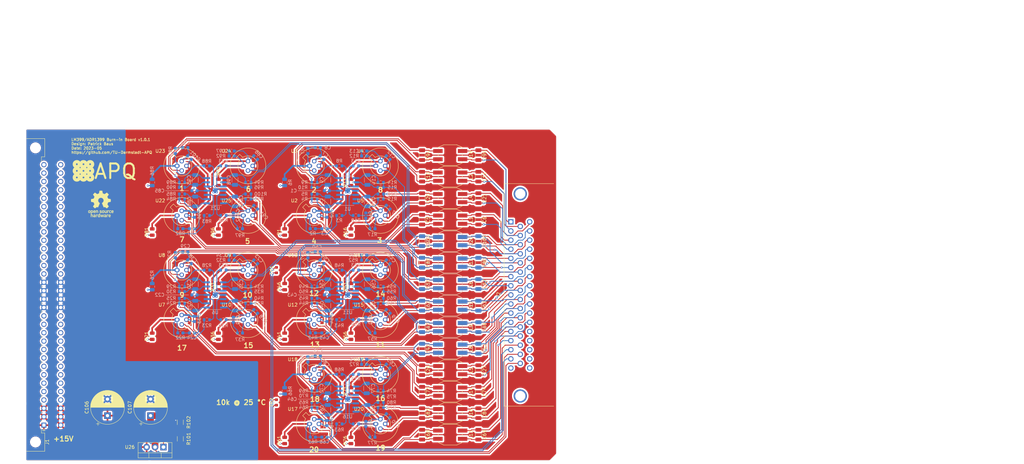
<source format=kicad_pcb>
(kicad_pcb (version 20221018) (generator pcbnew)
  (title_block (title "LM399/ADR1399 Burnin Board") (date "2023-05-27") (rev "v1.0.1") (company "TU Darmstadt, IAP, APQ") (comment 1 "Copyright (©) 2021, Patrick Baus <patrick.baus@physik.tu-darmstadt.de>") (comment 2 "Licensed under CERN OHL v.1.2"))
  (layers (0 "F.Cu" mixed) (1 "In1.Cu" power) (2 "In2.Cu" power) (31 "B.Cu" mixed) (34 "B.Paste" user) (35 "F.Paste" user) (36 "B.SilkS" user "B.Silkscreen") (37 "F.SilkS" user "F.Silkscreen") (38 "B.Mask" user) (39 "F.Mask" user) (44 "Edge.Cuts" user))
  (net 0 "")
  (net 1 "GND")
  (net 2 "/Reference Block 1/V_pos")
  (net 3 "Net-(C3-Pad1)")
  (net 4 "Net-(U1A--)")
  (net 5 "Net-(C4-Pad1)")
  (net 6 "Net-(C5-Pad1)")
  (net 7 "/D1-")
  (net 8 "/D1+")
  (net 9 "Net-(C8-Pad1)")
  (net 10 "Net-(U1B--)")
  (net 11 "Net-(C9-Pad1)")
  (net 12 "Net-(C10-Pad1)")
  (net 13 "/D2-")
  (net 14 "/D2+")
  (net 15 "Net-(C13-Pad1)")
  (net 16 "Net-(U1C--)")
  (net 17 "Net-(C14-Pad1)")
  (net 18 "Net-(C15-Pad1)")
  (net 19 "/D3-")
  (net 20 "/D3+")
  (net 21 "Net-(C18-Pad1)")
  (net 22 "Net-(U1D--)")
  (net 23 "Net-(C19-Pad1)")
  (net 24 "Net-(C20-Pad1)")
  (net 25 "/D4-")
  (net 26 "/D4+")
  (net 27 "Net-(C24-Pad1)")
  (net 28 "Net-(U6A--)")
  (net 29 "Net-(C25-Pad1)")
  (net 30 "Net-(C26-Pad1)")
  (net 31 "/D5-")
  (net 32 "/D5+")
  (net 33 "Net-(C29-Pad1)")
  (net 34 "Net-(U6B--)")
  (net 35 "Net-(C30-Pad1)")
  (net 36 "Net-(C31-Pad1)")
  (net 37 "/D6-")
  (net 38 "/D6+")
  (net 39 "Net-(C34-Pad1)")
  (net 40 "Net-(U6C--)")
  (net 41 "Net-(C35-Pad1)")
  (net 42 "Net-(C36-Pad1)")
  (net 43 "/D7-")
  (net 44 "/D7+")
  (net 45 "Net-(C39-Pad1)")
  (net 46 "Net-(U6D--)")
  (net 47 "Net-(C40-Pad1)")
  (net 48 "Net-(C41-Pad1)")
  (net 49 "/D8-")
  (net 50 "/D8+")
  (net 51 "Net-(C45-Pad1)")
  (net 52 "Net-(U11A--)")
  (net 53 "Net-(C46-Pad1)")
  (net 54 "Net-(C47-Pad1)")
  (net 55 "/D9-")
  (net 56 "/D9+")
  (net 57 "Net-(C50-Pad1)")
  (net 58 "Net-(U11B--)")
  (net 59 "Net-(C51-Pad1)")
  (net 60 "Net-(C52-Pad1)")
  (net 61 "/D10-")
  (net 62 "/D10+")
  (net 63 "Net-(C55-Pad1)")
  (net 64 "Net-(U11C--)")
  (net 65 "Net-(C56-Pad1)")
  (net 66 "Net-(C57-Pad1)")
  (net 67 "/D11-")
  (net 68 "/D11+")
  (net 69 "Net-(C60-Pad1)")
  (net 70 "Net-(U11D--)")
  (net 71 "Net-(C61-Pad1)")
  (net 72 "Net-(C62-Pad1)")
  (net 73 "/D12-")
  (net 74 "/D12+")
  (net 75 "Net-(C66-Pad1)")
  (net 76 "Net-(U16A--)")
  (net 77 "Net-(C67-Pad1)")
  (net 78 "Net-(C68-Pad1)")
  (net 79 "/D13-")
  (net 80 "/D13+")
  (net 81 "Net-(C71-Pad1)")
  (net 82 "Net-(U16B--)")
  (net 83 "Net-(C72-Pad1)")
  (net 84 "Net-(C73-Pad1)")
  (net 85 "/D14-")
  (net 86 "/D14+")
  (net 87 "Net-(C76-Pad1)")
  (net 88 "Net-(U16C--)")
  (net 89 "Net-(C77-Pad1)")
  (net 90 "Net-(C78-Pad1)")
  (net 91 "/D15-")
  (net 92 "/D15+")
  (net 93 "Net-(C81-Pad1)")
  (net 94 "Net-(U16D--)")
  (net 95 "Net-(C82-Pad1)")
  (net 96 "Net-(C83-Pad1)")
  (net 97 "/D16-")
  (net 98 "/D16+")
  (net 99 "Net-(C87-Pad1)")
  (net 100 "Net-(U21A--)")
  (net 101 "Net-(C88-Pad1)")
  (net 102 "Net-(C89-Pad1)")
  (net 103 "/D17-")
  (net 104 "/D17+")
  (net 105 "Net-(C92-Pad1)")
  (net 106 "Net-(U21B--)")
  (net 107 "Net-(C93-Pad1)")
  (net 108 "Net-(C94-Pad1)")
  (net 109 "/D18-")
  (net 110 "/D18+")
  (net 111 "Net-(C97-Pad1)")
  (net 112 "Net-(U21C--)")
  (net 113 "Net-(C98-Pad1)")
  (net 114 "Net-(C99-Pad1)")
  (net 115 "/D19-")
  (net 116 "/D19+")
  (net 117 "Net-(C102-Pad1)")
  (net 118 "Net-(U21D--)")
  (net 119 "Net-(C103-Pad1)")
  (net 120 "Net-(C104-Pad1)")
  (net 121 "/D20-")
  (net 122 "/D20+")
  (net 123 "Net-(J2-Pad16)")
  (net 124 "Net-(J2-Pad15)")
  (net 125 "Net-(R1-Pad2)")
  (net 126 "Net-(R21-Pad2)")
  (net 127 "Net-(R41-Pad2)")
  (net 128 "Net-(R61-Pad2)")
  (net 129 "Net-(J2-Pad33)")
  (net 130 "Net-(J2-Pad32)")
  (net 137 "Net-(R6-Pad2)")
  (net 138 "Net-(#FLG0101-pwr)")
  (net 139 "Net-(R11-Pad2)")
  (net 140 "Net-(#FLG0103-pwr)")
  (net 141 "Net-(R16-Pad2)")
  (net 142 "Net-(#FLG0104-pwr)")
  (net 143 "Net-(#FLG0105-pwr)")
  (net 144 "Net-(R26-Pad2)")
  (net 145 "Net-(#FLG0106-pwr)")
  (net 146 "Net-(R31-Pad2)")
  (net 147 "Net-(U1A-+)")
  (net 148 "Net-(R36-Pad2)")
  (net 149 "Net-(U1B-+)")
  (net 150 "Net-(U1C-+)")
  (net 151 "Net-(R46-Pad2)")
  (net 152 "Net-(U1D-+)")
  (net 153 "Net-(R51-Pad2)")
  (net 154 "Net-(U6A-+)")
  (net 155 "Net-(R56-Pad2)")
  (net 156 "Net-(U6B-+)")
  (net 157 "Net-(U6C-+)")
  (net 158 "Net-(R66-Pad2)")
  (net 159 "Net-(U6D-+)")
  (net 160 "Net-(R71-Pad2)")
  (net 161 "Net-(U11A-+)")
  (net 162 "Net-(R76-Pad2)")
  (net 163 "Net-(U11B-+)")
  (net 164 "Net-(R81-Pad2)")
  (net 165 "Net-(U11C-+)")
  (net 166 "Net-(R86-Pad2)")
  (net 167 "Net-(U11D-+)")
  (net 168 "Net-(R91-Pad2)")
  (net 169 "Net-(U16A-+)")
  (net 170 "Net-(R96-Pad2)")
  (net 171 "Net-(U16B-+)")
  (net 172 "Net-(C10-Pad2)")
  (net 173 "Net-(U16C-+)")
  (net 174 "Net-(U16D-+)")
  (net 175 "Net-(U21A-+)")
  (net 176 "Net-(U21B-+)")
  (net 177 "/Reference Block 1/V_heater_pos")
  (net 178 "Net-(C5-Pad2)")
  (net 179 "Net-(C15-Pad2)")
  (net 180 "Net-(C20-Pad2)")
  (net 181 "Net-(C26-Pad2)")
  (net 182 "Net-(C31-Pad2)")
  (net 183 "Net-(C36-Pad2)")
  (net 184 "Net-(C41-Pad2)")
  (net 185 "Net-(C47-Pad2)")
  (net 186 "Net-(C52-Pad2)")
  (net 187 "Net-(C57-Pad2)")
  (net 188 "Net-(C62-Pad2)")
  (net 189 "Net-(C68-Pad2)")
  (net 190 "Net-(C73-Pad2)")
  (net 191 "Net-(C78-Pad2)")
  (net 192 "Net-(C83-Pad2)")
  (net 193 "Net-(C89-Pad2)")
  (net 194 "Net-(C94-Pad2)")
  (net 195 "Net-(C99-Pad2)")
  (net 196 "Net-(C104-Pad2)")
  (net 197 "/Reference Block 1/GND_heater")
  (net 198 "/sheet61977749/GND_heater")
  (net 199 "/sheet61977B89/GND_heater")
  (net 200 "/sheet6197811F/GND_heater")
  (net 201 "/sheet6197BEAD/GND_heater")
  (net 202 "/sheet61977B89/GND_zener")
  (net 203 "/sheet6197811F/GND_zener")
  (net 204 "/sheet6197BEAD/GND_zener")
  (net 205 "/sheet61977749/GND_zener")
  (net 206 "/Reference Block 1/GND_zener")
  (net 207 "Net-(U21C-+)")
  (net 208 "Net-(U21D-+)")
  (net 209 "Net-(U26-ADJ)")
  (net 210 "Net-(#FLG0107-pwr)")
  (footprint "Custom_footprints_project:APQ-Logo" (layer "F.Cu") (at 50 70)
    (fp_text reference "LOGO1" hide)
    (fp_text value "Logo_APQ")
  )
  (footprint "Symbol:OSHW-Logo_7.5x8mm_SilkScreen" (layer "F.Cu") (at 57.5 82.5)
    (fp_text reference "LOGO2" hide)
    (fp_text value "Logo_Open_Hardware_Small" hide)
  )
  (footprint "Custom_footprints_project:Analog_TO-46-4_ThermalShield_socket" (layer "F.Cu") (at 100.5 117.5)
    (fp_text reference "U10")
    (fp_text value "LM399")
  )
  (footprint "Custom_footprints_project:Analog_TO-46-4_ThermalShield_socket" (layer "F.Cu") (at 120.5 102.5)
    (fp_text reference "U13")
    (fp_text value "LM399")
  )
  (footprint "Custom_footprints_project:Analog_TO-46-4_ThermalShield_socket" (layer "F.Cu") (at 100.5 102.5)
    (fp_text reference "U9")
    (fp_text value "LM399")
  )
  (footprint "Custom_footprints_project:Analog_TO-46-4_ThermalShield_socket" (layer "F.Cu") (at 140.5 86)
    (fp_text reference "U5")
    (fp_text value "LM399")
  )
  (footprint "Custom_footprints_project:Analog_TO-46-4_ThermalShield_socket" (layer "F.Cu") (at 80.5 71)
    (fp_text reference "U23")
    (fp_text value "LM399")
  )
  (footprint "Custom_footprints_project:Analog_TO-46-4_ThermalShield_socket" (layer "F.Cu") (at 140.5 71)
    (fp_text reference "U4")
    (fp_text value "LM399")
  )
  (footprint "Custom_footprints_project:Analog_TO-46-4_ThermalShield_socket" (layer "F.Cu") (at 100.5 71)
    (fp_text reference "U24")
    (fp_text value "LM399")
  )
  (footprint "Custom_footprints_project:Analog_TO-46-4_ThermalShield_socket" (layer "F.Cu") (at 140.5 149)
    (fp_text reference "U20")
    (fp_text value "LM399")
  )
  (footprint "Custom_footprints_project:Analog_TO-46-4_ThermalShield_socket" (layer "F.Cu") (at 140.5 102.5)
    (fp_text reference "U14")
    (fp_text value "LM399")
  )
  (footprint "Custom_footprints_project:Analog_TO-46-4_ThermalShield_socket" (layer "F.Cu") (at 120.5 134)
    (fp_text reference "U18")
    (fp_text value "LM399")
  )
  (footprint "Resistor_SMD:R_0603_1608Metric" (layer "F.Cu") (at 110.5 102.5 90)
    (fp_text reference "TH1")
    (fp_text value "10k")
  )
  (footprint "Custom Footprints:NET-TIE-0.25mm" (layer "F.Cu") (at 103 87.6 -45)
    (fp_text reference "NT12" hide)
    (fp_text value "Net-Tie_2" hide)
  )
  (footprint "Custom_footprints_project:Analog_TO-46-4_ThermalShield_socket" (layer "F.Cu") (at 120.5 71)
    (fp_text reference "U3")
    (fp_text value "LM399")
  )
  (footprint "Custom Footprints:NET-TIE-0.25mm" (layer "F.Cu") (at 80.6 72.3 180)
    (fp_text reference "NT10" hide)
    (fp_text value "Net-Tie_2" hide)
  )
  (footprint "Custom_footprints_project:Analog_TO-46-4_ThermalShield_socket" (layer "F.Cu") (at 140.5 134)
    (fp_text reference "U19")
    (fp_text value "LM399")
  )
  (footprint "Custom_footprints_project:Analog_TO-46-4_ThermalShield_socket" (layer "F.Cu") (at 80.5 102.5)
    (fp_text reference "U8")
    (fp_text value "LM399")
  )
  (footprint "Custom Footprints:NET-TIE-0.25mm" (layer "F.Cu") (at 120.6 135.3 180)
    (fp_text reference "NT6" hide)
    (fp_text value "Net-Tie_2" hide)
  )
  (footprint "Capacitor_SMD:C_1206_3216Metric" (layer "F.Cu") (at 154.5 87.25 -90)
    (fp_text reference "C5")
    (fp_text value "100n")
  )
  (footprint "Custom Footprints:NET-TIE-0.25mm" (layer "F.Cu") (at 123 150.6 -45)
    (fp_text reference "NT5" hide)
    (fp_text value "Net-Tie_2" hide)
  )
  (footprint "Custom Footprints:NET-TIE-0.25mm" (layer "F.Cu") (at 143 119.2)
    (fp_text reference "NT4" hide)
    (fp_text value "Net-Tie_2" hide)
  )
  (footprint "Custom Footprints:NET-TIE-0.25mm" (layer "F.Cu") (at 103 119.1 -45)
    (fp_text reference "NT16" hide)
    (fp_text value "Net-Tie_2" hide)
  )
  (footprint "Custom Footprints:NET-TIE-0.25mm" (layer "F.Cu") (at 123 87.6 -45)
    (fp_text reference "NT17" hide)
    (fp_text value "Net-Tie_2" hide)
  )
  (footprint "Custom_footprints_project:Analog_TO-46-4_ThermalShield_socket" (layer "F.Cu") (at 80.5 117.5)
    (fp_text reference "U7")
    (fp_text value "LM399")
  )
  (footprint "Custom Footprints:NET-TIE-0.25mm" (layer "F.Cu") (at 120.6 103.8 180)
    (fp_text reference "NT2" hide)
    (fp_text value "Net-Tie_2" hide)
  )
  (footprint "Custom Footprints:NET-TIE-0.25mm" (layer "F.Cu") (at 120.6 72.3 180)
    (fp_text reference "NT18" hide)
    (fp_text value "Net-Tie_2" hide)
  )
  (footprint "NetTie:NetTie-2_SMD_Pad2.0mm" (layer "F.Cu") (at 75 144.5 90)
    (fp_text reference "NT46" hide)
    (fp_text value "Net-Tie_2")
  )
  (footprint "Resistor_SMD:R_1206_3216Metric" (layer "F.Cu") (at 81.5 153.5 90)
    (fp_text reference "R101")
    (fp_text value "160")
  )
  (footprint "Custom Footprints:NET-TIE-0.25mm" (layer "F.Cu") (at 123 119.1 -45)
    (fp_text reference "NT1" hide)
    (fp_text value "Net-Tie_2" hide)
  )
  (footprint "Custom Footprints:L_CommonMode_EPCOS_B82790" (layer "F.Cu") (at 163 80.75)
    (fp_text reference "L4")
    (fp_text value "L_Coupled")
  )
  (footprint "Custom Footprints:L_CommonMode_EPCOS_B82790" (layer "F.Cu") (at 163 100.25)
    (fp_text reference "L17")
    (fp_text value "L_Coupled")
  )
  (footprint "Capacitor_SMD:C_0805_2012Metric" (layer "F.Cu") (at 73 122.5 90)
    (fp_text reference "R21")
    (fp_text value "2.67k")
  )
  (footprint "Capacitor_SMD:C_1206_3216Metric" (layer "F.Cu") (at 154.5 100.25 -90)
    (fp_text reference "C89")
    (fp_text value "100n")
  )
  (footprint "Custom Footprints:NET-TIE-0.25mm" (layer "F.Cu") (at 83 119.1 -45)
    (fp_text reference "NT13" hide)
    (fp_text value "Net-Tie_2" hide)
  )
  (footprint "Custom Footprints:L_CommonMode_EPCOS_B82790" (layer "F.Cu") (at 163 126.25)
    (fp_text reference "L8")
    (fp_text value "L_Coupled")
  )
  (footprint "Custom Footprints:L_CommonMode_EPCOS_B82790" (layer "F.Cu") (at 163 67.75)
    (fp_text reference "L18")
    (fp_text value "L_Coupled")
  )
  (footprint "Custom Footprints:L_CommonMode_EPCOS_B82790" (layer "F.Cu") (at 163 74.25)
    (fp_text reference "L2")
    (fp_text value "L_Coupled")
  )
  (footprint "Capacitor_SMD:C_0805_2012Metric" (layer "F.Cu") (at 133 139 90)
    (fp_text reference "R71")
    (fp_text value "2.67k")
  )
  (footprint "Custom Footprints:L_CommonMode_EPCOS_B82790" (layer "F.Cu") (at 163 119.75)
    (fp_text reference "L9")
    (fp_text value "L_Coupled")
  )
  (footprint "Capacitor_SMD:C_1206_3216Metric" (layer "F.Cu") (at 171.5 74.25 -90)
    (fp_text reference "C11")
    (fp_text value "100n")
  )
  (footprint "Capacitor_SMD:C_1206_3216Metric" (layer "F.Cu") (at 154.5 119.75 -90)
    (fp_text reference "C47")
    (fp_text value "100n")
  )
  (footprint "Package_TO_SOT_THT:TO-220-3_Vertical" (layer "F.Cu") (at 76.4 156 180)
    (fp_text reference "U26")
    (fp_text value "LT1085-ADJ")
  )
  (footprint "Capacitor_SMD:C_0805_2012Metric" (layer "F.Cu") (at 93 122.5 90)
    (fp_text reference "R36")
    (fp_text value "2.67k")
  )
  (footprint "Custom_footprints_project:Analog_TO-46-4_ThermalShield_socket" (layer "F.Cu") (at 80.5 86)
    (fp_text reference "U22")
    (fp_text value "LM399")
  )
  (footprint "Custom_footprints_project:Analog_TO-46-4_ThermalShield_socket" (layer "F.Cu") (at 140.5 117.5)
    (fp_text reference "U15")
    (fp_text value "LM399")
  )
  (footprint "Custom_footprints_project:Analog_TO-46-4_ThermalShield_socket" (layer "F.Cu") (at 120.5 117.5)
    (fp_text reference "U12")
    (fp_text value "LM399")
  )
  (footprint "Capacitor_SMD:C_0805_2012Metric" (layer "F.Cu") (at 133 107.5 90)
    (fp_text reference "R51")
    (fp_text value "2.67k")
  )
  (footprint "Capacitor_SMD:C_0805_2012Metric" (layer "F.Cu") (at 133 91 90)
    (fp_text reference "R16")
    (fp_text value "2.67k")
  )
  (footprint "Capacitor_SMD:C_0805_2012Metric" (layer "F.Cu") (at 93 107.5 90)
    (fp_text reference "R31")
    (fp_text value "2.67k")
  )
  (footprint "Capacitor_SMD:C_1206_3216Metric" (layer "F.Cu") (at 154.5 132.75 -90)
    (fp_text reference "C26")
    (fp_text value "100n")
  )
  (footprint "Capacitor_SMD:C_1206_3216Metric" (layer "F.Cu") (at 171.5 119.75 -90)
    (fp_text reference "C48")
    (fp_text value "100n")
  )
  (footprint "Capacitor_SMD:C_1206_3216Metric" (layer "F.Cu") (at 154.5 106.75 -90)
    (fp_text reference "C31")
    (fp_text value "100n")
  )
  (footprint "Custom Footprints:L_CommonMode_EPCOS_B82790" (layer "F.Cu") (at 163 139.25)
    (fp_text reference "L14")
    (fp_text value "L_Coupled")
  )
  (footprint "Capacitor_SMD:C_0805_2012Metric" (layer "F.Cu") (at 113 107.5 90)
    (fp_text reference "R46")
    (fp_text value "2.67k")
  )
  (footprint "Capacitor_SMD:C_0805_2012Metric" (layer "F.Cu") (at 93 91 90)
    (fp_text reference "R96")
    (fp_text value "2.67k")
  )
  (footprint "Custom Footprints:DSUB-50_Female_Horizontal_P2.77x2.84mm_Conec_164A18969X" (layer "F.Cu") (at 181.3 110 90)
    (fp_text reference "J2")
    (fp_text value "DB50_Female")
  )
  (footprint "Capacitor_SMD:C_0805_2012Metric" (layer "F.Cu") (at 73 91 90)
    (fp_text reference "R81")
    (fp_text value "2.67k")
  )
  (footprint "Capacitor_SMD:C_1206_3216Metric" (layer "F.Cu") (at 154.5 126.25 -90)
    (fp_text reference "C41")
    (fp_text value "100n")
  )
  (footprint "Capacitor_SMD:C_0805_2012Metric" (layer "F.Cu") (at 133 122.5 90)
    (fp_text reference "R56")
    (fp_text value "2.67k")
  )
  (footprint "Capacitor_SMD:C_1206_3216Metric" (layer "F.Cu") (at 171.5 145.75 -90)
    (fp_text reference "C84")
    (fp_text value "100n")
  )
  (footprint "Custom_footprints_project:Analog_TO-46-4_ThermalShield_socket" (layer "F.Cu") (at 100.5 86)
    (fp_text reference "U25")
    (fp_text value "LM399")
  )
  (footprint "Capacitor_SMD:C_1206_3216Metric" (layer "F.Cu") (at 171.5 139.25 -90)
    (fp_text reference "C74")
    (fp_text value "100n")
  )
  (footprint "Capacitor_SMD:C_1206_3216Metric" (layer "F.Cu") (at 171.5 126.25 -90)
    (fp_text reference "C42")
    (fp_text value "100n")
  )
  (footprint "Capacitor_SMD:C_1206_3216Metric" (layer "F.Cu") (at 171.5 106.75 -90)
    (fp_text reference "C32")
    (fp_text value "100n")
  )
  (footprint "Capacitor_SMD:C_1206_3216Metric" (layer "F.Cu") (at 154.5 113.25 -90)
    (fp_text reference "C62")
    (fp_text value "100n")
  )
  (footprint "Custom Footprints:L_CommonMode_EPCOS_B82790" (layer "F.Cu") (at 163 132.75)
    (fp_text reference "L5")
    (fp_text value "L_Coupled")
  )
  (footprint "Custom Footprints:L_CommonMode_EPCOS_B82790" (layer "F.Cu") (at 163 152.25)
    (fp_text reference "L13")
    (fp_text value "L_Coupled")
  )
  (footprint "Capacitor_SMD:C_1206_3216Metric" (layer "F.Cu") (at 171.5 113.25 -90)
    (fp_text reference "C63")
    (fp_text value "100n")
  )
  (footprint "Custom Footprints:L_CommonMode_EPCOS_B82790" (layer "F.Cu") (at 163 106.75)
    (fp_text reference "L6")
    (fp_text value "L_Coupled")
  )
  (footprint "Capacitor_SMD:C_1206_3216Metric" (layer "F.Cu") (at 154.5 93.75 -90)
    (fp_text reference "C104")
    (fp_text value "100n")
  )
  (footprint "Capacitor_SMD:C_1206_3216Metric" (layer "F.Cu") (at 171.5 100.25 -90)
    (fp_text reference "C90")
    (fp_text value "100n")
  )
  (footprint "Capacitor_SMD:C_0805_2012Metric" (layer "F.Cu") (at 133 154 90)
    (fp_text reference "R76")
    (fp_text value "2.67k")
  )
  (footprint "Capacitor_SMD:C_0805_2012Metric" (layer "F.Cu") (at 113 91 90)
    (fp_text reference "R1")
    (fp_text value "2.67k")
  )
  (footprint "Capacitor_SMD:C_1206_3216Metric" (layer "F.Cu") (at 171.5 93.75 -90)
    (fp_text reference "C105")
    (fp_text value "100n")
  )
  (footprint "Capacitor_SMD:C_0805_2012Metric" (layer "F.Cu") (at 113 154 90)
    (fp_text reference "R61")
    (fp_text value "2.67k")
  )
  (footprint "Capacitor_SMD:C_0805_2012Metric" (layer "F.Cu") (at 133 76 90)
    (fp_text reference "R11")
    (fp_text value "2.67k")
  )
  (footprint "Capacitor_SMD:C_1206_3216Metric" (layer "F.Cu") (at 154.5 145.75 -90)
    (fp_text reference "C83")
    (fp_text value "100n")
  )
  (footprint "Custom Footprints:NET-TIE-0.25mm" (layer "F.Cu") (at 80.6 103.8 180)
    (fp_text reference "NT14" hide)
    (fp_text value "Net-Tie_2" hide)
  )
  (footprint "Capacitor_SMD:C_1206_3216Metric" (layer "F.Cu") (at 154.5 80.75 -90)
    (fp_text reference "C20")
    (fp_text value "100n")
  )
  (footprint "Capacitor_SMD:C_1206_3216Metric" (layer "F.Cu") (at 154.5 152.25 -90)
    (fp_text reference "C68")
    (fp_text value "100n")
  )
  (footprint "Custom Footprints:L_CommonMode_EPCOS_B82790" (layer "F.Cu") (at 163 87.25)
    (fp_text reference "L1")
    (fp_text value "L_Coupled")
  )
  (footprint "Capacitor_SMD:C_1206_3216Metric" (layer "F.Cu") (at 154.5 67.75 -90)
    (fp_text reference "C94")
    (fp_text value "100n")
  )
  (footprint "Custom Footprints:L_CommonMode_EPCOS_B82790" (layer "F.Cu") (at 163 145.75)
    (fp_text reference "L16")
    (fp_text value "L_Coupled")
  )
  (footprint "Capacitor_SMD:C_1206_3216Metric" (layer "F.Cu") (at 171.5 87.25 -90)
    (fp_text reference "C6")
    (fp_text value "100n")
  )
  (footprint "Capacitor_SMD:C_0805_2012Metric" (layer "F.Cu") (at 113 122.5 90)
    (fp_text reference "R41")
    (fp_text value "2.67k")
  )
  (footprint "Capacitor_SMD:C_1206_3216Metric" (layer "F.Cu") (at 154.5 139.25 -90)
    (fp_text reference "C73")
    (fp_text value "100n")
  )
  (footprint "Custom Footprints:NET-TIE-0.25mm" (layer "F.Cu") (at 83 87.6 -45)
    (fp_text reference "NT9" hide)
    (fp_text value "Net-Tie_2" hide)
  )
  (footprint "Capacitor_SMD:C_0805_2012Metric" (layer "F.Cu") (at 93 76 90)
    (fp_text reference "R91")
    (fp_text value "2.67k")
  )
  (footprint "Custom Footprints:NET-TIE-0.25mm" (layer "F.Cu") (at 143 87.7)
    (fp_text reference "NT20" hide)
    (fp_text value "Net-Tie_2" hide)
  )
  (footprint "Custom_footprints_project:Analog_TO-46-4_ThermalShield_socket" (layer "F.Cu") (at 120.5 149)
    (fp_text reference "U17")
    (fp_text value "LM399")
  )
  (footprint "Capacitor_THT:CP_Radial_D10.0mm_P5.00mm" (layer "F.Cu") (at 59.5 146.5 90)
    (fp_text reference "C106")
    (fp_text value "10u")
  )
  (footprint "Custom Footprints:NET-TIE-0.25mm" (layer "F.Cu") (at 143 150.7)
    (fp_text reference "NT8" hide)
    (fp_text value "Net-Tie_2" hide)
  )
  (footprint "Resistor_SMD:R_1206_3216Metric" (layer "F.Cu") (at 81.5 148.5 90)
    (fp_text reference "R102")
    (fp_text value "1.5k")
  )
  (footprint "Custom_footprints_project:Analog_TO-46-4_ThermalShield_socket" (layer "F.Cu") (at 120.5 86)
    (fp_text reference "U2")
    (fp_text value "LM399")
  )
  (footprint "Resistor_SMD:R_0603_1608Metric" (layer "F.Cu") (at 110.5 142.5 90)
    (fp_text reference "TH2")
    (fp_text value "10k")
  )
  (footprint "Capacitor_SMD:C_1206_3216Metric" (layer "F.Cu") (at 171.5 132.75 -90)
    (fp_text reference "C27")
    (fp_text value "100n")
  )
  (footprint "Capacitor_SMD:C_1206_3216Metric" (layer "F.Cu") (at 154.5 74.25 -90)
    (fp_text reference "C10")
    (fp_text value "100n")
  )
  (footprint "Capacitor_SMD:C_1206_3216Metric" (layer "F.Cu") (at 171.5 67.75 -90)
    (fp_text reference "C95")
    (fp_text value "100n")
  )
  (footprint "Capacitor_SMD:C_1206_3216Metric" (layer "F.Cu") (at 171.5 152.25 -90)
    (fp_text reference "C69")
    (fp_text value "100n")
  )
  (footprint "Custom Footprints:L_CommonMode_EPCOS_B82790" (layer "F.Cu") (at 163 113.25)
    (fp_text reference "L12")
    (fp_text value "L_Coupled")
  )
  (footprint "Capacitor_THT:CP_Radial_D10.0mm_P5.00mm" (layer "F.Cu") (at 72.5 146.5 90)
    (fp_text reference "C107")
    (fp_text value "150u")
  )
  (footprint "Custom Footprints:L_CommonMode_EPCOS_B82790" (layer "F.Cu") (at 163 93.75)
    (fp_text reference "L20")
    (fp_text value "L_Coupled")
  )
  (footprint "Capacitor_SMD:C_1206_3216Metric" (layer "F.Cu") (at 171.5 80.75 -90)
    (fp_text reference "C21")
    (fp_text value "100n")
  )
  (footprint "Connector_DIN:DIN41612_C_2x32_Male_Horizontal_THT" (layer "F.Cu") (at 40.3 149.37 90)
    (fp_text reference "J1")
    (fp_text value "C64AC")
  )
  (footprint "Custom Footprints:NET-TIE-0.25mm" (layer "B.Cu") (at 103 103.8)
    (fp_text reference "NT15" hide)
    (fp_text value "Net-Tie_2" hide)
  )
  (footprint "Custom Footprints:NET-TIE-0.25mm" (layer "B.Cu") (at 103 72.3)
    (fp_text reference "NT11" hide)
    (fp_text value "Net-Tie_2" hide)
  )
  (footprint "NetTie:NetTie-4_SMD_Pad0.5mm" (layer "B.Cu") (at 132 141.5 180)
    (fp_text reference "NT22" hide)
    (fp_text value "Net-Tie_4_Cross")
  )
  (footprint "Capacitor_SMD:C_0603_1608Metric" (layer "B.Cu") (at 137.5 86 90)
    (fp_text reference "C18")
    (fp_text value "1u")
  )
  (footprint "Custom Footprints:L_CommonMode_EPCOS_B82790" (layer "B.Cu") (at 163 126.25)
    (fp_text reference "L15")
    (fp_text value "L_Coupled")
  )
  (footprint "Resistor_SMD:R_0603_1608Metric" (layer "B.Cu") (at 102 77.5 180)
    (fp_text reference "R95")
    (fp_text value "1k")
  )
  (footprint "Capacitor_SMD:C_0603_1608Metric" (layer "B.Cu") (at 121.5 153)
    (fp_text reference "R62")
    (fp_text value "5.1R")
  )
  (footprint "Custom Footprints:L_CommonMode_EPCOS_B82790" (layer "B.Cu") (at 163 93.75)
    (fp_text reference "L19")
    (fp_text value "L_Coupled")
  )
  (footprint "Capacitor_SMD:C_1206_3216Metric" (layer "B.Cu") (at 171.5 119.75 90)
    (fp_text reference "C58")
    (fp_text value "100n")
  )
  (footprint "Resistor_SMD:R_0603_1608Metric" (layer "B.Cu") (at 82 79.5)
    (fp_text reference "R85")
    (fp_text value "1k")
  )
  (footprint "Resistor_SMD:R_0603_1608Metric" (layer "B.Cu") (at 122 79.5)
    (fp_text reference "R5")
    (fp_text value "1k")
  )
  (footprint "Capacitor_SMD:C_1206_3216Metric" (layer "B.Cu") (at 126 75.25 -90)
    (fp_text reference "C9")
    (fp_text value "100n")
  )
  (footprint "Resistor_SMD:R_0603_1608Metric" (layer "B.Cu") (at 129.5 71 180)
    (fp_text reference "R8")
    (fp_text value "1k")
  )
  (footprint "Capacitor_SMD:C_0603_1608Metric" (layer "B.Cu") (at 139.5 121.5 180)
    (fp_text reference "R57")
    (fp_text value "5.1R")
  )
  (footprint "Capacitor_SMD:C_0603_1608Metric" (layer "B.Cu") (at 104.25 100 135)
    (fp_text reference "C23")
    (fp_text value "1u")
  )
  (footprint "Resistor_SMD:R_0603_1608Metric" (layer "B.Cu") (at 102 81 180)
    (fp_text reference "R99")
    (fp_text value "49.9")
  )
  (footprint "Capacitor_SMD:C_0603_1608Metric" (layer "B.Cu") (at 99.5 121.5 180)
    (fp_text reference "R37")
    (fp_text value "5.1R")
  )
  (footprint "Capacitor_SMD:C_1206_3216Metric" (layer "B.Cu") (at 138 81.75 90)
    (fp_text reference "C19")
    (fp_text value "100n")
  )
  (footprint "Resistor_SMD:R_0603_1608Metric" (layer "B.Cu") (at 89.5 117.5 180)
    (fp_text reference "R23")
    (fp_text value "1k")
  )
  (footprint "Resistor_SMD:R_0603_1608Metric" (layer "B.Cu") (at 89.47 71 180)
    (fp_text reference "R88")
    (fp_text value "1k")
  )
  (footprint "Capacitor_SMD:C_0603_1608Metric" (layer "B.Cu") (at 123 65.5)
    (fp_text reference "C8")
    (fp_text value "1u")
  )
  (footprint "Capacitor_SMD:C_0603_1608Metric" (layer "B.Cu") (at 121.5 121.5)
    (fp_text reference "R42")
    (fp_text value "5.1R")
  )
  (footprint "Resistor_SMD:R_0603_1608Metric" (layer "B.Cu") (at 82 107.5)
    (fp_text reference "R29")
    (fp_text value "49.9")
  )
  (footprint "Capacitor_SMD:C_0603_1608Metric" (layer "B.Cu") (at 81.5 90)
    (fp_text reference "R82")
    (fp_text value "5.1R")
  )
  (footprint "Resistor_SMD:R_0603_1608Metric" (layer "B.Cu") (at 102 112.5 180)
    (fp_text reference "R39")
    (fp_text value "49.9")
  )
  (footprint "Resistor_SMD:R_0603_1608Metric" (layer "B.Cu") (at 82 77.5)
    (fp_text reference "R90")
    (fp_text value "1k")
  )
  (footprint "Capacitor_SMD:C_0603_1608Metric" (layer "B.Cu") (at 144.25 68.5 135)
    (fp_text reference "C12")
    (fp_text value "1u")
  )
  (footprint "Resistor_SMD:R_0603_1608Metric" (layer "B.Cu") (at 82 109)
    (fp_text reference "R30")
    (fp_text value "1k")
  )
  (footprint "Custom Footprints:L_CommonMode_EPCOS_B82790" (layer "B.Cu") (at 163 113.25)
    (fp_text reference "L10")
    (fp_text value "L_Coupled")
  )
  (footprint "Custom Footprints:NET-TIE-0.25mm" (layer "B.Cu") (at 143 103.8)
    (fp_text reference "NT3" hide)
    (fp_text value "Net-Tie_2" hide)
  )
  (footprint "Capacitor_SMD:C_0603_1608Metric" (layer "B.Cu") (at 84.25 68.5 135)
    (fp_text reference "C101")
    (fp_text value "1u")
  )
  (footprint "NetTie:NetTie-4_SMD_Pad0.5mm" (layer "B.Cu") (at 132 110 180)
    (fp_text reference "NT21" hide)
    (fp_text value "Net-Tie_4_Cross")
  )
  (footprint "Capacitor_SMD:C_0603_1608Metric" (layer "B.Cu") (at 125.75 78.5 180)
    (fp_text reference "C1")
    (fp_text value "100n")
  )
  (footprint "Resistor_SMD:R_0603_1608Metric" (layer "B.Cu") (at 134.5 86)
    (fp_text reference "R18")
    (fp_text value "1k")
  )
  (footprint "Capacitor_SMD:C_1206_3216Metric" (layer "B.Cu") (at 171.5 93.75 90)
    (fp_text reference "C100")
    (fp_text value "100n")
  )
  (footprint "Capacitor_SMD:C_0603_1608Metric" (layer "B.Cu") (at 83 97)
    (fp_text reference "C29")
    (fp_text value "1u")
  )
  (footprint "Capacitor_SMD:C_0603_1608Metric" (layer "B.Cu") (at 124.25 131.5 135)
    (fp_text reference "C80")
    (fp_text value "1u")
  )
  (footprint "Resistor_SMD:R_0603_1608Metric" (layer "B.Cu") (at 122 142.5)
    (fp_text reference "R65")
    (fp_text value "1k")
  )
  (footprint "Capacitor_SMD:C_0603_1608Metric" (layer "B.Cu") (at 144.25 115 135)
    (fp_text reference "C49")
    (fp_text value "1u")
  )
  (footprint "Capacitor_SMD:C_0603_1608Metric" (layer "B.Cu") (at 84.25 100 135)
    (fp_text reference "C38")
    (fp_text value "1u")
  )
  (footprint "Capacitor_SMD:C_0603_1608Metric" (layer "B.Cu") (at 123 97)
    (fp_text reference "C50")
    (fp_text value "1u")
  )
  (footprint "Capacitor_SMD:C_0603_1608Metric" (layer "B.Cu") (at 80 98 90)
    (fp_text reference "R27")
    (fp_text value "5.1R")
  )
  (footprint "Resistor_SMD:R_0603_1608Metric" (layer "B.Cu") (at 94.5 71)
    (fp_text reference "R93")
    (fp_text value "1k")
  )
  (footprint "Capacitor_SMD:C_0603_1608Metric" (layer "B.Cu") (at 80 66.5 90)
    (fp_text reference "R87")
    (fp_text value "5.1R")
  )
  (footprint "Capacitor_SMD:C_0805_2012Metric" (layer "B.Cu") (at 113 76 90)
    (fp_text reference "R6")
    (fp_text value "2.67k")
  )
  (footprint "Capacitor_SMD:C_1206_3216Metric" (layer "B.Cu") (at 126 138.25 -90)
    (fp_text reference "C72")
    (fp_text value "100n")
  )
  (footprint "Capacitor_SMD:C_1206_3216Metric" (layer "B.Cu") (at 86 75.25 -90)
    (fp_text reference "C93")
    (fp_text value "100n")
  )
  (footprint "Capacitor_SMD:C_0603_1608Metric" (layer "B.Cu") (at 83 65.5)
    (fp_text reference "C92")
    (fp_text value "1u")
  )
  (footprint "Capacitor_SMD:C_0603_1608Metric" (layer "B.Cu") (at 104.25 115 135)
    (fp_text reference "C28")
    (fp_text value "1u")
  )
  (footprint "Capacitor_SMD:C_1206_3216Metric" (layer "B.Cu") (at 126 113.25 90)
    (fp_text reference "C46")
    (fp_text value "100n")
  )
  (footprint "Capacitor_SMD:C_1206_3216Metric" (layer "B.Cu") (at 154.5 126.25 90)
    (fp_text reference "C78")
    (fp_text value "100n")
  )
  (footprint "Capacitor_SMD:C_0603_1608Metric" (layer "B.Cu") (at 137 66.5)
    (fp_text reference "C13")
    (fp_text value "1u")
  )
  (footprint "Capacitor_SMD:C_1206_3216Metric" (layer "B.Cu") (at 154.5 93.75 90)
    (fp_text reference "C99")
    (fp_text value "100n")
  )
  (footprint "Resistor_SMD:R_0603_1608Metric" (layer "B.Cu") (at 142 140.5 180)
    (fp_text reference "R75")
    (fp_text value "1k")
  )
  (footprint "Capacitor_SMD:C_0603_1608Metric" (layer "B.Cu") (at 137 98)
    (fp_text reference "C55")
    (fp_text value "1u")
  )
  (footprint "Capacitor_SMD:C_0603_1608Metric" (layer "B.Cu") (at 125 153)
    (fp_text reference "C66")
    (fp_text value "1u")
  )
  (footprint "Resistor_SMD:R_0603_1608Metric" (layer "B.Cu") (at 89.5 86 180)
    (fp_text reference "R83")
    (fp_text value "1k")
  )
  (footprint "Capacitor_SMD:C_1206_3216Metric" (layer "B.Cu") (at 138 144.75 90)
    (fp_text reference "C82")
    (fp_text value "100n")
  )
  (footprint "Capacitor_SMD:C_0603_1608Metric" (layer "B.Cu") (at 125.75 110 180)
    (fp_text reference "C43")
    (fp_text value "100n")
  )
  (footprint "Capacitor_SMD:C_0603_1608Metric" (layer "B.Cu") (at 137 68 180)
    (fp_text reference "R12")
    (fp_text value "5.1R")
  )
  (footprint "Capacitor_SMD:C_0603_1608Metric" (layer "B.Cu") (at 97 98)
    (fp_text reference "C34")
    (fp_text value "1u")
  )
  (footprint "Resistor_SMD:R_0603_1608Metric" (layer "B.Cu") (at 122 81)
    (fp_text reference "R4")
    (fp_text value "49.9")
  )
  (footprint "Resistor_SMD:R_0603_1608Metric" (layer "B.Cu") (at 122 139)
    (fp_text reference "R69")
    (fp_text value "49.9")
  )
  (footprint "Capacitor_SMD:C_0603_1608Metric" (layer "B.Cu") (at 123 128.5)
    (fp_text reference "C71")
    (fp_text value "1u")
  )
  (footprint "Capacitor_SMD:C_0603_1608Metric" (layer "B.Cu") (at 125.75 85.75 90)
    (fp_text reference "C2")
    (fp_text value "1u")
  )
  (footprint "Capacitor_SMD:C_0603_1608Metric" (layer "B.Cu") (at 97 99.5 180)
    (fp_text reference "R32")
    (fp_text value "5.1R")
  )
  (footprint "Custom Footprints:L_CommonMode_EPCOS_B82790" (layer "B.Cu") (at 163 106.75)
    (fp_text reference "L7")
    (fp_text value "L_Coupled")
  )
  (footprint "Capacitor_SMD:C_0603_1608Metric" (layer "B.Cu") (at 137 129.5)
    (fp_text reference "C76")
    (fp_text value "1u")
  )
  (footprint "Resistor_SMD:R_0603_1608Metric" (layer "B.Cu") (at 102 107.5 180)
    (fp_text reference "R34")
    (fp_text value "49.9")
  )
  (footprint "Resistor_SMD:R_0603_1608Metric" (layer "B.Cu") (at 122 107.5)
    (fp_text reference "R49")
    (fp_text value "49.9")
  )
  (footprint "Resistor_SMD:R_0603_1608Metric" (layer "B.Cu") (at 82 112.5)
    (fp_text reference "R24")
    (fp_text value "49.9")
  )
  (footprint "Resistor_SMD:R_0603_1608Metric" (layer "B.Cu") (at 142 111 180)
    (fp_text reference "R60")
    (fp_text value "1k")
  )
  (footprint "Capacitor_SMD:C_0603_1608Metric" (layer "B.Cu") (at 81.5 121.5)
    (fp_text reference "R22")
    (fp_text value "5.1R")
  )
  (footprint "Resistor_SMD:R_0603_1608Metric" (layer "B.Cu") (at 142 81 180)
    (fp_text reference "R19")
    (fp_text value "49.9")
  )
  (footprint "Capacitor_SMD:C_0603_1608Metric" (layer "B.Cu") (at 137.5 149 90)
    (fp_text reference "C81")
    (fp_text value "1u")
  )
  (footprint "Capacitor_SMD:C_0603_1608Metric" (layer "B.Cu") (at 120 98 90)
    (fp_text reference "R47")
    (fp_text value "5.1R")
  )
  (footprint "Capacitor_SMD:C_1206_3216Metric" (layer "B.Cu") (at 86 113.25 90)
    (fp_text reference "C25")
    (fp_text value "100n")
  )
  (footprint "Resistor_SMD:R_0603_1608Metric" (layer "B.Cu") (at 82 76)
    (fp_text reference "R89")
    (fp_text value "49.9")
  )
  (footprint "Resistor_SMD:R_0603_1608Metric" (layer "B.Cu") (at 142 79.5 180)
    (fp_text reference "R20")
    (fp_text value "1k")
  )
  (footprint "Capacitor_SMD:C_1206_3216Metric" (layer "B.Cu") (at 138 75.25 -90)
    (fp_text reference "C14")
    (fp_text value "100n")
  )
  (footprint "Resistor_SMD:R_0603_1608Metric" (layer "B.Cu") (at 82 81)
    (fp_text reference "R84")
    (fp_text value "49.9")
  )
  (footprint "Capacitor_SMD:C_0603_1608Metric" (layer "B.Cu") (at 137 131 180)
    (fp_text reference "R72")
    (fp_text value "5.1R")
  )
  (footprint "Resistor_SMD:R_0603_1608Metric" (layer "B.Cu") (at 129.5 149 180)
    (fp_text reference "R63")
    (fp_text value "1k")
  )
  (footprint "Capacitor_SMD:C_1206_3216Metric" (layer "B.Cu") (at 98 75.25 -90)
    (fp_text reference "C98")
    (fp_text value "100n")
  )
  (footprint "Capacitor_SMD:C_1206_3216Metric" (layer "B.Cu") (at 154.5 100.25 90)
    (fp_text reference "C15")
    (fp_text value "100n")
  )
  (footprint "Capacitor_SMD:C_0603_1608Metric" (layer "B.Cu") (at 121.5 90)
    (fp_text reference "R2")
    (fp_text value "5.1R")
  )
  (footprint "Capacitor_SMD:C_1206_3216Metric" (layer "B.Cu") (at 154.5 113.25 90)
    (fp_text reference "C52")
    (fp_text value "100n")
  )
  (footprint "Capacitor_SMD:C_0603_1608Metric" (layer "B.Cu") (at 97 66.5)
    (fp_text reference "C97")
    (fp_text value "1u")
  )
  (footprint "Resistor_SMD:R_0603_1608Metric" (layer "B.Cu") (at 94.5 86)
    (fp_text reference "R98")
    (fp_text value "1k")
  )
  (footprint "Capacitor_SMD:C_0805_2012Metric" (layer "B.Cu") (at 113 139 90)
    (fp_text reference "R66")
    (fp_text value "2.67k")
  )
  (footprint "Capacitor_SMD:C_0603_1608Metric" (layer "B.Cu") (at 125 121.5)
    (fp_text reference "C45")
    (fp_text value "1u")
  )
  (footprint "Capacitor_SMD:C_0603_1608Metric" (layer "B.Cu") (at 125.75 117.25 90)
    (fp_text reference "C54")
    (fp_text value "1u")
  )
  (footprint "Capacitor_SMD:C_1206_3216Metric" (layer "B.Cu") (at 171.5 113.25 90)
    (fp_text reference "C53")
    (fp_text value "100n")
  )
  (footprint "Capacitor_SMD:C_1206_3216Metric" (layer "B.Cu") (at 86 81.75 90)
    (fp_text reference "C88")
    (fp_text value "100n")
  )
  (footprint "Capacitor_SMD:C_1206_3216Metric" (layer "B.Cu") (at 154.5 106.75 90)
    (fp_text reference "C36")
    (fp_text value "100n")
  )
  (footprint "Resistor_SMD:R_0603_1608Metric" (layer "B.Cu") (at 129.5 117.5 180)
    (fp_text reference "R43")
    (fp_text value "1k")
  )
  (footprint "Capacitor_SMD:C_0603_1608Metric" (layer "B.Cu") (at 85.75 110 180)
    (fp_text reference "C22")
    (fp_text value "100n")
  )
  (footprint "Capacitor_SMD:C_0603_1608Metric" (layer "B.Cu") (at 120 66.5 90)
    (fp_text reference "R7")
    (fp_text value "5.1R")
  )
  (footprint "Capacitor_SMD:C_0603_1608Metric" (layer "B.Cu") (at 124.25 68.5 135)
    (fp_text reference "C7")
    (fp_text value "1u")
  )
  (footprint "Capacitor_SMD:C_1206_3216Metric" (layer "B.Cu") (at 126 144.75 90)
    (fp_text reference "C67")
    (fp_text value "100n")
  )
  (footprint "Capacitor_SMD:C_1206_3216Metric" (layer "B.Cu") (at 126 106.75 -90)
    (fp_text reference "C51")
    (fp_text value "100n")
  )
  (footprint "Resistor_SMD:R_0603_1608Metric" (layer "B.Cu") (at 129.5 86 180)
    (fp_text reference "R3")
    (fp_text value "1k")
  )
  (footprint "Resistor_SMD:R_0603_1608Metric" (layer "B.Cu") (at 102 79.5 180)
    (fp_text reference "R100")
    (fp_text value "1k")
  )
  (footprint "Resistor_SMD:R_0603_1608Metric" (layer "B.Cu") (at 134.5 117.5)
    (fp_text reference "R58")
    (fp_text value "1k")
  )
  (footprint "Capacitor_SMD:C_1206_3216Metric" (layer "B.Cu") (at 138 106.75 -90)
    (fp_text reference "C56")
    (fp_text value "100n")
  )
  (footprint "Resistor_SMD:R_0603_1608Metric" (layer "B.Cu") (at 142 109 180)
    (fp_text reference "R55")
    (fp_text value "1k")
  )
  (footprint "Capacitor_SMD:C_0603_1608Metric" (layer "B.Cu") (at 104.25 83.5 135)
    (fp_text reference "C91")
    (fp_text value "1u")
  )
  (footprint "Capacitor_SMD:C_0603_1608Metric" (layer "B.Cu") (at 97 68 180)
    (fp_text reference "R92")
    (fp_text value "5.1R")
  )
  (footprint "Capacitor_SMD:C_0603_1608Metric" (layer "B.Cu") (at 120 129.5 90)
    (fp_text reference "R67")
    (fp_text value "5.1R")
  )
  (footprint "Resistor_SMD:R_0603_1608Metric" (layer "B.Cu") (at 122 144)
    (fp_text reference "R64")
    (fp_text value "49.9")
  )
  (footprint "Capacitor_SMD:C_0603_1608Metric" (layer "B.Cu") (at 139.5 153 180)
    (fp_text reference "R77")
    (fp_text value "5.1R")
  )
  (footprint "Capacitor_SMD:C_1206_3216Metric" (layer "B.Cu") (at 98 106.75 -90)
    (fp_text reference "C35")
    (fp_text value "100n")
  )
  (footprint "Capacitor_SMD:C_0603_1608Metric" (layer "B.Cu") (at 144.25 131.5 135)
    (fp_text reference "C65")
    (fp_text value "1u")
  )
  (footprint "Resistor_SMD:R_0603_1608Metric" (layer "B.Cu") (at 142 107.5 180)
    (fp_text reference "R54")
    (fp_text value "49.9")
  )
  (footprint "Capacitor_SMD:C_0603_1608Metric" (layer "B.Cu") (at 125.75 141.5 180)
    (fp_text reference "C64")
    (fp_text value "100n")
  )
  (footprint "Capacitor_SMD:C_0603_1608Metric" (layer "B.Cu") (at 85.75 117.25 90)
    (fp_text reference "C33")
    (fp_text value "1u")
  )
  (footprint "Resistor_SMD:R_0603_1608Metric" (layer "B.Cu") (at 122 111)
    (fp_text reference "R45")
    (fp_text value "1k")
  )
  (footprint "Resistor_SMD:R_0603_1608Metric" (layer "B.Cu") (at 102 111 180)
    (fp_text reference "R40")
    (fp_text value "1k")
  )
  (footprint "Custom Footprints:L_CommonMode_EPCOS_B82790" (layer "B.Cu") (at 163 100.25)
    (fp_text reference "L3")
    (fp_text value "L_Coupled")
  )
  (footprint "Capacitor_SMD:C_1206_3216Metric" (layer "B.Cu") (at 154.5 119.75 90)
    (fp_text reference "C57")
    (fp_text value "100n")
  )
  (footprint "Resistor_SMD:R_0603_1608Metric" (layer "B.Cu") (at 134.5 134)
    (fp_text reference "R73")
    (fp_text value "1k")
  )
  (footprint "Resistor_SMD:R_0603_1608Metric" (layer "B.Cu") (at 122 76)
    (fp_text reference "R9")
    (fp_text value "49.9")
  )
  (footprint "Resistor_SMD:R_0603_1608Metric" (layer "B.Cu") (at 94.5 102.5)
    (fp_text reference "R33")
    (fp_text value "1k")
  )
  (footprint "Capacitor_SMD:C_1206_3216Metric" (layer "B.Cu") (at 98 81.75 90)
    (fp_text reference "C103")
    (fp_text value "100n")
  )
  (footprint "Capacitor_SMD:C_1206_3216Metric" (layer "B.Cu") (at 86 106.75 -90)
    (fp_text reference "C30")
    (fp_text value "100n")
  )
  (footprint "Resistor_SMD:R_0603_1608Metric" (layer "B.Cu") (at 82 111)
    (fp_text reference "R25")
    (fp_text value "1k")
  )
  (footprint "Capacitor_SMD:C_0603_1608Metric" (layer "B.Cu") (at 97.5 86 90)
    (fp_text reference "C102")
    (fp_text value "1u")
  )
  (footprint "Capacitor_SMD:C_0603_1608Metric" (layer "B.Cu") (at 97.5 117.5 90)
    (fp_text reference "C39")
    (fp_text value "1u")
  )
  (footprint "Capacitor_SMD:C_0603_1608Metric" (layer "B.Cu") (at 85.75 85.75 90)
    (fp_text reference "C96")
    (fp_text value "1u")
  )
  (footprint "Custom Footprints:L_CommonMode_EPCOS_B82790" (layer "B.Cu") (at 163 119.75)
    (fp_text reference "L11")
    (fp_text value "L_Coupled")
  )
  (footprint "Capacitor_SMD:C_1206_3216Metric" (layer "B.Cu") (at 171.5 100.25 90)
    (fp_text reference "C16")
    (fp_text value "100n")
  )
  (footprint "Capacitor_SMD:C_0603_1608Metric" (layer "B.Cu") (at 125.75 148.75 90)
    (fp_text reference "C75")
    (fp_text value "1u")
  )
  (footprint "Capacitor_SMD:C_0603_1608Metric" (layer "B.Cu") (at 144.25 146.5 135)
    (fp_text reference "C70")
    (fp_text value "1u")
  )
  (footprint "Capacitor_SMD:C_0603_1608Metric" (layer "B.Cu") (at 85.75 78.5 180)
    (fp_text reference "C85")
    (fp_text value "100n")
  )
  (footprint "Capacitor_SMD:C_1206_3216Metric" (layer "B.Cu") (at 138 113.25 90)
    (fp_text reference "C61")
    (fp_text value "100n")
  )
  (footprint "Resistor_SMD:R_0603_1608Metric" (layer "B.Cu") (at 89.5 102.5 180)
    (fp_text reference "R28")
    (fp_text value "1k")
  )
  (footprint "Capacitor_SMD:C_0805_2012Metric" (layer "B.Cu") (at 73 76 90)
    (fp_text reference "R86")
    (fp_text value "2.67k")
  )
  (footprint "Capacitor_SMD:C_0603_1608Metric" (layer "B.Cu") (at 104.25 68.5 135)
    (fp_text reference "C86")
    (fp_text value "1u")
  )
  (footprint "Resistor_SMD:R_0603_1608Metric" (layer "B.Cu") (at 102 109 180)
    (fp_text reference "R35")
    (fp_text value "1k")
  )
  (footprint "Resistor_SMD:R_0603_1608Metric" (layer "B.Cu") (at 122 112.5)
    (fp_text reference "R44")
    (fp_text value "49.9")
  )
  (footprint "Resistor_SMD:R_0603_1608Metric" (layer "B.Cu") (at 122 109)
    (fp_text reference "R50")
    (fp_text value "1k")
  )
  (footprint "Resistor_SMD:R_0603_1608Metric" (layer "B.Cu") (at 134.5 71)
    (fp_text reference "R13")
    (fp_text value "1k")
  )
  (footprint "NetTie:NetTie-4_SMD_Pad0.5mm" (layer "B.Cu") (at 132 78.5 180)
    (fp_text reference "NT25" hide)
    (fp_text value "Net-Tie_4_Cross")
  )
  (footprint "Capacitor_SMD:C_0805_2012Metric" (layer "B.Cu") (at 73 107.5 90)
    (fp_text reference "R26")
    (fp_text value "2.67k")
  )
  (footprint "Resistor_SMD:R_0603_1608Metric" (layer "B.Cu") (at 142 142.5 180)
    (fp_text reference "R80")
    (fp_text value "1k")
  )
  (footprint "Resistor_SMD:R_0603_1608Metric" (layer "B.Cu") (at 142 144 180)
    (fp_text reference "R79")
    (fp_text value "49.9")
  )
  (footprint "Resistor_SMD:R_0603_1608Metric" (layer "B.Cu") (at 129.5 134 180)
    (fp_text reference "R68")
    (fp_text value "1k")
  )
  (footprint "Capacitor_SMD:C_1206_3216Metric" (layer "B.Cu") (at 171.5 126.25 90)
    (fp_text reference "C79")
    (fp_text value "100n")
  )
  (footprint "Capacitor_SMD:C_1206_3216Metric" (layer "B.Cu") (at 171.5 106.75 90)
    (fp_text reference "C37")
    (fp_text value "100n")
  )
  (footprint "Capacitor_SMD:C_0603_1608Metric" (layer "B.Cu") (at 85 90)
    (fp_text reference "C87")
    (fp_text value "1u")
  )
  (footprint "Capacitor_SMD:C_0603_1608Metric" (layer "B.Cu") (at 99.5 90 180)
    (fp_text reference "R97")
    (fp_text value "5.1R")
  )
  (footprint "Capacitor_SMD:C_0603_1608Metric" (layer "B.Cu") (at 85 121.5)
    (fp_text reference "C24")
    (fp_text value "1u")
  )
  (footprint "Capacitor_SMD:C_0603_1608Metric" (layer "B.Cu") (at 137.5 117.5 90)
    (fp_text reference "C60")
    (fp_text value "1u")
  )
  (footprint "Package_SO:SOIC-14_3.9x8.7mm_P1.27mm" (layer "B.Cu") (at 132 78.5)
    (fp_text reference "U1")
    (fp_text value "OPA4202")
  )
  (footprint "Capacitor_SMD:C_0603_1608Metric" (layer "B.Cu") (at 124.25 100 135)
    (fp_text reference "C59")
    (fp_text value "1u")
  )
  (footprint "Custom Footprints:NET-TIE-0.25mm" (layer "B.Cu") (at 143 72.3)
    (fp_text reference "NT19" hide)
    (fp_text value "Net-Tie_2" hide)
  )
  (footprint "Capacitor_SMD:C_0603_1608Metric" (layer "B.Cu") (at 125 90)
    (fp_text reference "C3")
    (fp_text value "1u")
  )
  (footprint "Resistor_SMD:R_0603_1608Metric" (layer "B.Cu") (at 122 77.5)
    (fp_text reference "R10")
    (fp_text value "1k")
  )
  (footprint "Capacitor_SMD:C_0603_1608Metric" (layer "B.Cu") (at 137 99.5 180)
    (fp_text reference "R52")
    (fp_text value "5.1R")
  )
  (footprint "Capacitor_SMD:C_0603_1608Metric" (layer "B.Cu") (at 144.25 100 135)
    (fp_text reference "C44")
    (fp_text value "1u")
  )
  (footprint "Custom Footprints:NET-TIE-0.25mm" (layer "B.Cu") (at 143 135.3)
    (fp_text reference "NT7" hide)
    (fp_text value "Net-Tie_2" hide)
  )
  (footprint "Resistor_SMD:R_0603_1608Metric" (layer "B.Cu") (at 102 76 180)
    (fp_text reference "R94")
    (fp_text value "49.9")
  )
  (footprint "Capacitor_SMD:C_1206_3216Metric" (layer "B.Cu") (at 98 113.25 90)
    (fp_text reference "C40")
    (fp_text value "100n")
  )
  (footprint "Capacitor_SMD:C_1206_3216Metric" (layer "B.Cu") (at 137.75 138.25 -90)
    (fp_text reference "C77")
    (fp_text value "100n")
  )
  (footprint "Resistor_SMD:R_0603_1608Metric" (layer "B.Cu") (at 142 139 180)
    (fp_text reference "R74")
    (fp_text value "49.9")
  )
  (footprint "Capacitor_SMD:C_0603_1608Metric" (layer "B.Cu") (at 139.5 90 180)
    (fp_text reference "R17")
    (fp_text value "5.1R")
  )
  (footprint "Resistor_SMD:R_0603_1608Metric" (layer "B.Cu") (at 142 77.5 180)
    (fp_text reference "R15")
    (fp_text value "1k")
  )
  (footprint "Resistor_SMD:R_0603_1608Metric" (layer "B.Cu") (at 142 76 180)
    (fp_text reference "R14")
    (fp_text value "49.9")
  )
  (footprint "Resistor_SMD:R_0603_1608Metric" (layer "B.Cu") (at 142 112.5 180)
    (fp_text reference "R59")
    (fp_text value "49.9")
  )
  (footprint "Resistor_SMD:R_0603_1608Metric" (layer "B.Cu") (at 134.5 102.5)
    (fp_text reference "R53")
    (fp_text value "1k")
  )
  (footprint "Resistor_SMD:R_0603_1608Metric" (layer "B.Cu") (at 122 140.5)
    (fp_text reference "R70")
    (fp_text value "1k")
  )
  (footprint "NetTie:NetTie-4_SMD_Pad0.5mm" (layer "B.Cu") (at 92 110 180)
    (fp_text reference "NT24" hide)
    (fp_text value "Net-Tie_4_Cross")
  )
  (footprint "NetTie:NetTie-4_SMD_Pad0.5mm" (layer "B.Cu") (at 92 78.5 180)
    (fp_text reference "NT23" hide)
    (fp_text value "Net-Tie_4_Cross")
  )
  (footprint "Resistor_SMD:R_0603_1608Metric" (layer "B.Cu") (at 94.5 117.5)
    (fp_text reference "R38")
    (fp_text value "1k")
  )
  (footprint "Resistor_SMD:R_0603_1608Metric" (layer "B.Cu") (at 134.5 149)
    (fp_text reference "R78")
    (fp_text value "1k")
  )
  (footprint "Capacitor_SMD:C_0603_1608Metric" (layer "B.Cu") (at 144.25 83.5 135)
    (fp_text reference "C17")
    (fp_text value "1u")
  )
  (footprint "Resistor_SMD:R_0603_1608Metric" (layer "B.Cu") (at 129.5 102.5 180)
    (fp_text reference "R48")
    (fp_text value "1k")
  )
  (footprint "Capacitor_SMD:C_1206_3216Metric" (layer "B.Cu") (at 126 81.75 90)
    (fp_text reference "C4")
    (fp_text value "100n")
  )
  (footprint "Package_SO:SOIC-14_3.9x8.7mm_P1.27mm" (layer "B.Cu") (at 132 110)
    (fp_text reference "U11")
    (fp_text value "OPA4202")
  )
  (footprint "Package_SO:SOIC-14_3.9x8.7mm_P1.27mm" (layer "B.Cu") (at 92 78.5)
    (fp_text reference "U21")
    (fp_text value "OPA4202")
  )
  (footprint "Package_SO:SOIC-14_3.9x8.7mm_P1.27mm" (layer "B.Cu") (at 92 110)
    (fp_text reference "U6")
    (fp_text value "OPA4202")
  )
  (footprint "Package_SO:SOIC-14_3.9x8.7mm_P1.27mm" (layer "B.Cu") (at 132 141.5)
    (fp_text reference "U16")
    (fp_text value "OPA4202")
  )
  (gr_line (start 84 78.5) (end 77 78.5) (stroke (width 0.12)) (layer "B.SilkS"))
  (gr_line (start 84 110) (end 77 110) (stroke (width 0.12)) (layer "B.SilkS"))
  (gr_line (start 124 141.5) (end 117 141.5) (stroke (width 0.12)) (layer "B.SilkS"))
  (gr_line (start 124 110) (end 117 110) (stroke (width 0.12)) (layer "B.SilkS"))
  (gr_line (start 124 78.5) (end 117 78.5) (stroke (width 0.12)) (layer "B.SilkS"))
  (gr_line (start 195 62) (end 193 60) (stroke (width 0.05)) (layer "Edge.Cuts"))
  (gr_line (start 35 160) (end 35 60) (stroke (width 0.05)) (layer "Edge.Cuts"))
  (gr_line (start 35 60) (end 193 60) (stroke (width 0.05)) (layer "Edge.Cuts"))
  (gr_line (start 193 160) (end 35 160) (stroke (width 0.05)) (layer "Edge.Cuts"))
  (gr_line (start 195 62) (end 195 158) (stroke (width 0.05)) (layer "Edge.Cuts"))
  (gr_line (start 195 158) (end 193 160) (stroke (width 0.05)) (layer "Edge.Cuts"))
  (gr_text "+15V" (at 43 153.5) (layer "F.SilkS") (effects (font (size 1.5 1.5) (thickness 0.3)) (justify left)))
  (gr_text "LM399/ADR1399 Burn-in Board v1.0.1\nDesign: Patrick Baus\nDate: 2023-05\nhttps://github.com/TU-Darmstadt-APQ" (at 48.5 65) (layer "F.SilkS") (effects (font (size 0.8 0.8)) (justify left)))
  (gr_text "10k @ 25 °C" (at 107.5 142.5) (layer "F.SilkS") (effects (font (size 1.5 1.5) (thickness 0.3)) (justify right)))
  (gr_text "10" (at 101.802 110.038) (layer "F.SilkS") (effects (font (size 1.5 1.5) (thickness 0.3))))
  (gr_text "14" (at 141.934 109.784) (layer "F.SilkS") (effects (font (size 1.5 1.5) (thickness 0.3))))
  (gr_text "13" (at 122.122 125.024) (layer "F.SilkS") (effects (font (size 1.5 1.5) (thickness 0.3))))
  (gr_text "12" (at 121.868 109.53) (layer "F.SilkS") (effects (font (size 1.5 1.5) (thickness 0.3))))
  (gr_text "8" (at 141.934 78.288) (layer "F.SilkS") (effects (font (size 1.5 1.5) (thickness 0.3))))
  (gr_text "16" (at 141.934 141.28) (layer "F.SilkS") (effects (font (size 1.5 1.5) (thickness 0.3))))
  (gr_text "19" (at 141.934 156.266) (layer "F.SilkS") (effects (font (size 1.5 1.5) (thickness 0.3))))
  (gr_text "2" (at 121.868 78.288) (layer "F.SilkS") (effects (font (size 1.5 1.5) (thickness 0.3))))
  (gr_text "17" (at 81.99 126.04) (layer "F.SilkS") (effects (font (size 1.5 1.5) (thickness 0.3))))
  (gr_text "1" (at 81.99 77.78) (layer "F.SilkS") (effects (font (size 1.5 1.5) (thickness 0.3))))
  (gr_text "7" (at 81.99 93.274) (layer "F.SilkS") (effects (font (size 1.5 1.5) (thickness 0.3))))
  (gr_text "4" (at 121.868 93.782) (layer "F.SilkS") (effects (font (size 1.5 1.5) (thickness 0.3))))
  (gr_text "3" (at 141.68 93.528) (layer "F.SilkS") (effects (font (size 1.5 1.5) (thickness 0.3))))
  (gr_text "20" (at 121.868 156.774) (layer "F.SilkS") (effects (font (size 1.5 1.5) (thickness 0.3))))
  (gr_text "5" (at 101.802 93.782) (layer "F.SilkS") (effects (font (size 1.5 1.5) (thickness 0.3))))
  (gr_text "18" (at 122.122 141.534) (layer "F.SilkS") (effects (font (size 1.5 1.5) (thickness 0.3))))
  (gr_text "15" (at 102.056 125.278) (layer "F.SilkS") (effects (font (size 1.5 1.5) (thickness 0.3))))
  (gr_text "11" (at 141.934 125.024) (layer "F.SilkS") (effects (font (size 1.5 1.5) (thickness 0.3))))
  (gr_text "6" (at 102.056 78.034) (layer "F.SilkS") (effects (font (size 1.5 1.5) (thickness 0.3))))
  (gr_text "9" (at 81.99 110.038) (layer "F.SilkS") (effects (font (size 1.5 1.5) (thickness 0.3))))
  (segment (start 81.5 147.0375) (end 80.9625 147.0375) (width 0.25) (layer "F.Cu") (net 1))
  (segment (start 80.9625 147.0375) (end 80.1 147.9) (width 0.25) (layer "F.Cu") (net 1))
  (via (at 131.5 142) (size 0.6) (drill 0.3) (layers "F.Cu" "B.Cu") (net 1))
  (via (at 131.5 79) (size 0.6) (drill 0.3) (layers "F.Cu" "B.Cu") (net 1))
  (via (at 91.5 110.5) (size 0.6) (drill 0.3) (layers "F.Cu" "B.Cu") (net 1))
  (via (at 80.1 147.9) (size 0.6) (drill 0.3) (layers "F.Cu" "B.Cu") (net 1))
  (via (at 125.6 140.9) (size 0.6) (drill 0.3) (layers "F.Cu" "B.Cu") (net 1))
  (via (at 91.5 79) (size 0.6) (drill 0.3) (layers "F.Cu" "B.Cu") (net 1))
  (via (at 125.6 77.9) (size 0.6) (drill 0.3) (layers "F.Cu" "B.Cu") (net 1))
  (via (at 125.6 109.4) (size 0.6) (drill 0.3) (layers "F.Cu" "B.Cu") (net 1))
  (via (at 85.6 77.9) (size 0.6) (drill 0.3) (layers "F.Cu" "B.Cu") (net 1))
  (via (at 131.5 110.5) (size 0.6) (drill 0.3) (layers "F.Cu" "B.Cu") (net 1))
  (via (at 85.6 109.4) (size 0.6) (drill 0.3) (layers "F.Cu" "B.Cu") (net 1))
  (segment (start 124.975 110) (end 125 110) (width 0.25) (layer "B.Cu") (net 1))
  (segment (start 125 141.5) (end 125.6 140.9) (width 0.25) (layer "B.Cu") (net 1))
  (segment (start 124.975 141.5) (end 125 141.5) (width 0.25) (layer "B.Cu") (net 1))
  (segment (start 85 110) (end 85.6 109.4) (width 0.25) (layer "B.Cu") (net 1))
  (segment (start 124.975 78.5) (end 125 78.5) (width 0.25) (layer "B.Cu") (net 1))
  (segment (start 84.975 110) (end 85 110) (width 0.25) (layer "B.Cu") (net 1))
  (segment (start 85 78.5) (end 85.6 77.9) (width 0.25) (layer "B.Cu") (net 1))
  (segment (start 84.975 78.5) (end 85 78.5) (width 0.25) (layer "B.Cu") (net 1))
  (segment (start 125 110) (end 125.6 109.4) (width 0.25) (layer "B.Cu") (net 1))
  (segment (start 125 78.5) (end 125.6 77.9) (width 0.25) (layer "B.Cu") (net 1))
  (segment (start 73.86 156) (end 73.86 156.86) (width 0.25) (layer "F.Cu") (net 2))
  (segment (start 113 91.95) (end 111.7 91.95) (width 0.25) (layer "F.Cu") (net 2))
  (segment (start 133 91.95) (end 131.7 91.95) (width 0.25) (layer "F.Cu") (net 2))
  (segment (start 132.25 108.45) (end 133 108.45) (width 0.25) (layer "F.Cu") (net 2))
  (segment (start 92.25 76.95) (end 93 76.95) (width 0.25) (layer "F.Cu") (net 2))
  (segment (start 92.25 108.45) (end 93 108.45) (width 0.25) (layer "F.Cu") (net 2))
  (segment (start 133 154.95) (end 131.7 154.95) (width 0.25) (layer "F.Cu") (net 2))
  (segment (start 75 158) (end 80 158) (width 0.25) (layer "F.Cu") (net 2))
  (segment (start 132 108.7) (end 132.25 108.45) (width 0.25) (layer "F.Cu") (net 2))
  (segment (start 73 91.95) (end 71.7 91.95) (width 0.25) (layer "F.Cu") (net 2))
  (segment (start 72.5 150) (end 72.5 146.5) (width 2) (layer "F.Cu") (net 2))
  (segment (start 81.5 156.5) (end 81.5 154.9625) (width 0.25) (layer "F.Cu") (net 2))
  (segment (start 73.86 151.36) (end 72.5 150) (width 2) (layer "F.Cu") (net 2))
  (segment (start 133 123.45) (end 131.7 123.45) (width 0.25) (layer "F.Cu") (net 2))
  (segment (start 111.7 123.45) (end 113 123.45) (width 0.25) (layer "F.Cu") (net 2))
  (segment (start 132.25 139.95) (end 133 139.95) (width 0.25) (layer "F.Cu") (net 2))
  (segment (start 132 140.2) (end 132.25 139.95) (width 0.25) (layer "F.Cu") (net 2))
  (segment (start 92 77.2) (end 92.25 76.95) (width 0.25) (layer "F.Cu") (net 2))
  (segment (start 93 91.95) (end 91.7 91.95) (width 0.25) (layer "F.Cu") (net 2))
  (segment (start 73.86 156.86) (end 75 158) (width 0.25) (layer "F.Cu") (net 2))
  (segment (start 132 77.2) (end 132.25 76.95) (width 0.25) (layer "F.Cu") (net 2))
  (segment (start 113 154.95) (end 111.7 154.95) (width 0.25) (layer "F.Cu") (net 2))
  (segment (start 93 123.45) (end 91.7 123.45) (width 0.25) (layer "F.Cu") (net 2))
  (segment (start 132.25 76.95) (end 133 76.95) (width 0.25) (layer "F.Cu") (net 2))
  (segment (start 92 108.7) (end 92.25 108.45) (width 0.25) (layer "F.Cu") (net 2))
  (segment (start 113 108.45) (end 111.7 108.45) (width 0.25) (layer "F.Cu") (net 2))
  (segment (start 72.5 146.5) (end 75 146.5) (width 2) (layer "F.Cu") (net 2))
  (segment (start 80 158) (end 81.5 156.5) (width 0.25) (layer "F.Cu") (net 2))
  (segment (start 73.86 156) (end 73.86 151.36) (width 2) (layer "F.Cu") (net 2))
  (segment (start 73 123.45) (end 71.7 123.45) (width 0.25) (layer "F.Cu") (net 2))
  (via (at 111.7 154.95) (size 0.6) (drill 0.3) (layers "F.Cu" "B.Cu") (net 2))
  (via (at 111.7 91.95) (size 0.6) (drill 0.3) (layers "F.Cu" "B.Cu") (net 2))
  (via (at 92 77.2) (size 0.6) (drill 0.3) (layers "F.Cu" "B.Cu") (net 2))
  (via (at 131.7 123.45) (size 0.6) (drill 0.3) (layers "F.Cu" "B.Cu") (net 2))
  (via (at 92 108.7) (size 0.6) (drill 0.3) (layers "F.Cu" "B.Cu") (net 2))
  (via (at 132 108.7) (size 0.6) (drill 0.3) (layers "F.Cu" "B.Cu") (net 2))
  (via (at 132 140.2) (size 0.6) (drill 0.3) (layers "F.Cu" "B.Cu") (net 2))
  (via (at 71.7 108.45) (size 0.6) (drill 0.3) (layers "F.Cu" "B.Cu") (net 2))
  (via (at 132 77.2) (size 0.6) (drill 0.3) (layers "F.Cu" "B.Cu") (net 2))
  (via (at 111.7 108.45) (size 0.6) (drill 0.3) (layers "F.Cu" "B.Cu") (net 2))
  (via (at 71.7 91.95) (size 0.6) (drill 0.3) (layers "F.Cu" "B.Cu") (net 2))
  (via (at 131.7 154.95) (size 0.6) (drill 0.3) (layers "F.Cu" "B.Cu") (net 2))
  (via (at 91.7 123.45) (size 0.6) (drill 0.3) (layers "F.Cu" "B.Cu") (net 2))
  (via (at 131.7 91.95) (size 0.6) (drill 0.3) (layers "F.Cu" "B.Cu") (net 2))
  (via (at 111.7 123.45) (size 0.6) (drill 0.3) (layers "F.Cu" "B.Cu") (net 2))
  (via (at 111.7 76.95) (size 0.6) (drill 0.3) (layers "F.Cu" "B.Cu") (net 2))
  (via (at 71.7 76.95) (size 0.6) (drill 0.3) (layers "F.Cu" "B.Cu") (net 2))
  (via (at 91.7 91.95) (size 0.6) (drill 0.3) (layers "F.Cu" "B.Cu") (net 2))
  (via (at 71.7 123.45) (size 0.6) (drill 0.3) (layers "F.Cu" "B.Cu") (net 2))
  (via (at 111.7 139.95) (size 0.6) (drill 0.3) (layers "F.Cu" "B.Cu") (net 2))
  (segment (start 113 76.95) (end 111.7 76.95) (width 0.25) (layer "B.Cu") (net 2))
  (segment (start 73 108.45) (end 71.7 108.45) (width 0.25) (layer "B.Cu") (net 2))
  (segment (start 113 139.95) (end 111.7 139.95) (width 0.25) (layer "B.Cu") (net 2))
  (segment (start 73 76.95) (end 71.7 76.95) (width 0.25) (layer "B.Cu") (net 2))
  (segment (start 122.275 90) (end 124.225 90) (width 0.25) (layer "B.Cu") (net 3))
  (segment (start 124.375 80.275) (end 126 80.275) (width 0.25) (layer "B.Cu") (net 4))
  (segment (start 129.525 81.04) (end 128.04 81.04) (width 0.25) (layer "B.Cu") (net 4))
  (segment (start 126 80.275) (end 127.275 80.275) (width 0.25) (layer "B.Cu") (net 4))
  (segment (start 123.6 79.5) (end 124.375 80.275) (width 0.25) (layer "B.Cu") (net 4))
  (segment (start 122.825 79.5) (end 123.6 79.5) (width 0.25) (layer "B.Cu") (net 4))
  (segment (start 127.275 80.275) (end 128.04 81.04) (width 0.25) (layer "B.Cu") (net 4))
  (segment (start 123.825 83.225) (end 126 83.225) (width 0.25) (layer "B.Cu") (net 5))
  (segment (start 126 83.225) (end 127.025 83.225) (width 0.25) (layer "B.Cu") (net 5))
  (segment (start 122.825 81) (end 122.825 82.225) (width 0.25) (layer "B.Cu") (net 5))
  (segment (start 127.025 83.225) (end 127.94 82.31) (width 0.25) (layer "B.Cu") (net 5))
  (segment (start 122.825 82.225) (end 123.825 83.225) (width 0.25) (layer "B.Cu") (net 5))
  (segment (start 129.525 82.31) (end 127.94 82.31) (width 0.25) (layer "B.Cu") (net 5))
  (segment (start 129.9 94.1) (end 143.3 94.1) (width 0.25) (layer "F.Cu") (net 6))
  (segment (start 125.4 89.6) (end 129.9 94.1) (width 0.25) (layer "F.Cu") (net 6))
  (segment (start 123.3 82) (end 125.4 84.1) (width 0.25) (layer "F.Cu") (net 6))
  (segment (start 156.75 86) (end 156.525 85.775) (width 0.25) (layer "F.Cu") (net 6))
  (segment (start 125.4 84.1) (end 125.4 89.6) (width 0.25) (layer "F.Cu") (net 6))
  (segment (start 156.525 85.775) (end 154.5 85.775) (width 0.25) (layer "F.Cu") (net 6))
  (segment (start 159.275 86) (end 156.75 86) (width 0.25) (layer "F.Cu") (net 6))
  (segment (start 151.625 85.775) (end 154.5 85.775) (width 0.25) (layer "F.Cu") (net 6))
  (segment (start 121.175 82) (end 123.3 82) (width 0.25) (layer "F.Cu") (net 6))
  (segment (start 143.3 94.1) (end 151.625 85.775) (width 0.25) (layer "F.Cu") (net 6))
  (via (at 121.175 82) (size 0.6) (drill 0.3) (layers "F.Cu" "B.Cu") (net 6))
  (segment (start 121.175 81) (end 121.175 82) (width 0.25) (layer "B.Cu") (net 6))
  (segment (start 121.175 79.5) (end 121.175 81) (width 0.25) (layer "B.Cu") (net 6))
  (segment (start 169.475 69.225) (end 171.5 69.225) (width 0.25) (layer "F.Cu") (net 7))
  (segment (start 166.725 69) (end 169.25 69) (width 0.25) (layer "F.Cu") (net 7))
  (segment (start 169.25 69) (end 169.475 69.225) (width 0.25) (layer "F.Cu") (net 7))
  (segment (start 173.075 69.225) (end 171.5 69.225) (width 0.25) (layer "F.Cu") (net 7))
  (via (at 173.075 69.225) (size 0.6) (drill 0.3) (layers "F.Cu" "B.Cu") (net 7))
  (segment (start 179.8 72.1) (end 179.8 89.17) (width 0.25) (layer "B.Cu") (net 7))
  (segment (start 173.075 69.225) (end 176.925 69.225) (width 0.25) (layer "B.Cu") (net 7))
  (segment (start 176.925 69.225) (end 179.8 72.1) (width 0.25) (layer "B.Cu") (net 7))
  (segment (start 179.8 89.17) (end 181.3 90.67) (width 0.25) (layer "B.Cu") (net 7))
  (segment (start 179.8 72.1) (end 179.8 87.3) (width 0.25) (layer "F.Cu") (net 8))
  (segment (start 166.725 66.5) (end 169.25 66.5) (width 0.25) (layer "F.Cu") (net 8))
  (segment (start 173.975 66.275) (end 179.8 72.1) (width 0.25) (layer "F.Cu") (net 8))
  (segment (start 179.8 87.3) (end 180.4 87.9) (width 0.25) (layer "F.Cu") (net 8))
  (segment (start 171.5 66.275) (end 173.975 66.275) (width 0.25) (layer "F.Cu") (net 8))
  (segment (start 169.475 66.275) (end 171.5 66.275) (width 0.25) (layer "F.Cu") (net 8))
  (segment (start 180.4 87.9) (end 181.3 87.9) (width 0.25) (layer "F.Cu") (net 8))
  (segment (start 169.25 66.5) (end 169.475 66.275) (width 0.25) (layer "F.Cu") (net 8))
  (segment (start 120.875 65.725) (end 121.1 65.5) (width 0.25) (layer "B.Cu") (net 9))
  (segment (start 121.1 65.5) (end 122.225 65.5) (width 0.25) (layer "B.Cu") (net 9))
  (segment (start 120 65.725) (end 120.875 65.725) (width 0.25) (layer "B.Cu") (net 9))
  (segment (start 123.5 77.5) (end 124.275 76.725) (width 0.25) (layer "B.Cu") (net 10))
  (segment (start 122.825 77.5) (end 123.5 77.5) (width 0.25) (layer "B.Cu") (net 10))
  (segment (start 126 76.725) (end 127.525 76.725) (width 0.25) (layer "B.Cu") (net 10))
  (segment (start 129.525 75.96) (end 128.29 75.96) (width 0.25) (layer "B.Cu") (net 10))
  (segment (start 124.275 76.725) (end 126 76.725) (width 0.25) (layer "B.Cu") (net 10))
  (segment (start 127.525 76.725) (end 128.29 75.96) (width 0.25) (layer "B.Cu") (net 10))
  (segment (start 126 73.775) (end 127.275 73.775) (width 0.25) (layer "B.Cu") (net 11))
  (segment (start 122.825 76) (end 122.825 74.875) (width 0.25) (layer "B.Cu") (net 11))
  (segment (start 128.19 74.69) (end 129.525 74.69) (width 0.25) (layer "B.Cu") (net 11))
  (segment (start 123.925 73.775) (end 126 73.775) (width 0.25) (layer "B.Cu") (net 11))
  (segment (start 122.825 74.875) (end 123.925 73.775) (width 0.25) (layer "B.Cu") (net 11))
  (segment (start 127.275 73.775) (end 128.19 74.69) (width 0.25) (layer "B.Cu") (net 11))
  (segment (start 121.175 74.9) (end 121.175 74.675) (width 0.25) (layer "F.Cu") (net 12))
  (segment (start 143.8 64) (end 152.575 72.775) (width 0.25) (layer "F.Cu") (net 12))
  (segment (start 118.4 64) (end 143.8 64) (width 0.25) (layer "F.Cu") (net 12))
  (segment (start 152.575 72.775) (end 154.5 72.775) (width 0.25) (layer "F.Cu") (net 12))
  (segment (start 121.175 74.675) (end 119.4 72.9) (width 0.25) (layer "F.Cu") (net 12))
  (segment (start 116.3 70.9) (end 116.3 66.1) (width 0.25) (layer "F.Cu") (net 12))
  (segment (start 156.525 72.775) (end 154.5 72.775) (width 0.25) (layer "F.Cu") (net 12))
  (segment (start 156.75 73) (end 156.525 72.775) (width 0.25) (layer "F.Cu") (net 12))
  (segment (start 119.4 72.9) (end 118.3 72.9) (width 0.25) (layer "F.Cu") (net 12))
  (segment (start 118.3 72.9) (end 116.3 70.9) (width 0.25) (layer "F.Cu") (net 12))
  (segment (start 116.3 66.1) (end 118.4 64) (width 0.25) (layer "F.Cu") (net 12))
  (segment (start 159.275 73) (end 156.75 73) (width 0.25) (layer "F.Cu") (net 12))
  (via (at 121.175 74.9) (size 0.6) (drill 0.3) (layers "F.Cu" "B.Cu") (net 12))
  (segment (start 121.175 76) (end 121.175 74.9) (width 0.25) (layer "B.Cu") (net 12))
  (segment (start 121.175 76) (end 121.175 77.5) (width 0.25) (layer "B.Cu") (net 12))
  (segment (start 166.725 75.5) (end 169.25 75.5) (width 0.25) (layer "F.Cu") (net 13))
  (segment (start 169.475 75.725) (end 171.5 75.725) (width 0.25) (layer "F.Cu") (net 13))
  (segment (start 173.225 75.725) (end 171.5 75.725) (width 0.25) (layer "F.Cu") (net 13))
  (segment (start 169.25 75.5) (end 169.475 75.725) (width 0.25) (layer "F.Cu") (net 13))
  (via (at 173.225 75.725) (size 0.6) (drill 0.3) (layers "F.Cu" "B.Cu") (net 13))
  (segment (start 175.625 75.725) (end 179.3 79.4) (width 0.25) (layer "B.Cu") (net 13))
  (segment (start 180.24 92.04) (end 179.3 91.1) (width 0.25) (layer "B.Cu") (net 13))
  (segment (start 173.225 75.725) (end 175.625 75.725) (width 0.25) (layer "B.Cu") (net 13))
  (segment (start 179.3 79.4) (end 179.3 91.1) (width 0.25) (layer "B.Cu") (net 13))
  (segment (start 184.14 92.04) (end 180.24 92.04) (width 0.25) (layer "B.Cu") (net 13))
  (segment (start 179.3 79.4) (end 179.3 88.6) (width 0.25) (layer "F.Cu") (net 14))
  (segment (start 172.675 72.775) (end 179.3 79.4) (width 0.25) (layer "F.Cu") (net 14))
  (segment (start 180 89.3) (end 184.14 89.3) (width 0.25) (layer "F.Cu") (net 14))
  (segment (start 179.3 88.6) (end 180 89.3) (width 0.25) (layer "F.Cu") (net 14))
  (segment (start 169.475 72.775) (end 171.5 72.775) (width 0.25) (layer "F.Cu") (net 14))
  (segment (start 169.25 73) (end 169.475 72.775) (width 0.25) (layer "F.Cu") (net 14))
  (segment (start 166.725 73) (end 169.25 73) (width 0.25) (layer "F.Cu") (net 14))
  (segment (start 171.5 72.775) (end 172.675 72.775) (width 0.25) (layer "F.Cu") (net 14))
  (segment (start 136.225 66.5) (end 136.225 68) (width 0.25) (layer "B.Cu") (net 15))
  (segment (start 140 77.5) (end 141.175 77.5) (width 0.25) (layer "B.Cu") (net 16))
  (segment (start 135.96 75.96) (end 135.71 75.96) (width 0.25) (layer "B.Cu") (net 16))
  (segment (start 138 76.725) (end 139.225 76.725) (width 0.25) (layer "B.Cu") (net 16))
  (segment (start 138 76.725) (end 136.725 76.725) (width 0.25) (layer "B.Cu") (net 16))
  (segment (start 135.71 75.96) (end 134.475 75.96) (width 0.25) (layer "B.Cu") (net 16))
  (segment (start 139.225 76.725) (end 140 77.5) (width 0.25) (layer "B.Cu") (net 16))
  (segment (start 136.725 76.725) (end 135.96 75.96) (width 0.25) (layer "B.Cu") (net 16))
  (segment (start 134.475 74.69) (end 135.91 74.69) (width 0.25) (layer "B.Cu") (net 17))
  (segment (start 140.175 73.775) (end 141.175 74.775) (width 0.25) (layer "B.Cu") (net 17))
  (segment (start 138 73.775) (end 140.175 73.775) (width 0.25) (layer "B.Cu") (net 17))
  (segment (start 135.91 74.69) (end 136.825 73.775) (width 0.25) (layer "B.Cu") (net 17))
  (segment (start 141.175 76) (end 141.175 74.775) (width 0.25) (layer "B.Cu") (net 17))
  (segment (start 136.825 73.775) (end 138 73.775) (width 0.25) (layer "B.Cu") (net 17))
  (segment (start 146.1 77.5) (end 148.7 80.1) (width 0.25) (layer "B.Cu") (net 18))
  (segment (start 142.825 77.5) (end 146.1 77.5) (width 0.25) (layer "B.Cu") (net 18))
  (segment (start 148.7 80.1) (end 148.7 93.2) (width 0.25) (layer "B.Cu") (net 18))
  (segment (start 153.025 101.725) (end 154.5 101.725) (width 0.25) (layer "B.Cu") (net 18))
  (segment (start 151.7 100.4) (end 153.025 101.725) (width 0.25) (layer "B.Cu") (net 18))
  (segment (start 151.7 96.2) (end 151.7 100.4) (width 0.25) (layer "B.Cu") (net 18))
  (segment (start 159.275 101.5) (end 156.75 101.5) (width 0.25) (layer "B.Cu") (net 18))
  (segment (start 148.7 93.2) (end 151.7 96.2) (width 0.25) (layer "B.Cu") (net 18))
  (segment (start 142.825 76) (end 142.825 77.5) (width 0.25) (layer "B.Cu") (net 18))
  (segment (start 156.525 101.725) (end 154.5 101.725) (width 0.25) (layer "B.Cu") (net 18))
  (segment (start 156.75 101.5) (end 156.525 101.725) (width 0.25) (layer "B.Cu") (net 18))
  (segment (start 173.075 82.225) (end 171.5 82.225) (width 0.25) (layer "F.Cu") (net 19))
  (segment (start 169.25 82) (end 169.475 82.225) (width 0.25) (layer "F.Cu") (net 19))
  (segment (start 166.725 82) (end 169.25 82) (width 0.25) (layer "F.Cu") (net 19))
  (segment (start 169.475 82.225) (end 171.5 82.225) (width 0.25) (layer "F.Cu") (net 19))
  (via (at 173.075 82.225) (size 0.6) (drill 0.3) (layers "F.Cu" "B.Cu") (net 19))
  (segment (start 178.8 93.6) (end 180.01 94.81) (width 0.25) (layer "B.Cu") (net 19))
  (segment (start 186.03 90.67) (end 186.98 90.67) (width 0.25) (layer "B.Cu") (net 19))
  (segment (start 185.65 92.65) (end 185.65 91.05) (width 0.25) (layer "B.Cu") (net 19))
  (segment (start 184.86 93.44) (end 185.65 92.65) (width 0.25) (layer "B.Cu") (net 19))
  (segment (start 178.8 84) (end 178.8 93.6) (width 0.25) (layer "B.Cu") (net 19))
  (segment (start 173.075 82.225) (end 177.025 82.225) (width 0.25) (layer "B.Cu") (net 19))
  (segment (start 177.025 82.225) (end 178.8 84) (width 0.25) (layer "B.Cu") (net 19))
  (segment (start 180.01 94.81) (end 182.24 94.81) (width 0.25) (layer "B.Cu") (net 19))
  (segment (start 185.65 91.05) (end 186.03 90.67) (width 0.25) (layer "B.Cu") (net 19))
  (segment (start 183.61 93.44) (end 184.86 93.44) (width 0.25) (layer "B.Cu") (net 19))
  (segment (start 182.24 94.81) (end 183.61 93.44) (width 0.25) (layer "B.Cu") (net 19))
  (segment (start 186.98 88.52) (end 186.98 87.9) (width 0.25) (layer "F.Cu") (net 20))
  (segment (start 183.43 90.67) (end 184.83 90.67) (width 0.25) (layer "F.Cu") (net 20))
  (segment (start 182.06 92.04) (end 183.43 90.67) (width 0.25) (layer "F.Cu") (net 20))
  (segment (start 184.83 90.67) (end 186.98 88.52) (width 0.25) (layer "F.Cu") (net 20))
  (segment (start 178.8 90.6) (end 180.24 92.04) (width 0.25) (layer "F.Cu") (net 20))
  (segment (start 180.24 92.04) (end 182.06 92.04) (width 0.25) (layer "F.Cu") (net 20))
  (segment (start 178.8 83) (end 178.8 90.6) (width 0.25) (layer "F.Cu") (net 20))
  (segment (start 169.25 79.5) (end 169.475 79.275) (width 0.25) (layer "F.Cu") (net 20))
  (segment (start 169.475 79.275) (end 171.5 79.275) (width 0.25) (layer "F.Cu") (net 20))
  (segment (start 166.725 79.5) (end 169.25 79.5) (width 0.25) (layer "F.Cu") (net 20))
  (segment (start 175.075 79.275) (end 178.8 83) (width 0.25) (layer "F.Cu") (net 20))
  (segment (start 171.5 79.275) (end 175.075 79.275) (width 0.25) (layer "F.Cu") (net 20))
  (segment (start 137.5 88) (end 138.725 89.225) (width 0.25) (layer "B.Cu") (net 21))
  (segment (start 137.5 86.775) (end 137.5 88) (width 0.25) (layer "B.Cu") (net 21))
  (segment (start 138.725 89.225) (end 138.725 90) (width 0.25) (layer "B.Cu") (net 21))
  (segment (start 134.475 81.04) (end 135.71 81.04) (width 0.25) (layer "B.Cu") (net 22))
  (segment (start 140.5 79.5) (end 139.725 80.275) (width 0.25) (layer "B.Cu") (net 22))
  (segment (start 138 80.275) (end 136.475 80.275) (width 0.25) (layer "B.Cu") (net 22))
  (segment (start 139.725 80.275) (end 138 80.275) (width 0.25) (layer "B.Cu") (net 22))
  (segment (start 136.475 80.275) (end 135.71 81.04) (width 0.25) (layer "B.Cu") (net 22))
  (segment (start 141.175 79.5) (end 140.5 79.5) (width 0.25) (layer "B.Cu") (net 22))
  (segment (start 139.175 83.225) (end 138 83.225) (width 0.25) (layer "B.Cu") (net 23))
  (segment (start 140.175 83.225) (end 139.175 83.225) (width 0.25) (layer "B.Cu") (net 23))
  (segment (start 138 83.225) (end 136.725 83.225) (width 0.25) (layer "B.Cu") (net 23))
  (segment (start 141.175 81) (end 141.175 82.225) (width 0.25) (layer "B.Cu") (net 23))
  (segment (start 141.175 82.225) (end 140.175 83.225) (width 0.25) (layer "B.Cu") (net 23))
  (segment (start 136.725 83.225) (end 135.81 82.31) (width 0.25) (layer "B.Cu") (net 23))
  (segment (start 135.81 82.31) (end 134.475 82.31) (width 0.25) (layer "B.Cu") (net 23))
  (segment (start 153 79.5) (end 153.225 79.275) (width 0.25) (layer "F.Cu") (net 24))
  (segment (start 153.225 79.275) (end 154.5 79.275) (width 0.25) (layer "F.Cu") (net 24))
  (segment (start 156.525 79.275) (end 154.5 79.275) (width 0.25) (layer "F.Cu") (net 24))
  (segment (start 159.275 79.5) (end 156.75 79.5) (width 0.25) (layer "F.Cu") (net 24))
  (segment (start 156.75 79.5) (end 156.525 79.275) (width 0.25) (layer "F.Cu") (net 24))
  (segment (start 144 79.5) (end 153 79.5) (width 0.25) (layer "F.Cu") (net 24))
  (via (at 144 79.5) (size 0.6) (drill 0.3) (layers "F.Cu" "B.Cu") (net 24))
  (segment (start 142.825 81) (end 142.825 79.5) (width 0.25) (layer "B.Cu") (net 24))
  (segment (start 142.825 79.5) (end 144 79.5) (width 0.25) (layer "B.Cu") (net 24))
  (segment (start 169.475 88.725) (end 171.5 88.725) (width 0.25) (layer "F.Cu") (net 25))
  (segment (start 169.25 88.5) (end 169.475 88.725) (width 0.25) (layer "F.Cu") (net 25))
  (segment (start 173.075 88.725) (end 173.1 88.7) (width 0.25) (layer "F.Cu") (net 25))
  (segment (start 171.5 88.725) (end 173.075 88.725) (width 0.25) (layer "F.Cu") (net 25))
  (segment (start 166.725 88.5) (end 169.25 88.5) (width 0.25) (layer "F.Cu") (net 25))
  (via (at 173.1 88.7) (size 0.6) (drill 0.3) (layers "F.Cu" "B.Cu") (net 25))
  (segment (start 173.1 88.7) (end 177.1 88.7) (width 0.25) (layer "B.Cu") (net 25))
  (segment (start 178.3 89.9) (end 178.3 94.4) (width 0.25) (layer "B.Cu") (net 25))
  (segment (start 180.08 96.18) (end 181.3 96.18) (width 0.25) (layer "B.Cu") (net 25))
  (segment (start 178.3 94.4) (end 180.08 96.18) (width 0.25) (layer "B.Cu") (net 25))
  (segment (start 177.1 88.7) (end 178.3 89.9) (width 0.25) (layer "B.Cu") (net 25))
  (segment (start 171.5 85.775) (end 176.175 85.775) (width 0.25) (layer "F.Cu") (net 26))
  (segment (start 178.3 87.9) (end 178.3 92.4) (width 0.25) (layer "F.Cu") (net 26))
  (segment (start 166.725 86) (end 169.25 86) (width 0.25) (layer "F.Cu") (net 26))
  (segment (start 178.3 92.4) (end 179.34 93.44) (width 0.25) (layer "F.Cu") (net 26))
  (segment (start 169.25 86) (end 169.475 85.775) (width 0.25) (layer "F.Cu") (net 26))
  (segment (start 169.475 85.775) (end 171.5 85.775) (width 0.25) (layer "F.Cu") (net 26))
  (segment (start 176.175 85.775) (end 178.3 87.9) (width 0.25) (layer "F.Cu") (net 26))
  (segment (start 179.34 93.44) (end 181.3 93.44) (width 0.25) (layer "F.Cu") (net 26))
  (segment (start 82.275 121.5) (end 84.225 121.5) (width 0.25) (layer "B.Cu") (net 27))
  (segment (start 87.275 111.775) (end 88.04 112.54) (width 0.25) (layer "B.Cu") (net 28))
  (segment (start 89.525 112.54) (end 88.04 112.54) (width 0.25) (layer "B.Cu") (net 28))
  (segment (start 83.6 111) (end 84.375 111.775) (width 0.25) (layer "B.Cu") (net 28))
  (segment (start 82.825 111) (end 83.6 111) (width 0.25) (layer "B.Cu") (net 28))
  (segment (start 84.375 111.775) (end 86 111.775) (width 0.25) (layer "B.Cu") (net 28))
  (segment (start 86 111.775) (end 87.275 111.775) (width 0.25) (layer "B.Cu") (net 28))
  (segment (start 87.025 114.725) (end 87.94 113.81) (width 0.25) (layer "B.Cu") (net 29))
  (segment (start 83.825 114.725) (end 86 114.725) (width 0.25) (layer "B.Cu") (net 29))
  (segment (start 86 114.725) (end 87.025 114.725) (width 0.25) (layer "B.Cu") (net 29))
  (segment (start 89.525 113.81) (end 87.94 113.81) (width 0.25) (layer "B.Cu") (net 29))
  (segment (start 82.825 113.725) (end 83.825 114.725) (width 0.25) (layer "B.Cu") (net 29))
  (segment (start 82.825 112.5) (end 82.825 113.725) (width 0.25) (layer "B.Cu") (net 29))
  (segment (start 81.175 113.5) (end 81.2 113.5) (width 0.25) (layer "F.Cu") (net 30))
  (segment (start 149.2 127.3) (end 153.175 131.275) (width 0.25) (layer "F.Cu") (net 30))
  (segment (start 82.6 113.8) (end 85.5 116.7) (width 0.25) (layer "F.Cu") (net 30))
  (segment (start 85.5 116.7) (end 85.5 120.4) (width 0.25) (layer "F.Cu") (net 30))
  (segment (start 85.5 120.4) (end 92.4 127.3) (width 0.25) (layer "F.Cu") (net 30))
  (segment (start 81.2 113.5) (end 81.5 113.8) (width 0.25) (layer "F.Cu") (net 30))
  (segment (start 156.525 131.275) (end 154.5 131.275) (width 0.25) (layer "F.Cu") (net 30))
  (segment (start 156.75 131.5) (end 156.525 131.275) (width 0.25) (layer "F.Cu") (net 30))
  (segment (start 159.275 131.5) (end 156.75 131.5) (width 0.25) (layer "F.Cu") (net 30))
  (segment (start 92.4 127.3) (end 149.2 127.3) (width 0.25) (layer "F.Cu") (net 30))
  (segment (start 81.5 113.8) (end 82.6 113.8) (width 0.25) (layer "F.Cu") (net 30))
  (segment (start 153.175 131.275) (end 154.5 131.275) (width 0.25) (layer "F.Cu") (net 30))
  (via (at 81.175 113.5) (size 0.6) (drill 0.3) (layers "F.Cu" "B.Cu") (net 30))
  (segment (start 81.175 112.5) (end 81.175 113.5) (width 0.25) (layer "B.Cu") (net 30))
  (segment (start 81.175 111) (end 81.175 112.5) (width 0.25) (layer "B.Cu") (net 30))
  (segment (start 169.25 95) (end 169.475 95.225) (width 0.25) (layer "F.Cu") (net 31))
  (segment (start 169.475 95.225) (end 171.5 95.225) (width 0.25) (layer "F.Cu") (net 31))
  (segment (start 173.375 95.225) (end 171.5 95.225) (width 0.25) (layer "F.Cu") (net 31))
  (segment (start 174.55 96.4) (end 173.375 95.225) (width 0.25) (layer "F.Cu") (net 31))
  (segment (start 166.725 95) (end 169.25 95) (width 0.25) (layer "F.Cu") (net 31))
  (segment (start 176.4 96.4) (end 174.55 96.4) (width 0.25) (layer "F.Cu") (net 31))
  (via (at 176.4 96.4) (size 0.6) (drill 0.3) (layers "F.Cu" "B.Cu") (net 31))
  (segment (start 176.925 96.4) (end 178.105 97.58) (width 0.25) (layer "B.Cu") (net 31))
  (segment (start 176.4 96.4) (end 176.925 96.4) (width 0.25) (layer "B.Cu") (net 31))
  (segment (start 178.105 97.58) (end 184.14 97.58) (width 0.25) (layer "B.Cu") (net 31))
  (segment (start 169.25 92.5) (end 169.475 92.275) (width 0.25) (layer "F.Cu") (net 32))
  (segment (start 169.475 92.275) (end 171.5 92.275) (width 0.25) (layer "F.Cu") (net 32))
  (segment (start 166.725 92.5) (end 169.25 92.5) (width 0.25) (layer "F.Cu") (net 32))
  (segment (start 177.01 94.81) (end 184.14 94.81) (width 0.25) (layer "F.Cu") (net 32))
  (segment (start 171.5 92.275) (end 174.475 92.275) (width 0.25) (layer "F.Cu") (net 32))
  (segment (start 174.475 92.275) (end 177.01 94.81) (width 0.25) (layer "F.Cu") (net 32))
  (segment (start 81.1 97) (end 82.225 97) (width 0.25) (layer "B.Cu") (net 33))
  (segment (start 80 97.225) (end 80.875 97.225) (width 0.25) (layer "B.Cu") (net 33))
  (segment (start 80.875 97.225) (end 81.1 97) (width 0.25) (layer "B.Cu") (net 33))
  (segment (start 83.5 109) (end 84.275 108.225) (width 0.25) (layer "B.Cu") (net 34))
  (segment (start 89.525 107.46) (end 88.29 107.46) (width 0.25) (layer "B.Cu") (net 34))
  (segment (start 82.825 109) (end 83.5 109) (width 0.25) (layer "B.Cu") (net 34))
  (segment (start 84.275 108.225) (end 86 108.225) (width 0.25) (layer "B.Cu") (net 34))
  (segment (start 86 108.225) (end 87.525 108.225) (width 0.25) (layer "B.Cu") (net 34))
  (segment (start 87.525 108.225) (end 88.29 107.46) (width 0.25) (layer "B.Cu") (net 34))
  (segment (start 82.825 106.375) (end 83.925 105.275) (width 0.25) (layer "B.Cu") (net 35))
  (segment (start 86 105.275) (end 87.275 105.275) (width 0.25) (layer "B.Cu") (net 35))
  (segment (start 87.275 105.275) (end 88.19 106.19) (width 0.25) (layer "B.Cu") (net 35))
  (segment (start 82.825 107.5) (end 82.825 106.375) (width 0.25) (layer "B.Cu") (net 35))
  (segment (start 88.19 106.19) (end 89.525 106.19) (width 0.25) (layer "B.Cu") (net 35))
  (segment (start 83.925 105.275) (end 86 105.275) (width 0.25) (layer "B.Cu") (net 35))
  (segment (start 77.9 99.8) (end 81.2 96.5) (width 0.25) (layer "F.Cu") (net 36))
  (segment (start 111.1 97.1) (end 147.5 97.1) (width 0.25) (layer "F.Cu") (net 36))
  (segment (start 149.2 98.8) (end 149.2 103.6) (width 0.25) (layer "F.Cu") (net 36))
  (segment (start 77.9 103.4) (end 77.9 99.8) (width 0.25) (layer "F.Cu") (net 36))
  (segment (start 110.5 96.5) (end 111.1 97.1) (width 0.25) (layer "F.Cu") (net 36))
  (segment (start 150.875 105.275) (end 154.5 105.275) (width 0.25) (layer "F.Cu") (net 36))
  (segment (start 156.525 105.275) (end 154.5 105.275) (width 0.25) (layer "F.Cu") (net 36))
  (segment (start 147.5 97.1) (end 149.2 98.8) (width 0.25) (layer "F.Cu") (net 36))
  (segment (start 79.9 105.4) (end 77.9 103.4) (width 0.25) (layer "F.Cu") (net 36))
  (segment (start 149.2 103.6) (end 150.875 105.275) (width 0.25) (layer "F.Cu") (net 36))
  (segment (start 81.2 96.5) (end 110.5 96.5) (width 0.25) (layer "F.Cu") (net 36))
  (segment (start 156.75 105.5) (end 156.525 105.275) (width 0.25) (layer "F.Cu") (net 36))
  (segment (start 159.275 105.5) (end 156.75 105.5) (width 0.25) (layer "F.Cu") (net 36))
  (via (at 79.9 105.4) (size 0.6) (drill 0.3) (layers "F.Cu" "B.Cu") (net 36))
  (segment (start 81.175 106.675) (end 81.175 107.5) (width 0.25) (layer "B.Cu") (net 36))
  (segment (start 79.9 105.4) (end 81.175 106.675) (width 0.25) (layer "B.Cu") (net 36))
  (segment (start 81.175 107.5) (end 81.175 109) (width 0.25) (layer "B.Cu") (net 36))
  (segment (start 175 94.2) (end 175 96.8) (width 0.25) (layer "B.Cu") (net 37))
  (segment (start 175 96.8) (end 178.52 100.32) (width 0.25) (layer "B.Cu") (net 37))
  (segment (start 171.5 92.275) (end 173.075 92.275) (width 0.25) (layer "B.Cu") (net 37))
  (segment (start 169.25 92.5) (end 169.475 92.275) (width 0.25) (layer "B.Cu") (net 37))
  (segment (start 178.52 100.32) (end 181.88 100.32) (width 0.25) (layer "B.Cu") (net 37))
  (segment (start 186.02 96.18) (end 186.98 96.18) (width 0.25) (layer "B.Cu") (net 37))
  (segment (start 169.475 92.275) (end 171.5 92.275) (width 0.25) (layer "B.Cu") (net 37))
  (segment (start 185.7 96.5) (end 186.02 96.18) (width 0.25) (layer "B.Cu") (net 37))
  (segment (start 183.25 98.95) (end 184.95 98.95) (width 0.25) (layer "B.Cu") (net 37))
  (segment (start 184.95 98.95) (end 185.7 98.2) (width 0.25) (layer "B.Cu") (net 37))
  (segment (start 166.725 92.5) (end 169.25 92.5) (width 0.25) (layer "B.Cu") (net 37))
  (segment (start 185.7 98.2) (end 185.7 96.5) (width 0.25) (layer "B.Cu") (net 37))
  (segment (start 181.88 100.32) (end 183.25 98.95) (width 0.25) (layer "B.Cu") (net 37))
  (segment (start 173.075 92.275) (end 175 94.2) (width 0.25) (layer "B.Cu") (net 37))
  (segment (start 174.3 95.225) (end 176.725 95.225) (width 0.25) (layer "F.Cu") (net 38))
  (segment (start 183.52 96.18) (end 184.62 96.18) (width 0.25) (layer "F.Cu") (net 38))
  (segment (start 176.725 95.225) (end 179.08 97.58) (width 0.25) (layer "F.Cu") (net 38))
  (segment (start 185.6 94) (end 186.16 93.44) (width 0.25) (layer "F.Cu") (net 38))
  (segment (start 184.62 96.18) (end 185.6 95.2) (width 0.25) (layer "F.Cu") (net 38))
  (segment (start 185.6 95.2) (end 185.6 94) (width 0.25) (layer "F.Cu") (net 38))
  (segment (start 179.08 97.58) (end 182.12 97.58) (width 0.25) (layer "F.Cu") (net 38))
  (segment (start 186.16 93.44) (end 186.98 93.44) (width 0.25) (layer "F.Cu") (net 38))
  (segment (start 182.12 97.58) (end 183.52 96.18) (width 0.25) (layer "F.Cu") (net 38))
  (via (at 174.3 95.225) (size 0.6) (drill 0.3) (layers "F.Cu" "B.Cu") (net 38))
  (segment (start 174.3 95.225) (end 171.5 95.225) (width 0.25) (layer "B.Cu") (net 38))
  (segment (start 169.475 95.225) (end 171.5 95.225) (width 0.25) (layer "B.Cu") (net 38))
  (segment (start 166.725 95) (end 169.25 95) (width 0.25) (layer "B.Cu") (net 38))
  (segment (start 169.25 95) (end 169.475 95.225) (width 0.25) (layer "B.Cu") (net 38))
  (segment (start 96.225 98) (end 96.225 99.5) (width 0.25) (layer "B.Cu") (net 39))
  (segment (start 98 108.225) (end 99.225 108.225) (width 0.25) (layer "B.Cu") (net 40))
  (segment (start 96.725 108.225) (end 95.96 107.46) (width 0.25) (layer "B.Cu") (net 40))
  (segment (start 98 108.225) (end 96.725 108.225) (width 0.25) (layer "B.Cu") (net 40))
  (segment (start 95.96 107.46) (end 95.71 107.46) (width 0.25) (layer "B.Cu") (net 40))
  (segment (start 99.225 108.225) (end 100 109) (width 0.25) (layer "B.Cu") (net 40))
  (segment (start 100 109) (end 101.175 109) (width 0.25) (layer "B.Cu") (net 40))
  (segment (start 95.71 107.46) (end 94.475 107.46) (width 0.25) (layer "B.Cu") (net 40))
  (segment (start 100.175 105.275) (end 101.175 106.275) (width 0.25) (layer "B.Cu") (net 41))
  (segment (start 101.175 107.5) (end 101.175 106.275) (width 0.25) (layer "B.Cu") (net 41))
  (segment (start 94.475 106.19) (end 95.91 106.19) (width 0.25) (layer "B.Cu") (net 41))
  (segment (start 98 105.275) (end 100.175 105.275) (width 0.25) (layer "B.Cu") (net 41))
  (segment (start 96.825 105.275) (end 98 105.275) (width 0.25) (layer "B.Cu") (net 41))
  (segment (start 95.91 106.19) (end 96.825 105.275) (width 0.25) (layer "B.Cu") (net 41))
  (segment (start 104.75 104.25) (end 106.5 104.25) (width 0.25) (layer "B.Cu") (net 42))
  (segment (start 102.825 106.175) (end 104.75 104.25) (width 0.25) (layer "B.Cu") (net 42))
  (segment (start 102.825 107.5) (end 102.825 106.175) (width 0.25) (layer "B.Cu") (net 42))
  (segment (start 116.75 94) (end 146.3 94) (width 0.25) (layer "B.Cu") (net 42))
  (segment (start 150.4 105.8) (end 152.825 108.225) (width 0.25) (layer "B.Cu") (net 42))
  (segment (start 106.5 104.25) (end 116.75 94) (width 0.25) (layer "B.Cu") (net 42))
  (segment (start 152.825 108.225) (end 154.5 108.225) (width 0.25) (layer "B.Cu") (net 42))
  (segment (start 102.825 107.5) (end 102.825 109) (width 0.25) (layer "B.Cu") (net 42))
  (segment (start 159.275 108) (end 156.75 108) (width 0.25) (layer "B.Cu") (net 42))
  (segment (start 156.525 108.225) (end 154.5 108.225) (width 0.25) (layer "B.Cu") (net 42))
  (segment (start 156.75 108) (end 156.525 108.225) (width 0.25) (layer "B.Cu") (net 42))
  (segment (start 146.3 94) (end 150.4 98.1) (width 0.25) (layer "B.Cu") (net 42))
  (segment (start 150.4 98.1) (end 150.4 105.8) (width 0.25) (layer "B.Cu") (net 42))
  (segment (start 169.475 101.725) (end 171.5 101.725) (width 0.25) (layer "F.Cu") (net 43))
  (segment (start 169.25 101.5) (end 169.475 101.725) (width 0.25) (layer "F.Cu") (net 43))
  (segment (start 166.725 101.5) (end 169.25 101.5) (width 0.25) (layer "F.Cu") (net 43))
  (segment (start 178.5 101.72) (end 178.495 101.725) (width 0.25) (layer "F.Cu") (net 43))
  (segment (start 178.495 101.725) (end 171.5 101.725) (width 0.25) (layer "F.Cu") (net 43))
  (via (at 178.5 101.72) (size 0.6) (drill 0.3) (layers "F.Cu" "B.Cu") (net 43))
  (segment (start 178.5 101.72) (end 181.3 101.72) (width 0.25) (layer "B.Cu") (net 43))
  (segment (start 173.675 98.775) (end 173.85 98.95) (width 0.25) (layer "F.Cu") (net 44))
  (segment (start 173.85 98.95) (end 181.3 98.95) (width 0.25) (layer "F.Cu") (net 44))
  (segment (start 169.25 99) (end 169.475 98.775) (width 0.25) (layer "F.Cu") (net 44))
  (segment (start 169.475 98.775) (end 171.5 98.775) (width 0.25) (layer "F.Cu") (net 44))
  (segment (start 166.725 99) (end 169.25 99) (width 0.25) (layer "F.Cu") (net 44))
  (segment (start 171.5 98.775) (end 173.675 98.775) (width 0.25) (layer "F.Cu") (net 44))
  (segment (start 97.5 118.275) (end 97.5 119.5) (width 0.25) (layer "B.Cu") (net 45))
  (segment (start 97.5 119.5) (end 98.725 120.725) (width 0.25) (layer "B.Cu") (net 45))
  (segment (start 98.725 120.725) (end 98.725 121.5) (width 0.25) (layer "B.Cu") (net 45))
  (segment (start 101.175 111) (end 100.5 111) (width 0.25) (layer "B.Cu") (net 46))
  (segment (start 99.725 111.775) (end 98 111.775) (width 0.25) (layer "B.Cu") (net 46))
  (segment (start 100.5 111) (end 99.725 111.775) (width 0.25) (layer "B.Cu") (net 46))
  (segment (start 98 111.775) (end 96.475 111.775) (width 0.25) (layer "B.Cu") (net 46))
  (segment (start 96.475 111.775) (end 95.71 112.54) (width 0.25) (layer "B.Cu") (net 46))
  (segment (start 94.475 112.54) (end 95.71 112.54) (width 0.25) (layer "B.Cu") (net 46))
  (segment (start 100.175 114.725) (end 99.175 114.725) (width 0.25) (layer "B.Cu") (net 47))
  (segment (start 96.725 114.725) (end 95.81 113.81) (width 0.25) (layer "B.Cu") (net 47))
  (segment (start 98 114.725) (end 96.725 114.725) (width 0.25) (layer "B.Cu") (net 47))
  (segment (start 95.81 113.81) (end 94.475 113.81) (width 0.25) (layer "B.Cu") (net 47))
  (segment (start 101.175 113.725) (end 100.175 114.725) (width 0.25) (layer "B.Cu") (net 47))
  (segment (start 101.175 112.5) (end 101.175 113.725) (width 0.25) (layer "B.Cu") (net 47))
  (segment (start 99.175 114.725) (end 98 114.725) (width 0.25) (layer "B.Cu") (net 47))
  (segment (start 107 115) (end 107 121.4) (width 0.25) (layer "F.Cu") (net 48))
  (segment (start 153.325 124.775) (end 154.5 124.775) (width 0.25) (layer "F.Cu") (net 48))
  (segment (start 159.275 125) (end 156.75 125) (width 0.25) (layer "F.Cu") (net 48))
  (segment (start 104 112.5) (end 104.5 112.5) (width 0.25) (layer "F.Cu") (net 48))
  (segment (start 156.525 124.775) (end 154.5 124.775) (width 0.25) (layer "F.Cu") (net 48))
  (segment (start 107 121.4) (end 111.6 126) (width 0.25) (layer "F.Cu") (net 48))
  (segment (start 152.1 126) (end 153.325 124.775) (width 0.25) (layer "F.Cu") (net 48))
  (segment (start 104.5 112.5) (end 107 115) (width 0.25) (layer "F.Cu") (net 48))
  (segment (start 111.6 126) (end 152.1 126) (width 0.25) (layer "F.Cu") (net 48))
  (segment (start 156.75 125) (end 156.525 124.775) (width 0.25) (layer "F.Cu") (net 48))
  (via (at 104 112.5) (size 0.6) (drill 0.3) (layers "F.Cu" "B.Cu") (net 48))
  (segment (start 102.825 112.5) (end 102.825 111) (width 0.25) (layer "B.Cu") (net 48))
  (segment (start 102.825 112.5) (end 104 112.5) (width 0.25) (layer "B.Cu") (net 48))
  (segment (start 177.99 103.09) (end 173.675 98.775) (width 0.25) (layer "B.Cu") (net 49))
  (segment (start 173.675 98.775) (end 171.5 98.775) (width 0.25) (layer "B.Cu") (net 49))
  (segment (start 169.475 98.775) (end 171.5 98.775) (width 0.25) (layer "B.Cu") (net 49))
  (segment (start 184.14 103.09) (end 177.99 103.09) (width 0.25) (layer "B.Cu") (net 49))
  (segment (start 169.25 99) (end 169.475 98.775) (width 0.25) (layer "B.Cu") (net 49))
  (segment (start 166.725 99) (end 169.25 99) (width 0.25) (layer "B.Cu") (net 49))
  (segment (start 174.38 100.32) (end 184.14 100.32) (width 0.25) (layer "F.Cu") (net 50))
  (segment (start 174.2 100.5) (end 174.38 100.32) (width 0.25) (layer "F.Cu") (net 50))
  (via (at 174.2 100.5) (size 0.6) (drill 0.3) (layers "F.Cu" "B.Cu") (net 50))
  (segment (start 172.975 101.725) (end 171.5 101.725) (width 0.25) (layer "B.Cu") (net 50))
  (segment (start 166.725 101.5) (end 169.25 101.5) (width 0.25) (layer "B.Cu") (net 50))
  (segment (start 169.475 101.725) (end 171.5 101.725) (width 0.25) (layer "B.Cu") (net 50))
  (segment (start 169.25 101.5) (end 169.475 101.725) (width 0.25) (layer "B.Cu") (net 50))
  (segment (start 174.2 100.5) (end 172.975 101.725) (width 0.25) (layer "B.Cu") (net 50))
  (segment (start 122.275 121.5) (end 124.225 121.5) (width 0.25) (layer "B.Cu") (net 51))
  (segment (start 126 111.775) (end 127.275 111.775) (width 0.25) (layer "B.Cu") (net 52))
  (segment (start 123.6 111) (end 124.375 111.775) (width 0.25) (layer "B.Cu") (net 52))
  (segment (start 127.275 111.775) (end 128.04 112.54) (width 0.25) (layer "B.Cu") (net 52))
  (segment (start 124.375 111.775) (end 126 111.775) (width 0.25) (layer "B.Cu") (net 52))
  (segment (start 122.825 111) (end 123.6 111) (width 0.25) (layer "B.Cu") (net 52))
  (segment (start 129.525 112.54) (end 128.04 112.54) (width 0.25) (layer "B.Cu") (net 52))
  (segment (start 127.025 114.725) (end 127.94 113.81) (width 0.25) (layer "B.Cu") (net 53))
  (segment (start 129.525 113.81) (end 127.94 113.81) (width 0.25) (layer "B.Cu") (net 53))
  (segment (start 122.825 112.5) (end 122.825 113.725) (width 0.25) (layer "B.Cu") (net 53))
  (segment (start 123.825 114.725) (end 126 114.725) (width 0.25) (layer "B.Cu") (net 53))
  (segment (start 122.825 113.725) (end 123.825 114.725) (width 0.25) (layer "B.Cu") (net 53))
  (segment (start 126 114.725) (end 127.025 114.725) (width 0.25) (layer "B.Cu") (net 53))
  (segment (start 152.7 120.1) (end 152.7 118.9) (width 0.25) (layer "F.Cu") (net 54))
  (segment (start 152.7 118.9) (end 153.325 118.275) (width 0.25) (layer "F.Cu") (net 54))
  (segment (start 123.1 113.5) (end 125.5 115.9) (width 0.25) (layer "F.Cu") (net 54))
  (segment (start 148.05 124.75) (end 152.7 120.1) (width 0.25) (layer "F.Cu") (net 54))
  (segment (start 125.5 115.9) (end 125.5 119.2) (width 0.25) (layer "F.Cu") (net 54))
  (segment (start 125.5 119.2) (end 131.05 124.75) (width 0.25) (layer "F.Cu") (net 54))
  (segment (start 131.05 124.75) (end 148.05 124.75) (width 0.25) (layer "F.Cu") (net 54))
  (segment (start 156.75 118.5) (end 156.525 118.275) (width 0.25) (layer "F.Cu") (net 54))
  (segment (start 121.4 113.5) (end 123.1 113.5) (width 0.25) (layer "F.Cu") (net 54))
  (segment (start 156.525 118.275) (end 154.5 118.275) (width 0.25) (layer "F.Cu") (net 54))
  (segment (start 159.275 118.5) (end 156.75 118.5) (width 0.25) (layer "F.Cu") (net 54))
  (segment (start 153.325 118.275) (end 154.5 118.275) (width 0.25) (layer "F.Cu") (net 54))
  (via (at 121.4 113.5) (size 0.6) (drill 0.3) (layers "F.Cu" "B.Cu") (net 54))
  (segment (start 121.175 112.5) (end 121.175 113.275) (width 0.25) (layer "B.Cu") (net 54))
  (segment (start 121.175 113.275) (end 121.4 113.5) (width 0.25) (layer "B.Cu") (net 54))
  (segment (start 121.175 111) (end 121.175 112.5) (width 0.25) (layer "B.Cu") (net 54))
  (segment (start 172.975 108.225) (end 171.5 108.225) (width 0.25) (layer "F.Cu") (net 55))
  (segment (start 166.725 108) (end 169.25 108) (width 0.25) (layer "F.Cu") (net 55))
  (segment (start 175 106.2) (end 172.975 108.225) (width 0.25) (layer "F.Cu") (net 55))
  (segment (start 169.475 108.225) (end 171.5 108.225) (width 0.25) (layer "F.Cu") (net 55))
  (segment (start 169.25 108) (end 169.475 108.225) (width 0.25) (layer "F.Cu") (net 55))
  (via (at 175 106.2) (size 0.6) (drill 0.3) (layers "F.Cu" "B.Cu") (net 55))
  (segment (start 175.05 106.2) (end 175.39 105.86) (width 0.25) (layer "B.Cu") (net 55))
  (segment (start 175.39 105.86) (end 182.04 105.86) (width 0.25) (layer "B.Cu") (net 55))
  (segment (start 185.04 104.46) (end 185.6 103.9) (width 0.25) (layer "B.Cu") (net 55))
  (segment (start 182.04 105.86) (end 183.44 104.46) (width 0.25) (layer "B.Cu") (net 55))
  (segment (start 185.6 102.1) (end 185.98 101.72) (width 0.25) (layer "B.Cu") (net 55))
  (segment (start 185.6 103.9) (end 185.6 102.1) (width 0.25) (layer "B.Cu") (net 55))
  (segment (start 175 106.2) (end 175.05 106.2) (width 0.25) (layer "B.Cu") (net 55))
  (segment (start 183.44 104.46) (end 185.04 104.46) (width 0.25) (layer "B.Cu") (net 55))
  (segment (start 185.98 101.72) (end 186.98 101.72) (width 0.25) (layer "B.Cu") (net 55))
  (segment (start 185.6 100.8) (end 185.6 99.4) (width 0.25) (layer "F.Cu") (net 56))
  (segment (start 183.48 101.72) (end 184.68 101.72) (width 0.25) (layer "F.Cu") (net 56))
  (segment (start 171.5 105.275) (end 175.925 105.275) (width 0.25) (layer "F.Cu") (net 56))
  (segment (start 186.05 98.95) (end 186.98 98.95) (width 0.25) (layer "F.Cu") (net 56))
  (segment (start 178.11 103.09) (end 182.11 103.09) (width 0.25) (layer "F.Cu") (net 56))
  (segment (start 166.725 105.5) (end 169.25 105.5) (width 0.25) (layer "F.Cu") (net 56))
  (segment (start 182.11 103.09) (end 183.48 101.72) (width 0.25) (layer "F.Cu") (net 56))
  (segment (start 169.25 105.5) (end 169.475 105.275) (width 0.25) (layer "F.Cu") (net 56))
  (segment (start 169.475 105.275) (end 171.5 105.275) (width 0.25) (layer "F.Cu") (net 56))
  (segment (start 185.6 99.4) (end 186.05 98.95) (width 0.25) (layer "F.Cu") (net 56))
  (segment (start 184.68 101.72) (end 185.6 100.8) (width 0.25) (layer "F.Cu") (net 56))
  (segment (start 175.925 105.275) (end 178.11 103.09) (width 0.25) (layer "F.Cu") (net 56))
  (segment (start 121.1 97) (end 122.225 97) (width 0.25) (layer "B.Cu") (net 57))
  (segment (start 120 97.225) (end 120.875 97.225) (width 0.25) (layer "B.Cu") (net 57))
  (segment (start 120.875 97.225) (end 121.1 97) (width 0.25) (layer "B.Cu") (net 57))
  (segment (start 124.275 108.225) (end 126 108.225) (width 0.25) (layer "B.Cu") (net 58))
  (segment (start 126 108.225) (end 127.525 108.225) (width 0.25) (layer "B.Cu") (net 58))
  (segment (start 123.5 109) (end 124.275 108.225) (width 0.25) (layer "B.Cu") (net 58))
  (segment (start 129.525 107.46) (end 128.29 107.46) (width 0.25) (layer "B.Cu") (net 58))
  (segment (start 122.825 109) (end 123.5 109) (width 0.25) (layer "B.Cu") (net 58))
  (segment (start 127.525 108.225) (end 128.29 107.46) (width 0.25) (layer "B.Cu") (net 58))
  (segment (start 122.825 107.5) (end 122.825 106.375) (width 0.25) (layer "B.Cu") (net 59))
  (segment (start 122.825 106.375) (end 123.925 105.275) (width 0.25) (layer "B.Cu") (net 59))
  (segment (start 126 105.275) (end 127.275 105.275) (width 0.25) (layer "B.Cu") (net 59))
  (segment (start 127.275 105.275) (end 128.19 106.19) (width 0.25) (layer "B.Cu") (net 59))
  (segment (start 123.925 105.275) (end 126 105.275) (width 0.25) (layer "B.Cu") (net 59))
  (segment (start 128.19 106.19) (end 129.525 106.19) (width 0.25) (layer "B.Cu") (net 59))
  (segment (start 117.8 96.9) (end 119.4 95.3) (width 0.25) (layer "B.Cu") (net 60))
  (segment (start 121.175 107.5) (end 121.175 106.925) (width 0.25) (layer "B.Cu") (net 60))
  (segment (start 148.6 100.3) (end 148.6 110.1) (width 0.25) (layer "B.Cu") (net 60))
  (segment (start 121.175 106.925) (end 117.8 103.55) (width 0.25) (layer "B.Cu") (net 60))
  (segment (start 143.6 95.3) (end 148.6 100.3) (width 0.25) (layer "B.Cu") (net 60))
  (segment (start 153.225 114.725) (end 154.5 114.725) (width 0.25) (layer "B.Cu") (net 60))
  (segment (start 148.6 110.1) (end 153.225 114.725) (width 0.25) (layer "B.Cu") (net 60))
  (segment (start 121.175 107.5) (end 121.175 109) (width 0.25) (layer "B.Cu") (net 60))
  (segment (start 159.275 114.5) (end 156.75 114.5) (width 0.25) (layer "B.Cu") (net 60))
  (segment (start 156.75 114.5) (end 156.525 114.725) (width 0.25) (layer "B.Cu") (net 60))
  (segment (start 156.525 114.725) (end 154.5 114.725) (width 0.25) (layer "B.Cu") (net 60))
  (segment (start 119.4 95.3) (end 143.6 95.3) (width 0.25) (layer "B.Cu") (net 60))
  (segment (start 117.8 103.55) (end 117.8 96.9) (width 0.25) (layer "B.Cu") (net 60))
  (segment (start 171.5 105.275) (end 172.775 105.275) (width 0.25) (layer "B.Cu") (net 61))
  (segment (start 172.775 105.275) (end 174.73 107.23) (width 0.25) (layer "B.Cu") (net 61))
  (segment (start 174.73 107.23) (end 181.3 107.23) (width 0.25) (layer "B.Cu") (net 61))
  (segment (start 166.725 105.5) (end 169.25 105.5) (width 0.25) (layer "B.Cu") (net 61))
  (segment (start 169.25 105.5) (end 169.475 105.275) (width 0.25) (layer "B.Cu") (net 61))
  (segment (start 169.475 105.275) (end 171.5 105.275) (width 0.25) (layer "B.Cu") (net 61))
  (segment (start 174 108.225) (end 174.075 108.225) (width 0.25) (layer "F.Cu") (net 62))
  (segment (start 174.075 108.225) (end 177.84 104.46) (width 0.25) (layer "F.Cu") (net 62))
  (segment (start 177.84 104.46) (end 181.3 104.46) (width 0.25) (layer "F.Cu") (net 62))
  (via (at 174 108.225) (size 0.6) (drill 0.3) (layers "F.Cu" "B.Cu") (net 62))
  (segment (start 171.5 108.225) (end 174 108.225) (width 0.25) (layer "B.Cu") (net 62))
  (segment (start 169.475 108.225) (end 171.5 108.225) (width 0.25) (layer "B.Cu") (net 62))
  (segment (start 166.725 108) (end 169.25 108) (width 0.25) (layer "B.Cu") (net 62))
  (segment (start 169.25 108) (end 169.475 108.225) (width 0.25) (layer "B.Cu") (net 62))
  (segment (start 136.225 98) (end 136.225 99.5) (width 0.25) (layer "B.Cu") (net 63))
  (segment (start 136.725 108.225) (end 135.96 107.46) (width 0.25) (layer "B.Cu") (net 64))
  (segment (start 135.96 107.46) (end 135.71 107.46) (width 0.25) (layer "B.Cu") (net 64))
  (segment (start 135.71 107.46) (end 134.475 107.46) (width 0.25) (layer "B.Cu") (net 64))
  (segment (start 140 109) (end 141.175 109) (width 0.25) (layer "B.Cu") (net 64))
  (segment (start 139.225 108.225) (end 140 109) (width 0.25) (layer "B.Cu") (net 64))
  (segment (start 138 108.225) (end 136.725 108.225) (width 0.25) (layer "B.Cu") (net 64))
  (segment (start 138 108.225) (end 139.225 108.225) (width 0.25) (layer "B.Cu") (net 64))
  (segment (start 141.175 107.5) (end 141.175 106.275) (width 0.25) (layer "B.Cu") (net 65))
  (segment (start 134.475 106.19) (end 135.91 106.19) (width 0.25) (layer "B.Cu") (net 65))
  (segment (start 138 105.275) (end 140.175 105.275) (width 0.25) (layer "B.Cu") (net 65))
  (segment (start 135.91 106.19) (end 136.825 105.275) (width 0.25) (layer "B.Cu") (net 65))
  (segment (start 136.825 105.275) (end 138 105.275) (width 0.25) (layer "B.Cu") (net 65))
  (segment (start 140.175 105.275) (end 141.175 106.275) (width 0.25) (layer "B.Cu") (net 65))
  (segment (start 152.9 118.7) (end 152.9 120.9) (width 0.25) (layer "B.Cu") (net 66))
  (segment (start 142.825 109) (end 145.1 109) (width 0.25) (layer "B.Cu") (net 66))
  (segment (start 147.1 112.9) (end 152.9 118.7) (width 0.25) (layer "B.Cu") (net 66))
  (segment (start 142.825 107.5) (end 142.825 109) (width 0.25) (layer "B.Cu") (net 66))
  (segment (start 152.9 120.9) (end 153.225 121.225) (width 0.25) (layer "B.Cu") (net 66))
  (segment (start 145.1 109) (end 147.1 111) (width 0.25) (layer "B.Cu") (net 66))
  (segment (start 153.225 121.225) (end 154.5 121.225) (width 0.25) (layer "B.Cu") (net 66))
  (segment (start 156.525 121.225) (end 154.5 121.225) (width 0.25) (layer "B.Cu") (net 66))
  (segment (start 156.75 121) (end 156.525 121.225) (width 0.25) (layer "B.Cu") (net 66))
  (segment (start 159.275 121) (end 156.75 121) (width 0.25) (layer "B.Cu") (net 66))
  (segment (start 147.1 111) (end 147.1 112.9) (width 0.25) (layer "B.Cu") (net 66))
  (segment (start 173.175 114.725) (end 171.5 114.725) (width 0.25) (layer "F.Cu") (net 67))
  (segment (start 166.725 114.5) (end 169.25 114.5) (width 0.25) (layer "F.Cu") (net 67))
  (segment (start 169.25 114.5) (end 169.475 114.725) (width 0.25) (layer "F.Cu") (net 67))
  (segment (start 177 110.9) (end 173.175 114.725) (width 0.25) (layer "F.Cu") (net 67))
  (segment (start 169.475 114.725) (end 171.5 114.725) (width 0.25) (layer "F.Cu") (net 67))
  (via (at 177 110.9) (size 0.6) (drill 0.3) (layers "F.Cu" "B.Cu") (net 67))
  (segment (start 179.3 108.6) (end 184.14 108.6) (width 0.25) (layer "B.Cu") (net 67))
  (segment (start 177 110.9) (end 179.3 108.6) (width 0.25) (layer "B.Cu") (net 67))
  (segment (start 179.04 105.86) (end 184.14 105.86) (width 0.25) (layer "F.Cu") (net 68))
  (segment (start 171.5 111.775) (end 173.125 111.775) (width 0.25) (layer "F.Cu") (net 68))
  (segment (start 169.475 111.775) (end 171.5 111.775) (width 0.25) (layer "F.Cu") (net 68))
  (segment (start 173.125 111.775) (end 179.04 105.86) (width 0.25) (layer "F.Cu") (net 68))
  (segment (start 166.725 112) (end 169.25 112) (width 0.25) (layer "F.Cu") (net 68))
  (segment (start 169.25 112) (end 169.475 111.775) (width 0.25) (layer "F.Cu") (net 68))
  (segment (start 138.725 120.725) (end 138.725 121.5) (width 0.25) (layer "B.Cu") (net 69))
  (segment (start 137.5 118.275) (end 137.5 119.5) (width 0.25) (layer "B.Cu") (net 69))
  (segment (start 137.5 119.5) (end 138.725 120.725) (width 0.25) (layer "B.Cu") (net 69))
  (segment (start 134.475 112.54) (end 135.71 112.54) (width 0.25) (layer "B.Cu") (net 70))
  (segment (start 136.475 111.775) (end 135.71 112.54) (width 0.25) (layer "B.Cu") (net 70))
  (segment (start 138 111.775) (end 136.475 111.775) (width 0.25) (layer "B.Cu") (net 70))
  (segment (start 141.175 111) (end 140.5 111) (width 0.25) (layer "B.Cu") (net 70))
  (segment (start 140.5 111) (end 139.725 111.775) (width 0.25) (layer "B.Cu") (net 70))
  (segment (start 139.725 111.775) (end 138 111.775) (width 0.25) (layer "B.Cu") (net 70))
  (segment (start 135.81 113.81) (end 134.475 113.81) (width 0.25) (layer "B.Cu") (net 71))
  (segment (start 139.175 114.725) (end 138 114.725) (width 0.25) (layer "B.Cu") (net 71))
  (segment (start 141.175 113.725) (end 140.175 114.725) (width 0.25) (layer "B.Cu") (net 71))
  (segment (start 138 114.725) (end 136.725 114.725) (width 0.25) (layer "B.Cu") (net 71))
  (segment (start 140.175 114.725) (end 139.175 114.725) (width 0.25) (layer "B.Cu") (net 71))
  (segment (start 141.175 112.5) (end 141.175 113.725) (width 0.25) (layer "B.Cu") (net 71))
  (segment (start 136.725 114.725) (end 135.81 113.81) (width 0.25) (layer "B.Cu") (net 71))
  (segment (start 143.8 112.5) (end 152.5 112.5) (width 0.25) (layer "F.Cu") (net 72))
  (segment (start 153.225 111.775) (end 154.5 111.775) (width 0.25) (layer "F.Cu") (net 72))
  (segment (start 152.5 112.5) (end 153.225 111.775) (width 0.25) (layer "F.Cu") (net 72))
  (segment (start 156.525 111.775) (end 154.5 111.775) (width 0.25) (layer "F.Cu") (net 72))
  (segment (start 159.275 112) (end 156.75 112) (width 0.25) (layer "F.Cu") (net 72))
  (segment (start 156.75 112) (end 156.525 111.775) (width 0.25) (layer "F.Cu") (net 72))
  (via (at 143.8 112.5) (size 0.6) (drill 0.3) (layers "F.Cu" "B.Cu") (net 72))
  (segment (start 142.825 112.5) (end 142.825 111) (width 0.25) (layer "B.Cu") (net 72))
  (segment (start 142.825 112.5) (end 143.8 112.5) (width 0.25) (layer "B.Cu") (net 72))
  (segment (start 185.6 109.1) (end 185.6 107.6) (width 0.25) (layer "B.Cu") (net 73))
  (segment (start 178.825 111.775) (end 179.2 111.4) (width 0.25) (layer "B.Cu") (net 73))
  (segment (start 185.97 107.23) (end 186.98 107.23) (width 0.25) (layer "B.Cu") (net 73))
  (segment (start 184.7 110) (end 185.6 109.1) (width 0.25) (layer "B.Cu") (net 73))
  (segment (start 171.5 111.775) (end 178.825 111.775) (width 0.25) (layer "B.Cu") (net 73))
  (segment (start 183.6 110) (end 184.7 110) (width 0.25) (layer "B.Cu") (net 73))
  (segment (start 166.725 112) (end 169.25 112) (width 0.25) (layer "B.Cu") (net 73))
  (segment (start 179.2 111.4) (end 182.2 111.4) (width 0.25) (layer "B.Cu") (net 73))
  (segment (start 169.25 112) (end 169.475 111.775) (width 0.25) (layer "B.Cu") (net 73))
  (segment (start 169.475 111.775) (end 171.5 111.775) (width 0.25) (layer "B.Cu") (net 73))
  (segment (start 182.2 111.4) (end 183.6 110) (width 0.25) (layer "B.Cu") (net 73))
  (segment (start 185.6 107.6) (end 185.97 107.23) (width 0.25) (layer "B.Cu") (net 73))
  (segment (start 180.4 108.6) (end 182.1 108.6) (width 0.25) (layer "F.Cu") (net 74))
  (segment (start 174.8 114.2) (end 180.4 108.6) (width 0.25) (layer "F.Cu") (net 74))
  (segment (start 186.14 104.46) (end 186.98 104.46) (width 0.25) (layer "F.Cu") (net 74))
  (segment (start 182.1 108.6) (end 183.47 107.23) (width 0.25) (layer "F.Cu") (net 74))
  (segment (start 183.47 107.23) (end 184.67 107.23) (width 0.25) (layer "F.Cu") (net 74))
  (segment (start 184.67 107.23) (end 185.6 106.3) (width 0.25) (layer "F.Cu") (net 74))
  (segment (start 185.6 106.3) (end 185.6 105) (width 0.25) (layer "F.Cu") (net 74))
  (segment (start 185.6 105) (end 186.14 104.46) (width 0.25) (layer "F.Cu") (net 74))
  (via (at 174.8 114.2) (size 0.6) (drill 0.3) (layers "F.Cu" "B.Cu") (net 74))
  (segment (start 169.475 114.725) (end 171.5 114.725) (width 0.25) (layer "B.Cu") (net 74))
  (segment (start 169.25 114.5) (end 169.475 114.725) (width 0.25) (layer "B.Cu") (net 74))
  (segment (start 166.725 114.5) (end 169.25 114.5) (width 0.25) (layer "B.Cu") (net 74))
  (segment (start 171.5 114.725) (end 174.275 114.725) (width 0.25) (layer "B.Cu") (net 74))
  (segment (start 174.275 114.725) (end 174.8 114.2) (width 0.25) (layer "B.Cu") (net 74))
  (segment (start 122.275 153) (end 124.225 153) (width 0.25) (layer "B.Cu") (net 75))
  (segment (start 124.375 143.275) (end 126 143.275) (width 0.25) (layer "B.Cu") (net 76))
  (segment (start 122.825 142.5) (end 123.6 142.5) (width 0.25) (layer "B.Cu") (net 76))
  (segment (start 129.525 144.04) (end 128.04 144.04) (width 0.25) (layer "B.Cu") (net 76))
  (segment (start 127.275 143.275) (end 128.04 144.04) (width 0.25) (layer "B.Cu") (net 76))
  (segment (start 126 143.275) (end 127.275 143.275) (width 0.25) (layer "B.Cu") (net 76))
  (segment (start 123.6 142.5) (end 124.375 143.275) (width 0.25) (layer "B.Cu") (net 76))
  (segment (start 127.025 146.225) (end 127.94 145.31) (width 0.25) (layer "B.Cu") (net 77))
  (segment (start 123.825 146.225) (end 126 146.225) (width 0.25) (layer "B.Cu") (net 77))
  (segment (start 122.825 145.225) (end 123.825 146.225) (width 0.25) (layer "B.Cu") (net 77))
  (segment (start 129.525 145.31) (end 127.94 145.31) (width 0.25) (layer "B.Cu") (net 77))
  (segment (start 126 146.225) (end 127.025 146.225) (width 0.25) (layer "B.Cu") (net 77))
  (segment (start 122.825 144) (end 122.825 145.225) (width 0.25) (layer "B.Cu") (net 77))
  (segment (start 127.15 152.95) (end 127.15 150.95) (width 0.25) (layer "F.Cu") (net 78))
  (segment (start 150.85 153.25) (end 148.85 153.25) (width 0.25) (layer "F.Cu") (net 78))
  (segment (start 154.5 150.775) (end 153.325 150.775) (width 0.25) (layer "F.Cu") (net 78))
  (segment (start 127.15 150.95) (end 125.4 149.2) (width 0.25) (layer "F.Cu") (net 78))
  (segment (start 153.325 150.775) (end 150.85 153.25) (width 0.25) (layer "F.Cu") (net 78))
  (segment (start 121.4 145.3) (end 121.175 145.075) (width 0.25) (layer "F.Cu") (net 78))
  (segment (start 123.1 145.3) (end 121.4 145.3) (width 0.25) (layer "F.Cu") (net 78))
  (segment (start 125.4 149.2) (end 125.4 147.6) (width 0.25) (layer "F.Cu") (net 78))
  (segment (start 125.4 147.6) (end 123.1 145.3) (width 0.25) (layer "F.Cu") (net 78))
  (segment (start 159.275 151) (end 156.75 151) (width 0.25) (layer "F.Cu") (net 78))
  (segment (start 130.6 156.4) (end 127.15 152.95) (width 0.25) (layer "F.Cu") (net 78))
  (segment (start 156.525 150.775) (end 154.5 150.775) (width 0.25) (layer "F.Cu") (net 78))
  (segment (start 156.75 151) (end 156.525 150.775) (width 0.25) (layer "F.Cu") (net 78))
  (segment (start 145.7 156.4) (end 130.6 156.4) (width 0.25) (layer "F.Cu") (net 78))
  (segment (start 121.175 145.075) (end 121.175 145) (width 0.25) (layer "F.Cu") (net 78))
  (segment (start 148.85 153.25) (end 145.7 156.4) (width 0.25) (layer "F.Cu") (net 78))
  (via (at 121.175 145) (size 0.6) (drill 0.3) (layers "F.Cu" "B.Cu") (net 78))
  (segment (start 121.175 142.5) (end 121.175 144) (width 0.25) (layer "B.Cu") (net 78))
  (segment (start 121.175 144) (end 121.175 145) (width 0.25) (layer "B.Cu") (net 78))
  (segment (start 173.675 121.225) (end 171.5 121.225) (width 0.25) (layer "F.Cu") (net 79))
  (segment (start 169.25 121) (end 169.475 121.225) (width 0.25) (layer "F.Cu") (net 79))
  (segment (start 166.725 121) (end 169.25 121) (width 0.25) (layer "F.Cu") (net 79))
  (segment (start 175.6 116.9) (end 175.6 119.3) (width 0.25) (layer "F.Cu") (net 79))
  (segment (start 175.6 119.3) (end 173.675 121.225) (width 0.25) (layer "F.Cu") (net 79))
  (segment (start 169.475 121.225) (end 171.5 121.225) (width 0.25) (layer "F.Cu") (net 79))
  (via (at 175.6 116.9) (size 0.6) (drill 0.3) (layers "F.Cu" "B.Cu") (net 79))
  (segment (start 175.6 116.9) (end 179.76 112.74) (width 0.25) (layer "B.Cu") (net 79))
  (segment (start 179.76 112.74) (end 181.3 112.74) (width 0.25) (layer "B.Cu") (net 79))
  (segment (start 171.5 118.275) (end 173.125 118.275) (width 0.25) (layer "F.Cu") (net 80))
  (segment (start 173.125 118.275) (end 174.7 116.7) (width 0.25) (layer "F.Cu") (net 80))
  (segment (start 174.7 116.7) (end 174.7 115.5) (width 0.25) (layer "F.Cu") (net 80))
  (segment (start 169.475 118.275) (end 171.5 118.275) (width 0.25) (layer "F.Cu") (net 80))
  (segment (start 166.725 118.5) (end 169.25 118.5) (width 0.25) (layer "F.Cu") (net 80))
  (segment (start 174.7 115.5) (end 180.2 110) (width 0.25) (layer "F.Cu") (net 80))
  (segment (start 180.2 110) (end 181.3 110) (width 0.25) (layer "F.Cu") (net 80))
  (segment (start 169.25 118.5) (end 169.475 118.275) (width 0.25) (layer "F.Cu") (net 80))
  (segment (start 121.1 128.5) (end 122.225 128.5) (width 0.25) (layer "B.Cu") (net 81))
  (segment (start 120 128.725) (end 120.875 128.725) (width 0.25) (layer "B.Cu") (net 81))
  (segment (start 120.875 128.725) (end 121.1 128.5) (width 0.25) (layer "B.Cu") (net 81))
  (segment (start 123.5 140.5) (end 124.275 139.725) (width 0.25) (layer "B.Cu") (net 82))
  (segment (start 124.275 139.725) (end 126 139.725) (width 0.25) (layer "B.Cu") (net 82))
  (segment (start 129.525 138.96) (end 128.29 138.96) (width 0.25) (layer "B.Cu") (net 82))
  (segment (start 122.825 140.5) (end 123.5 140.5) (width 0.25) (layer "B.Cu") (net 82))
  (segment (start 126 139.725) (end 127.525 139.725) (width 0.25) (layer "B.Cu") (net 82))
  (segment (start 127.525 139.725) (end 128.29 138.96) (width 0.25) (layer "B.Cu") (net 82))
  (segment (start 128.19 137.69) (end 129.525 137.69) (width 0.25) (layer "B.Cu") (net 83))
  (segment (start 122.825 139) (end 122.825 137.875) (width 0.25) (layer "B.Cu") (net 83))
  (segment (start 127.275 136.775) (end 128.19 137.69) (width 0.25) (layer "B.Cu") (net 83))
  (segment (start 126 136.775) (end 127.275 136.775) (width 0.25) (layer "B.Cu") (net 83))
  (segment (start 122.825 137.875) (end 123.925 136.775) (width 0.25) (layer "B.Cu") (net 83))
  (segment (start 123.925 136.775) (end 126 136.775) (width 0.25) (layer "B.Cu") (net 83))
  (segment (start 121.175 138) (end 121.175 137.975) (width 0.25) (layer "F.Cu") (net 84))
  (segment (start 121.175 137.975) (end 117 133.8) (width 0.25) (layer "F.Cu") (net 84))
  (segment (start 117 133.8) (end 117 130.5) (width 0.25) (layer "F.Cu") (net 84))
  (segment (start 118.9 128.6) (end 147.8 128.6) (width 0.25) (layer "F.Cu") (net 84))
  (segment (start 152.1 132.9) (end 152.1 136.5) (width 0.25) (layer "F.Cu") (net 84))
  (segment (start 152.1 136.5) (end 153.375 137.775) (width 0.25) (layer "F.Cu") (net 84))
  (segment (start 156.75 138) (end 156.525 137.775) (width 0.25) (layer "F.Cu") (net 84))
  (segment (start 159.275 138) (end 156.75 138) (width 0.25) (layer "F.Cu") (net 84))
  (segment (start 156.525 137.775) (end 154.5 137.775) (width 0.25) (layer "F.Cu") (net 84))
  (segment (start 117 130.5) (end 118.9 128.6) (width 0.25) (layer "F.Cu") (net 84))
  (segment (start 147.8 128.6) (end 152.1 132.9) (width 0.25) (layer "F.Cu") (net 84))
  (segment (start 153.375 137.775) (end 154.5 137.775) (width 0.25) (layer "F.Cu") (net 84))
  (via (at 121.175 138) (size 0.6) (drill 0.3) (layers "F.Cu" "B.Cu") (net 84))
  (segment (start 121.175 138) (end 121.175 139) (width 0.25) (layer "B.Cu") (net 84))
  (segment (start 121.175 139) (end 121.175 140.5) (width 0.25) (layer "B.Cu") (net 84))
  (segment (start 171.5 118.275) (end 175.925 118.275) (width 0.25) (layer "B.Cu") (net 85))
  (segment (start 180.09 114.11) (end 184.14 114.11) (width 0.25) (layer "B.Cu") (net 85))
  (segment (start 175.925 118.275) (end 180.09 114.11) (width 0.25) (layer "B.Cu") (net 85))
  (segment (start 169.475 118.275) (end 171.5 118.275) (width 0.25) (layer "B.Cu") (net 85))
  (segment (start 166.725 118.5) (end 169.25 118.5) (width 0.25) (layer "B.Cu") (net 85))
  (segment (start 169.25 118.5) (end 169.475 118.275) (width 0.25) (layer "B.Cu") (net 85))
  (segment (start 176.3 115.25) (end 180.15 111.4) (width 0.25) (layer "F.Cu") (net 86))
  (segment (start 176.3 119.6) (end 176.3 115.25) (width 0.25) (layer "F.Cu") (net 86))
  (segment (start 174.7 121.2) (end 176.3 119.6) (width 0.25) (layer "F.Cu") (net 86))
  (segment (start 180.15 111.4) (end 184.14 111.4) (width 0.25) (layer "F.Cu") (net 86))
  (via (at 174.7 121.2) (size 0.6) (drill 0.3) (layers "F.Cu" "B.Cu") (net 86))
  (segment (start 174.675 121.225) (end 174.7 121.2) (width 0.25) (layer "B.Cu") (net 86))
  (segment (start 171.5 121.225) (end 174.675 121.225) (width 0.25) (layer "B.Cu") (net 86))
  (segment (start 169.475 121.225) (end 171.5 121.225) (width 0.25) (layer "B.Cu") (net 86))
  (segment (start 166.725 121) (end 169.25 121) (width 0.25) (layer "B.Cu") (net 86))
  (segment (start 169.25 121) (end 169.475 121.225) (width 0.25) (layer "B.Cu") (net 86))
  (segment (start 136.225 129.5) (end 136.225 131) (width 0.25) (layer "B.Cu") (net 87))
  (segment (start 138 139.725) (end 136.725 139.725) (width 0.25) (layer "B.Cu") (net 88))
  (segment (start 139.225 139.725) (end 140 140.5) (width 0.25) (layer "B.Cu") (net 88))
  (segment (start 138 139.725) (end 139.225 139.725) (width 0.25) (layer "B.Cu") (net 88))
  (segment (start 135.71 138.96) (end 134.475 138.96) (width 0.25) (layer "B.Cu") (net 88))
  (segment (start 136.725 139.725) (end 135.96 138.96) (width 0.25) (layer "B.Cu") (net 88))
  (segment (start 135.96 138.96) (end 135.71 138.96) (width 0.25) (layer "B.Cu") (net 88))
  (segment (start 140 140.5) (end 141.175 140.5) (width 0.25) (layer "B.Cu") (net 88))
  (segment (start 141.175 139) (end 141.175 137.775) (width 0.25) (layer "B.Cu") (net 89))
  (segment (start 138 136.775) (end 140.175 136.775) (width 0.25) (layer "B.Cu") (net 89))
  (segment (start 135.91 137.69) (end 136.825 136.775) (width 0.25) (layer "B.Cu") (net 89))
  (segment (start 140.175 136.775) (end 141.175 137.775) (width 0.25) (layer "B.Cu") (net 89))
  (segment (start 134.475 137.69) (end 135.91 137.69) (width 0.25) (layer "B.Cu") (net 89))
  (segment (start 136.825 136.775) (end 138 136.775) (width 0.25) (layer "B.Cu") (net 89))
  (segment (start 142.825 137.375) (end 152.475 127.725) (width 0.25) (layer "B.Cu") (net 90))
  (segment (start 152.475 127.725) (end 154.5 127.725) (width 0.25) (layer "B.Cu") (net 90))
  (segment (start 159.275 127.5) (end 156.75 127.5) (width 0.25) (layer "B.Cu") (net 90))
  (segment (start 156.525 127.725) (end 154.5 127.725) (width 0.25) (layer "B.Cu") (net 90))
  (segment (start 156.75 127.5) (end 156.525 127.725) (width 0.25) (layer "B.Cu") (net 90))
  (segment (start 142.825 139) (end 142.825 140.5) (width 0.25) (layer "B.Cu") (net 90))
  (segment (start 142.825 139) (end 142.825 137.375) (width 0.25) (layer "B.Cu") (net 90))
  (segment (start 174.5 123.7) (end 177.9 120.3) (width 0.25) (layer "F.Cu") (net 91))
  (segment (start 177.9 120.3) (end 177.9 118.2) (width 0.25) (layer "F.Cu") (net 91))
  (segment (start 173.775 127.725) (end 174.5 127) (width 0.25) (layer "F.Cu") (net 91))
  (segment (start 171.5 127.725) (end 173.775 127.725) (width 0.25) (layer "F.Cu") (net 91))
  (segment (start 166.725 127.5) (end 169.25 127.5) (width 0.25) (layer "F.Cu") (net 91))
  (segment (start 177.9 118.2) (end 178.1 118) (width 0.25) (layer "F.Cu") (net 91))
  (segment (start 169.475 127.725) (end 171.5 127.725) (width 0.25) (layer "F.Cu") (net 91))
  (segment (start 169.25 127.5) (end 169.475 127.725) (width 0.25) (layer "F.Cu") (net 91))
  (segment (start 174.5 127) (end 174.5 123.7) (width 0.25) (layer "F.Cu") (net 91))
  (via (at 178.1 118) (size 0.6) (drill 0.3) (layers "F.Cu" "B.Cu") (net 91))
  (segment (start 183.51 115.49) (end 184.91 115.49) (width 0.25) (layer "B.Cu") (net 91))
  (segment (start 185.96 112.74) (end 186.98 112.74) (width 0.25) (layer "B.Cu") (net 91))
  (segment (start 182.1 116.9) (end 183.51 115.49) (width 0.25) (layer "B.Cu") (net 91))
  (segment (start 178.1 118) (end 179.2 116.9) (width 0.25) (layer "B.Cu") (net 91))
  (segment (start 185.55 113.15) (end 185.96 112.74) (width 0.25) (layer "B.Cu") (net 91))
  (segment (start 185.55 114.85) (end 185.55 113.15) (width 0.25) (layer "B.Cu") (net 91))
  (segment (start 184.91 115.49) (end 185.55 114.85) (width 0.25) (layer "B.Cu") (net 91))
  (segment (start 179.2 116.9) (end 182.1 116.9) (width 0.25) (layer "B.Cu") (net 91))
  (segment (start 183.26 112.74) (end 185.06 112.74) (width 0.25) (layer "F.Cu") (net 92))
  (segment (start 171.5 124.775) (end 172.025 124.775) (width 0.25) (layer "F.Cu") (net 92))
  (segment (start 181.89 114.11) (end 183.26 112.74) (width 0.25) (layer "F.Cu") (net 92))
  (segment (start 172.025 124.775) (end 176.9 119.9) (width 0.25) (layer "F.Cu") (net 92))
  (segment (start 180.09 114.11) (end 181.89 114.11) (width 0.25) (layer "F.Cu") (net 92))
  (segment (start 169.25 125) (end 169.475 124.775) (width 0.25) (layer "F.Cu") (net 92))
  (segment (start 169.475 124.775) (end 171.5 124.775) (width 0.25) (layer "F.Cu") (net 92))
  (segment (start 185.06 112.74) (end 185.5 112.3) (width 0.25) (layer "F.Cu") (net 92))
  (segment (start 176.9 117.3) (end 180.09 114.11) (width 0.25) (layer "F.Cu") (net 92))
  (segment (start 185.5 110.5) (end 186 110) (width 0.25) (layer "F.Cu") (net 92))
  (segment (start 186 110) (end 186.98 110) (width 0.25) (layer "F.Cu") (net 92))
  (segment (start 185.5 112.3) (end 185.5 110.5) (width 0.25) (layer "F.Cu") (net 92))
  (segment (start 166.725 125) (end 169.25 125) (width 0.25) (layer "F.Cu") (net 92))
  (segment (start 176.9 119.9) (end 176.9 117.3) (width 0.25) (layer "F.Cu") (net 92))
  (segment (start 138.725 152.225) (end 138.725 153) (width 0.25) (layer "B.Cu") (net 93))
  (segment (start 137.5 149.775) (end 137.5 151) (width 0.25) (layer "B.Cu") (net 93))
  (segment (start 137.5 151) (end 138.725 152.225) (width 0.25) (layer "B.Cu") (net 93))
  (segment (start 140.5 142.5) (end 139.725 143.275) (width 0.25) (layer "B.Cu") (net 94))
  (segment (start 138 143.275) (end 136.475 143.275) (width 0.25) (layer "B.Cu") (net 94))
  (segment (start 136.475 143.275) (end 135.71 144.04) (width 0.25) (layer "B.Cu") (net 94))
  (segment (start 134.475 144.04) (end 135.71 144.04) (width 0.25) (layer "B.Cu") (net 94))
  (segment (start 141.175 142.5) (end 140.5 142.5) (width 0.25) (layer "B.Cu") (net 94))
  (segment (start 139.725 143.275) (end 138 143.275) (width 0.25) (layer "B.Cu") (net 94))
  (segment (start 141.175 144) (end 141.175 145.225) (width 0.25) (layer "B.Cu") (net 95))
  (segment (start 135.81 145.31) (end 134.475 145.31) (width 0.25) (layer "B.Cu") (net 95))
  (segment (start 141.175 145.225) (end 140.175 146.225) (width 0.25) (layer "B.Cu") (net 95))
  (segment (start 139.175 146.225) (end 138 146.225) (width 0.25) (layer "B.Cu") (net 95))
  (segment (start 138 146.225) (end 136.725 146.225) (width 0.25) (layer "B.Cu") (net 95))
  (segment (start 140.175 146.225) (end 139.175 146.225) (width 0.25) (layer "B.Cu") (net 95))
  (segment (start 136.725 146.225) (end 135.81 145.31) (width 0.25) (layer "B.Cu") (net 95))
  (segment (start 147.975 144.275) (end 154.5 144.275) (width 0.25) (layer "F.Cu") (net 96))
  (segment (start 147.7 144) (end 147.975 144.275) (width 0.25) (layer "F.Cu") (net 96))
  (segment (start 156.75 144.5) (end 156.525 144.275) (width 0.25) (layer "F.Cu") (net 96))
  (segment (start 159.275 144.5) (end 156.75 144.5) (width 0.25) (layer "F.Cu") (net 96))
  (segment (start 156.525 144.275) (end 154.5 144.275) (width 0.25) (layer "F.Cu") (net 96))
  (segment (start 143.8 144) (end 147.7 144) (width 0.25) (layer "F.Cu") (net 96))
  (via (at 143.8 144) (size 0.6) (drill 0.3) (layers "F.Cu" "B.Cu") (net 96))
  (segment (start 142.825 144) (end 142.825 142.5) (width 0.25) (layer "B.Cu") (net 96))
  (segment (start 142.825 144) (end 143.8 144) (width 0.25) (layer "B.Cu") (net 96))
  (segment (start 166.725 125) (end 169.25 125) (width 0.25) (layer "B.Cu") (net 97))
  (segment (start 171.5 124.775) (end 173.625 124.775) (width 0.25) (layer "B.Cu") (net 97))
  (segment (start 180.12 118.28) (end 181.3 118.28) (width 0.25) (layer "B.Cu") (net 97))
  (segment (start 169.25 125) (end 169.475 124.775) (width 0.25) (layer "B.Cu") (net 97))
  (segment (start 169.475 124.775) (end 171.5 124.775) (width 0.25) (layer "B.Cu") (net 97))
  (segment (start 173.625 124.775) (end 180.12 118.28) (width 0.25) (layer "B.Cu") (net 97))
  (segment (start 179.41 115.49) (end 181.3 115.49) (width 0.25) (layer "F.Cu") (net 98))
  (segment (start 173.8 123.7) (end 177.4 120.1) (width 0.25) (layer "F.Cu") (net 98))
  (segment (start 177.4 120.1) (end 177.4 117.5) (width 0.25) (layer "F.Cu") (net 98))
  (segment (start 177.4 117.5) (end 179.41 115.49) (width 0.25) (layer "F.Cu") (net 98))
  (segment (start 173.8 126.7) (end 173.8 123.7) (width 0.25) (layer "F.Cu") (net 98))
  (via (at 173.8 126.7) (size 0.6) (drill 0.3) (layers "F.Cu" "B.Cu") (net 98))
  (segment (start 172.775 127.725) (end 173.8 126.7) (width 0.25) (layer "B.Cu") (net 98))
  (segment (start 169.475 127.725) (end 171.5 127.725) (width 0.25) (layer "B.Cu") (net 98))
  (segment (start 169.25 127.5) (end 169.475 127.725) (width 0.25) (layer "B.Cu") (net 98))
  (segment (start 166.725 127.5) (end 169.25 127.5) (width 0.25) (layer "B.Cu") (net 98))
  (segment (start 171.5 127.725) (end 172.775 127.725) (width 0.25) (layer "B.Cu") (net 98))
  (segment (start 82.275 90) (end 84.225 90) (width 0.25) (layer "B.Cu") (net 99))
  (segment (start 86 80.275) (end 87.275 80.275) (width 0.25) (layer "B.Cu") (net 100))
  (segment (start 82.825 79.5) (end 83.6 79.5) (width 0.25) (layer "B.Cu") (net 100))
  (segment (start 89.525 81.04) (end 88.04 81.04) (width 0.25) (layer "B.Cu") (net 100))
  (segment (start 83.6 79.5) (end 84.375 80.275) (width 0.25) (layer "B.Cu") (net 100))
  (segment (start 87.275 80.275) (end 88.04 81.04) (width 0.25) (layer "B.Cu") (net 100))
  (segment (start 84.375 80.275) (end 86 80.275) (width 0.25) (layer "B.Cu") (net 100))
  (segment (start 87.025 83.225) (end 87.94 82.31) (width 0.25) (layer "B.Cu") (net 101))
  (segment (start 83.825 83.225) (end 86 83.225) (width 0.25) (layer "B.Cu") (net 101))
  (segment (start 82.825 81) (end 82.825 82.225) (width 0.25) (layer "B.Cu") (net 101))
  (segment (start 82.825 82.225) (end 83.825 83.225) (width 0.25) (layer "B.Cu") (net 101))
  (segment (start 89.525 82.31) (end 87.94 82.31) (width 0.25) (layer "B.Cu") (net 101))
  (segment (start 86 83.225) (end 87.025 83.225) (width 0.25) (layer "B.Cu") (net 101))
  (segment (start 81.2 82) (end 81.6 82.4) (width 0.25) (layer "F.Cu") (net 102))
  (segment (start 82.7 82.4) (end 85.5 85.2) (width 0.25) (layer "F.Cu") (net 102))
  (segment (start 150.6 96.1) (end 153.275 98.775) (width 0.25) (layer "F.Cu") (net 102))
  (segment (start 85.5 85.2) (end 85.5 91.7) (width 0.25) (layer "F.Cu") (net 102))
  (segment (start 111.5 96.1) (end 150.6 96.1) (width 0.25) (layer "F.Cu") (net 102))
  (segment (start 85.5 91.7) (end 89.3 95.5) (width 0.25) (layer "F.Cu") (net 102))
  (segment (start 156.525 98.775) (end 154.5 98.775) (width 0.25) (layer "F.Cu") (net 102))
  (segment (start 89.3 95.5) (end 110.9 95.5) (width 0.25) (layer "F.Cu") (net 102))
  (segment (start 153.275 98.775) (end 154.5 98.775) (width 0.25) (layer "F.Cu") (net 102))
  (segment (start 156.75 99) (end 156.525 98.775) (width 0.25) (layer "F.Cu") (net 102))
  (segment (start 81.6 82.4) (end 82.7 82.4) (width 0.25) (layer "F.Cu") (net 102))
  (segment (start 159.275 99) (end 156.75 99) (width 0.25) (layer "F.Cu") (net 102))
  (segment (start 110.9 95.5) (end 111.5 96.1) (width 0.25) (layer "F.Cu") (net 102))
  (via (at 81.2 82) (size 0.6) (drill 0.3) (layers "F.Cu" "B.Cu") (net 102))
  (segment (start 81.2 82) (end 81.175 81.975) (width 0.25) (layer "B.Cu") (net 102))
  (segment (start 81.175 81.975) (end 81.175 81) (width 0.25) (layer "B.Cu") (net 102))
  (segment (start 81.175 79.5) (end 81.175 81) (width 0.25) (layer "B.Cu") (net 102))
  (segment (start 166.725 134) (end 169.25 134) (width 0.25) (layer "F.Cu") (net 103))
  (segment (start 169.475 134.225) (end 171.5 134.225) (width 0.25) (layer "F.Cu") (net 103))
  (segment (start 173.375 134.225) (end 171.5 134.225) (width 0.25) (layer "F.Cu") (net 103))
  (segment (start 169.25 134) (end 169.475 134.225) (width 0.25) (layer "F.Cu") (net 103))
  (via (at 173.375 134.225) (size 0.6) (drill 0.3) (layers "F.Cu" "B.Cu") (net 103))
  (segment (start 179.82 119.68) (end 184.14 119.68) (width 0.25) (layer "B.Cu") (net 103))
  (segment (start 173.375 134.225) (end 173.475 134.225) (width 0.25) (layer "B.Cu") (net 103))
  (segment (start 173.475 134.225) (end 175.05 132.65) (width 0.25) (layer "B.Cu") (net 103))
  (segment (start 175.05 132.65) (end 175.05 124.45) (width 0.25) (layer "B.Cu") (net 103))
  (segment (start 175.05 124.45) (end 179.82 119.68) (width 0.25) (layer "B.Cu") (net 103))
  (segment (start 171.5 131.275) (end 172.925 131.275) (width 0.25) (layer "F.Cu") (net 104))
  (segment (start 184.13 116.9) (end 184.14 116.91) (width 0.25) (layer "F.Cu") (net 104))
  (segment (start 178.4 118.6) (end 180.1 116.9) (width 0.25) (layer "F.Cu") (net 104))
  (segment (start 178.4 120.5) (end 178.4 118.6) (width 0.25) (layer "F.Cu") (net 104))
  (segment (start 172.925 131.275) (end 175.05 129.15) (width 0.25) (layer "F.Cu") (net 104))
  (segment (start 180.1 116.9) (end 184.13 116.9) (width 0.25) (layer "F.Cu") (net 104))
  (segment (start 175.05 123.85) (end 178.4 120.5) (width 0.25) (layer "F.Cu") (net 104))
  (segment (start 169.475 131.275) (end 171.5 131.275) (width 0.25) (layer "F.Cu") (net 104))
  (segment (start 169.25 131.5) (end 169.475 131.275) (width 0.25) (layer "F.Cu") (net 104))
  (segment (start 166.725 131.5) (end 169.25 131.5) (width 0.25) (layer "F.Cu") (net 104))
  (segment (start 175.05 129.15) (end 175.05 123.85) (width 0.25) (layer "F.Cu") (net 104))
  (segment (start 80 65.725) (end 80.875 65.725) (width 0.25) (layer "B.Cu") (net 105))
  (segment (start 81.1 65.5) (end 82.225 65.5) (width 0.25) (layer "B.Cu") (net 105))
  (segment (start 80.875 65.725) (end 81.1 65.5) (width 0.25) (layer "B.Cu") (net 105))
  (segment (start 86 76.725) (end 87.525 76.725) (width 0.25) (layer "B.Cu") (net 106))
  (segment (start 84.275 76.725) (end 86 76.725) (width 0.25) (layer "B.Cu") (net 106))
  (segment (start 83.5 77.5) (end 84.275 76.725) (width 0.25) (layer "B.Cu") (net 106))
  (segment (start 89.525 75.96) (end 88.29 75.96) (width 0.25) (layer "B.Cu") (net 106))
  (segment (start 82.825 77.5) (end 83.5 77.5) (width 0.25) (layer "B.Cu") (net 106))
  (segment (start 87.525 76.725) (end 88.29 75.96) (width 0.25) (layer "B.Cu") (net 106))
  (segment (start 83.925 73.775) (end 86 73.775) (width 0.25) (layer "B.Cu") (net 107))
  (segment (start 88.19 74.69) (end 89.525 74.69) (width 0.25) (layer "B.Cu") (net 107))
  (segment (start 82.825 74.875) (end 83.925 73.775) (width 0.25) (layer "B.Cu") (net 107))
  (segment (start 86 73.775) (end 87.275 73.775) (width 0.25) (layer "B.Cu") (net 107))
  (segment (start 82.825 76) (end 82.825 74.875) (width 0.25) (layer "B.Cu") (net 107))
  (segment (start 87.275 73.775) (end 88.19 74.69) (width 0.25) (layer "B.Cu") (net 107))
  (segment (start 77.9 68.3) (end 77.9 71.9) (width 0.25) (layer "F.Cu") (net 108))
  (segment (start 154.5 66.275) (end 150.775 66.275) (width 0.25) (layer "F.Cu") (net 108))
  (segment (start 83.4 62.8) (end 77.9 68.3) (width 0.25) (layer "F.Cu") (net 108))
  (segment (start 150.775 66.275) (end 147.3 62.8) (width 0.25) (layer "F.Cu") (net 108))
  (segment (start 159.275 66.5) (end 156.75 66.5) (width 0.25) (layer "F.Cu") (net 108))
  (segment (start 147.3 62.8) (end 83.4 62.8) (width 0.25) (layer "F.Cu") (net 108))
  (segment (start 156.525 66.275) (end 154.5 66.275) (width 0.25) (layer "F.Cu") (net 108))
  (segment (start 156.75 66.5) (end 156.525 66.275) (width 0.25) (layer "F.Cu") (net 108))
  (segment (start 77.9 71.9) (end 79.9 73.9) (width 0.25) (layer "F.Cu") (net 108))
  (via (at 79.9 73.9) (size 0.6) (drill 0.3) (layers "F.Cu" "B.Cu") (net 108))
  (segment (start 79.9 73.9) (end 81.175 75.175) (width 0.25) (layer "B.Cu") (net 108))
  (segment (start 81.175 75.175) (end 81.175 76) (width 0.25) (layer "B.Cu") (net 108))
  (segment (start 81.175 76) (end 81.175 77.5) (width 0.25) (layer "B.Cu") (net 108))
  (segment (start 176 138.1) (end 173.375 140.725) (width 0.25) (layer "F.Cu") (net 109))
  (segment (start 176 124.6) (end 176 138.1) (width 0.25) (layer "F.Cu") (net 109))
  (segment (start 166.725 140.5) (end 169.25 140.5) (width 0.25) (layer "F.Cu") (net 109))
  (segment (start 169.25 140.5) (end 169.475 140.725) (width 0.25) (layer "F.Cu") (net 109))
  (segment (start 176.6 124) (end 176 124.6) (width 0.25) (layer "F.Cu") (net 109))
  (segment (start 173.375 140.725) (end 171.5 140.725) (width 0.25) (layer "F.Cu") (net 109))
  (segment (start 169.475 140.725) (end 171.5 140.725) (width 0.25) (layer "F.Cu") (net 109))
  (via (at 176.6 124) (size 0.6) (drill 0.3) (layers "F.Cu" "B.Cu") (net 109))
  (segment (start 185.5 120.4) (end 185.5 118.6) (width 0.25) (layer "B.Cu") (net 109))
  (segment (start 182.18 122.42) (end 183.55 121.05) (width 0.25) (layer "B.Cu") (net 109))
  (segment (start 176.6 124) (end 178.18 122.42) (width 0.25) (layer "B.Cu") (net 109))
  (segment (start 185.5 118.6) (end 185.82 118.28) (width 0.25) (layer "B.Cu") (net 109))
  (segment (start 178.18 122.42) (end 182.18 122.42) (width 0.25) (layer "B.Cu") (net 109))
  (segment (start 184.85 121.05) (end 185.5 120.4) (width 0.25) (layer "B.Cu") (net 109))
  (segment (start 185.82 118.28) (end 186.98 118.28) (width 0.25) (layer "B.Cu") (net 109))
  (segment (start 183.55 121.05) (end 184.85 121.05) (width 0.25) (layer "B.Cu") (net 109))
  (segment (start 175.5 135.4) (end 173.125 137.775) (width 0.25) (layer "F.Cu") (net 110))
  (segment (start 173.125 137.775) (end 171.5 137.775) (width 0.25) (layer "F.Cu") (net 110))
  (segment (start 184.92 118.28) (end 183.62 118.28) (width 0.25) (layer "F.Cu") (net 110))
  (segment (start 186.98 115.49) (end 185.91 115.49) (width 0.25) (layer "F.Cu") (net 110))
  (segment (start 182.225 119.675) (end 180.025 119.675) (width 0.25) (layer "F.Cu") (net 110))
  (segment (start 175.5 124.2) (end 175.5 135.4) (width 0.25) (layer "F.Cu") (net 110))
  (segment (start 185.55 115.85) (end 185.55 117.65) (width 0.25) (layer "F.Cu") (net 110))
  (segment (start 185.55 117.65) (end 184.92 118.28) (width 0.25) (layer "F.Cu") (net 110))
  (segment (start 169.25 138) (end 169.475 137.775) (width 0.25) (layer "F.Cu") (net 110))
  (segment (start 166.725 138) (end 169.25 138) (width 0.25) (layer "F.Cu") (net 110))
  (segment (start 185.91 115.49) (end 185.55 115.85) (width 0.25) (layer "F.Cu") (net 110))
  (segment (start 169.475 137.775) (end 171.5 137.775) (width 0.25) (layer "F.Cu") (net 110))
  (segment (start 183.62 118.28) (end 182.225 119.675) (width 0.25) (layer "F.Cu") (net 110))
  (segment (start 180.025 119.675) (end 175.5 124.2) (width 0.25) (layer "F.Cu") (net 110))
  (segment (start 96.225 68) (end 96.225 66.5) (width 0.25) (layer "B.Cu") (net 111))
  (segment (start 95.96 75.96) (end 95.71 75.96) (width 0.25) (layer "B.Cu") (net 112))
  (segment (start 99.225 76.725) (end 100 77.5) (width 0.25) (layer "B.Cu") (net 112))
  (segment (start 95.71 75.96) (end 94.475 75.96) (width 0.25) (layer "B.Cu") (net 112))
  (segment (start 98 76.725) (end 99.225 76.725) (width 0.25) (layer "B.Cu") (net 112))
  (segment (start 96.725 76.725) (end 95.96 75.96) (width 0.25) (layer "B.Cu") (net 112))
  (segment (start 100 77.5) (end 101.175 77.5) (width 0.25) (layer "B.Cu") (net 112))
  (segment (start 98 76.725) (end 96.725 76.725) (width 0.25) (layer "B.Cu") (net 112))
  (segment (start 95.91 74.69) (end 96.825 73.775) (width 0.25) (layer "B.Cu") (net 113))
  (segment (start 94.475 74.69) (end 95.91 74.69) (width 0.25) (layer "B.Cu") (net 113))
  (segment (start 98 73.775) (end 100.175 73.775) (width 0.25) (layer "B.Cu") (net 113))
  (segment (start 96.825 73.775) (end 98 73.775) (width 0.25) (layer "B.Cu") (net 113))
  (segment (start 100.175 73.775) (end 101.175 74.775) (width 0.25) (layer "B.Cu") (net 113))
  (segment (start 101.175 76) (end 101.175 74.775) (width 0.25) (layer "B.Cu") (net 113))
  (segment (start 152.7 93.1) (end 152.7 94.7) (width 0.25) (layer "B.Cu") (net 114))
  (segment (start 114.9 64.5) (end 143.6 64.5) (width 0.25) (layer "B.Cu") (net 114))
  (segment (start 150 90.4) (end 152.7 93.1) (width 0.25) (layer "B.Cu") (net 114))
  (segment (start 102.825 76) (end 102.825 74.925) (width 0.25) (layer "B.Cu") (net 114))
  (segment (start 150 70.9) (end 150 90.4) (width 0.25) (layer "B.Cu") (net 114))
  (segment (start 143.6 64.5) (end 150 70.9) (width 0.25) (layer "B.Cu") (net 114))
  (segment (start 156.75 95) (end 156.525 95.225) (width 0.25) (layer "B.Cu") (net 114))
  (segment (start 159.275 95) (end 156.75 95) (width 0.25) (layer "B.Cu") (net 114))
  (segment (start 156.525 95.225) (end 154.5 95.225) (width 0.25) (layer "B.Cu") (net 114))
  (segment (start 105 72.75) (end 106.65 72.75) (width 0.25) (layer "B.Cu") (net 114))
  (segment (start 152.7 94.7) (end 153.225 95.225) (width 0.25) (layer "B.Cu") (net 114))
  (segment (start 153.225 95.225) (end 154.5 95.225) (width 0.25) (layer "B.Cu") (net 114))
  (segment (start 106.65 72.75) (end 114.9 64.5) (width 0.25) (layer "B.Cu") (net 114))
  (segment (start 102.825 74.925) (end 105 72.75) (width 0.25) (layer "B.Cu") (net 114))
  (segment (start 102.825 76) (end 102.825 77.5) (width 0.25) (layer "B.Cu") (net 114))
  (segment (start 177.5 144.1) (end 177.5 125.2) (width 0.25) (layer "F.Cu") (net 115))
  (segment (start 169.475 147.225) (end 171.5 147.225) (width 0.25) (layer "F.Cu") (net 115))
  (segment (start 174.375 147.225) (end 177.5 144.1) (width 0.25) (layer "F.Cu") (net 115))
  (segment (start 171.5 147.225) (end 174.375 147.225) (width 0.25) (layer "F.Cu") (net 115))
  (segment (start 169.25 147) (end 169.475 147.225) (width 0.25) (layer "F.Cu") (net 115))
  (segment (start 166.725 147) (end 169.25 147) (width 0.25) (layer "F.Cu") (net 115))
  (via (at 177.5 125.2) (size 0.6) (drill 0.3) (layers "F.Cu" "B.Cu") (net 115))
  (segment (start 178.88 123.82) (end 181.3 123.82) (width 0.25) (layer "B.Cu") (net 115))
  (segment (start 177.5 125.2) (end 178.88 123.82) (width 0.25) (layer "B.Cu") (net 115))
  (segment (start 169.25 144.5) (end 169.475 144.275) (width 0.25) (layer "F.Cu") (net 116))
  (segment (start 166.725 144.5) (end 169.25 144.5) (width 0.25) (layer "F.Cu") (net 116))
  (segment (start 177.3 124.2) (end 177.3 123.3) (width 0.25) (layer "F.Cu") (net 116))
  (segment (start 179.55 121.05) (end 181.3 121.05) (width 0.25) (layer "F.Cu") (net 116))
  (segment (start 169.475 144.275) (end 171.5 144.275) (width 0.25) (layer "F.Cu") (net 116))
  (segment (start 173.825 144.275) (end 176.8 141.3) (width 0.25) (layer "F.Cu") (net 116))
  (segment (start 171.5 144.275) (end 173.825 144.275) (width 0.25) (layer "F.Cu") (net 116))
  (segment (start 176.8 141.3) (end 176.8 124.7) (width 0.25) (layer "F.Cu") (net 116))
  (segment (start 177.3 123.3) (end 179.55 121.05) (width 0.25) (layer "F.Cu") (net 116))
  (segment (start 176.8 124.7) (end 177.3 124.2) (width 0.25) (layer "F.Cu") (net 116))
  (segment (start 97.5 88) (end 98.725 89.225) (width 0.25) (layer "B.Cu") (net 117))
  (segment (start 97.5 86.775) (end 97.5 88) (width 0.25) (layer "B.Cu") (net 117))
  (segment (start 98.725 89.225) (end 98.725 90) (width 0.25) (layer "B.Cu") (net 117))
  (segment (start 99.725 80.275) (end 98 80.275) (width 0.25) (layer "B.Cu") (net 118))
  (segment (start 101.175 79.5) (end 100.5 79.5) (width 0.25) (layer "B.Cu") (net 118))
  (segment (start 100.5 79.5) (end 99.725 80.275) (width 0.25) (layer "B.Cu") (net 118))
  (segment (start 94.475 81.04) (end 95.71 81.04) (width 0.25) (layer "B.Cu") (net 118))
  (segment (start 98 80.275) (end 96.475 80.275) (width 0.25) (layer "B.Cu") (net 118))
  (segment (start 96.475 80.275) (end 95.71 81.04) (width 0.25) (layer "B.Cu") (net 118))
  (segment (start 101.175 81) (end 101.175 82.225) (width 0.25) (layer "B.Cu") (net 119))
  (segment (start 96.725 83.225) (end 95.81 82.31) (width 0.25) (layer "B.Cu") (net 119))
  (segment (start 101.175 82.225) (end 100.175 83.225) (width 0.25) (layer "B.Cu") (net 119))
  (segment (start 100.175 83.225) (end 99.175 83.225) (width 0.25) (layer "B.Cu") (net 119))
  (segment (start 98 83.225) (end 96.725 83.225) (width 0.25) (layer "B.Cu") (net 119))
  (segment (start 99.175 83.225) (end 98 83.225) (width 0.25) (layer "B.Cu") (net 119))
  (segment (start 95.81 82.31) (end 94.475 82.31) (width 0.25) (layer "B.Cu") (net 119))
  (segment (start 104.25 81) (end 104.775 81) (width 0.25) (layer "F.Cu") (net 120))
  (segment (start 111.9 95.1) (end 150.4 95.1) (width 0.25) (layer "F.Cu") (net 120))
  (segment (start 153.225 92.275) (end 154.5 92.275) (width 0.25) (layer "F.Cu") (net 120))
  (segment (start 105.5 88.7) (end 111.9 95.1) (width 0.25) (layer "F.Cu") (net 120))
  (segment (start 156.525 92.275) (end 154.5 92.275) (width 0.25) (layer "F.Cu") (net 120))
  (segment (start 150.4 95.1) (end 153.225 92.275) (width 0.25) (layer "F.Cu") (net 120))
  (segment (start 104.775 81) (end 105.5 81.725) (width 0.25) (layer "F.Cu") (net 120))
  (segment (start 156.75 92.5) (end 156.525 92.275) (width 0.25) (layer "F.Cu") (net 120))
  (segment (start 159.275 92.5) (end 156.75 92.5) (width 0.25) (layer "F.Cu") (net 120))
  (segment (start 105.5 81.725) (end 105.5 88.7) (width 0.25) (layer "F.Cu") (net 120))
  (via (at 104.25 81) (size 0.6) (drill 0.3) (layers "F.Cu" "B.Cu") (net 120))
  (segment (start 102.825 81) (end 104.25 81) (width 0.25) (layer "B.Cu") (net 120))
  (segment (start 102.825 81) (end 102.825 79.5) (width 0.25) (layer "B.Cu") (net 120))
  (segment (start 179.61 125.19) (end 184.14 125.19) (width 0.25) (layer "F.Cu") (net 121))
  (segment (start 178.7 126.1) (end 179.61 125.19) (width 0.25) (layer "F.Cu") (net 121))
  (segment (start 178.7 152.2) (end 178.7 126.1) (width 0.25) (layer "F.Cu") (net 121))
  (segment (start 169.475 153.725) (end 171.5 153.725) (width 0.25) (layer "F.Cu") (net 121))
  (segment (start 169.25 153.5) (end 169.475 153.725) (width 0.25) (layer "F.Cu") (net 121))
  (segment (start 171.5 153.725) (end 177.175 153.725) (width 0.25) (layer "F.Cu") (net 121))
  (segment (start 177.175 153.725) (end 178.7 152.2) (width 0.25) (layer "F.Cu") (net 121))
  (segment (start 166.725 153.5) (end 169.25 153.5) (width 0.25) (layer "F.Cu") (net 121))
  (segment (start 174.725 150.775) (end 178.2 147.3) (width 0.25) (layer "F.Cu") (net 122))
  (segment (start 179.48 122.42) (end 184.14 122.42) (width 0.25) (layer "F.Cu") (net 122))
  (segment (start 166.725 151) (end 169.25 151) (width 0.25) (layer "F.Cu") (net 122))
  (segment (start 169.475 150.775) (end 171.5 150.775) (width 0.25) (layer "F.Cu") (net 122))
  (segment (start 169.25 151) (end 169.475 150.775) (width 0.25) (layer "F.Cu") (net 122))
  (segment (start 178.2 147.3) (end 178.2 123.7) (width 0.25) (layer "F.Cu") (net 122))
  (segment (start 178.2 123.7) (end 179.48 122.42) (width 0.25) (layer "F.Cu") (net 122))
  (segment (start 171.5 150.775) (end 174.725 150.775) (width 0.25) (layer "F.Cu") (net 122))
  (segment (start 110.125 101.675) (end 109.4 102.4) (width 0.25) (layer "F.Cu") (net 123))
  (segment (start 110.5 101.675) (end 110.125 101.675) (width 0.25) (layer "F.Cu") (net 123))
  (via (at 109.4 102.4) (size 0.6) (drill 0.3) (layers "F.Cu" "B.Cu") (net 123))
  (segment (start 179.97 129.33) (end 179 130.3) (width 0.25) (layer "B.Cu") (net 123))
  (segment (start 181.3 129.33) (end 179.97 129.33) (width 0.25) (layer "B.Cu") (net 123))
  (segment (start 108.9 104.3) (end 108.7 104.1) (width 0.25) (layer "B.Cu") (net 123))
  (segment (start 179 150.9) (end 172.8 157.1) (width 0.25) (layer "B.Cu") (net 123))
  (segment (start 179 130.3) (end 179 150.9) (width 0.25) (layer "B.Cu") (net 123))
  (segment (start 108.9 155.5) (end 108.9 104.3) (width 0.25) (layer "B.Cu") (net 123))
  (segment (start 172.8 157.1) (end 110.5 157.1) (width 0.25) (layer "B.Cu") (net 123))
  (segment (start 108.7 103.1) (end 109.4 102.4) (width 0.25) (layer "B.Cu") (net 123))
  (segment (start 110.5 157.1) (end 108.9 155.5) (width 0.25) (layer "B.Cu") (net 123))
  (segment (start 108.7 104.1) (end 108.7 103.1) (width 0.25) (layer "B.Cu") (net 123))
  (segment (start 110.5 103.325) (end 109.675 103.325) (width 0.25) (layer "F.Cu") (net 124))
  (segment (start 109.675 103.325) (end 109.4 103.6) (width 0.25) (layer "F.Cu") (net 124))
  (via (at 109.4 103.6) (size 0.6) (drill 0.3) (layers "F.Cu" "B.Cu") (net 124))
  (segment (start 110.7 156.6) (end 109.4 155.3) (width 0.25) (layer "B.Cu") (net 124))
  (segment (start 178.5 150.7) (end 172.6 156.6) (width 0.25) (layer "B.Cu") (net 124))
  (segment (start 178.5 128) (end 178.5 150.7) (width 0.25) (layer "B.Cu") (net 124))
  (segment (start 181.3 126.56) (end 179.94 126.56) (width 0.25) (layer "B.Cu") (net 124))
  (segment (start 172.6 156.6) (end 110.7 156.6) (width 0.25) (layer "B.Cu") (net 124))
  (segment (start 109.4 155.3) (end 109.4 103.6) (width 0.25) (layer "B.Cu") (net 124))
  (segment (start 179.94 126.56) (end 178.5 128) (width 0.25) (layer "B.Cu") (net 124))
  (segment (start 115.5 86) (end 113 88.5) (width 0.5) (layer "F.Cu") (net 125))
  (segment (start 113 88.5) (end 113 90.05) (width 0.5) (layer "F.Cu") (net 125))
  (segment (start 120.5 86) (end 115.5 86) (width 0.5) (layer "F.Cu") (net 125))
  (segment (start 126.1 91.5) (end 120.5 91.5) (width 0.25) (layer "B.Cu") (net 125))
  (segment (start 128.675 88.925) (end 126.1 91.5) (width 0.25) (layer "B.Cu") (net 125))
  (segment (start 128.675 86) (end 128.675 88.925) (width 0.25) (layer "B.Cu") (net 125))
  (segment (start 119.5 90.5) (end 119.5 87) (width 0.25) (layer "B.Cu") (net 125))
  (segment (start 120.5 91.5) (end 119.5 90.5) (width 0.25) (layer "B.Cu") (net 125))
  (segment (start 120.725 88.825) (end 120.725 90) (width 0.25) (layer "B.Cu") (net 125))
  (segment (start 119.5 87) (end 120.5 86) (width 0.25) (layer "B.Cu") (net 125))
  (segment (start 120.5 86) (end 120.5 88.6) (width 0.25) (layer "B.Cu") (net 125))
  (segment (start 120.5 88.6) (end 120.725 88.825) (width 0.25) (layer "B.Cu") (net 125))
  (segment (start 75.5 117.5) (end 73 120) (width 0.5) (layer "F.Cu") (net 126))
  (segment (start 73 120) (end 73 121.55) (width 0.5) (layer "F.Cu") (net 126))
  (segment (start 80.5 117.5) (end 75.5 117.5) (width 0.5) (layer "F.Cu") (net 126))
  (segment (start 88.675 117.5) (end 88.675 120.425) (width 0.25) (layer "B.Cu") (net 126))
  (segment (start 86.1 123) (end 80.5 123) (width 0.25) (layer "B.Cu") (net 126))
  (segment (start 80.5 123) (end 79.5 122) (width 0.25) (layer "B.Cu") (net 126))
  (segment (start 80.5 117.5) (end 80.5 120.1) (width 0.25) (layer "B.Cu") (net 126))
  (segment (start 80.5 120.1) (end 80.725 120.325) (width 0.25) (layer "B.Cu") (net 126))
  (segment (start 88.675 120.425) (end 86.1 123) (width 0.25) (layer "B.Cu") (net 126))
  (segment (start 80.725 120.325) (end 80.725 121.5) (width 0.25) (layer "B.Cu") (net 126))
  (segment (start 79.5 118.5) (end 80.5 117.5) (width 0.25) (layer "B.Cu") (net 126))
  (segment (start 79.5 122) (end 79.5 118.5) (width 0.25) (layer "B.Cu") (net 126))
  (segment (start 113 120) (end 113 121.55) (width 0.5) (layer "F.Cu") (net 127))
  (segment (start 115.5 117.5) (end 113 120) (width 0.5) (layer "F.Cu") (net 127))
  (segment (start 120.5 117.5) (end 115.5 117.5) (width 0.5) (layer "F.Cu") (net 127))
  (segment (start 126.1 123) (end 120.5 123) (width 0.25) (layer "B.Cu") (net 127))
  (segment (start 119.5 122) (end 119.5 118.5) (width 0.25) (layer "B.Cu") (net 127))
  (segment (start 120.5 123) (end 119.5 122) (width 0.25) (layer "B.Cu") (net 127))
  (segment (start 119.5 118.5) (end 120.5 117.5) (width 0.25) (layer "B.Cu") (net 127))
  (segment (start 120.725 120.325) (end 120.725 121.5) (width 0.25) (layer "B.Cu") (net 127))
  (segment (start 120.5 117.5) (end 120.5 120.1) (width 0.25) (layer "B.Cu") (net 127))
  (segment (start 128.675 117.5) (end 128.675 120.425) (width 0.25) (layer "B.Cu") (net 127))
  (segment (start 128.675 120.425) (end 126.1 123) (width 0.25) (layer "B.Cu") (net 127))
  (segment (start 120.5 120.1) (end 120.725 120.325) (width 0.25) (layer "B.Cu") (net 127))
  (segment (start 115.5 149) (end 120.5 149) (width 0.5) (layer "F.Cu") (net 128))
  (segment (start 113 151.5) (end 113 153.05) (width 0.5) (layer "F.Cu") (net 128))
  (segment (start 115.5 149) (end 113 151.5) (width 0.5) (layer "F.Cu") (net 128))
  (segment (start 119.5 150) (end 120.5 149) (width 0.25) (layer "B.Cu") (net 128))
  (segment (start 126.1 154.5) (end 120.5 154.5) (width 0.25) (layer "B.Cu") (net 128))
  (segment (start 120.5 154.5) (end 119.5 153.5) (width 0.25) (layer "B.Cu") (net 128))
  (segment (start 119.5 153.5) (end 119.5 150) (width 0.25) (layer "B.Cu") (net 128))
  (segment (start 120.5 151.1) (end 120.5 149) (width 0.25) (layer "B.Cu") (net 128))
  (segment (start 120.725 153) (end 120.725 151.325) (width 0.25) (layer "B.Cu") (net 128))
  (segment (start 128.675 149) (end 128.675 151.925) (width 0.25) (layer "B.Cu") (net 128))
  (segment (start 120.725 151.325) (end 120.5 151.1) (width 0.25) (layer "B.Cu") (net 128))
  (segment (start 128.675 151.925) (end 126.1 154.5) (width 0.25) (layer "B.Cu") (net 128))
  (segment (start 180.5 130.7) (end 184.14 130.7) (width 0.25) (layer "F.Cu") (net 129))
  (segment (start 108.9 155.5) (end 111.3 157.9) (width 0.25) (layer "F.Cu") (net 129))
  (segment (start 179.8 131.4) (end 180.5 130.7) (width 0.25) (layer "F.Cu") (net 129))
  (segment (start 174.8 157.9) (end 179.8 152.9) (width 0.25) (layer "F.Cu") (net 129))
  (segment (start 110.5 141.675) (end 109.725 141.675) (width 0.25) (layer "F.Cu") (net 129))
  (segment (start 109.725 141.675) (end 108.9 142.5) (width 0.25) (layer "F.Cu") (net 129))
  (segment (start 179.8 152.9) (end 179.8 131.4) (width 0.25) (layer "F.Cu") (net 129))
  (segment (start 108.9 142.5) (end 108.9 155.5) (width 0.25) (layer "F.Cu") (net 129))
  (segment (start 111.3 157.9) (end 174.8 157.9) (width 0.25) (layer "F.Cu") (net 129))
  (segment (start 111.5 157.4) (end 174.6 157.4) (width 0.25) (layer "F.Cu") (net 130))
  (segment (start 179.3 152.7) (end 179.3 129) (width 0.25) (layer "F.Cu") (net 130))
  (segment (start 109.975 143.325) (end 109.4 143.9) (width 0.25) (layer "F.Cu") (net 130))
  (segment (start 180.34 127.96) (end 184.14 127.96) (width 0.25) (layer "F.Cu") (net 130))
  (segment (start 109.4 155.3) (end 111.5 157.4) (width 0.25) (layer "F.Cu") (net 130))
  (segment (start 109.4 143.9) (end 109.4 155.3) (width 0.25) (layer "F.Cu") (net 130))
  (segment (start 110.5 143.325) (end 109.975 143.325) (width 0.25) (layer "F.Cu") (net 130))
  (segment (start 179.3 129) (end 180.34 127.96) (width 0.25) (layer "F.Cu") (net 130))
  (segment (start 174.6 157.4) (end 179.3 152.7) (width 0.25) (layer "F.Cu") (net 130))
  (segment (start 113 73.5) (end 113 75.05) (width 0.5) (layer "B.Cu") (net 137))
  (segment (start 120.5 71) (end 115.5 71) (width 0.5) (layer "B.Cu") (net 137))
  (segment (start 121.2 73.5) (end 120.5 72.8) (width 0.25) (layer "B.Cu") (net 137))
  (segment (start 125.9 71) (end 123.4 73.5) (width 0.25) (layer "B.Cu") (net 137))
  (segment (start 120.5 70.1) (end 120 69.6) (width 0.25) (layer "B.Cu") (net 137))
  (segment (start 120.5 71) (end 120.5 70.1) (width 0.25) (layer "B.Cu") (net 137))
  (segment (start 120 69.6) (end 120 67.275) (width 0.25) (layer "B.Cu") (net 137))
  (segment (start 128.675 71) (end 125.9 71) (width 0.25) (layer "B.Cu") (net 137))
  (segment (start 120.5 72.8) (end 120.5 71) (width 0.25) (layer "B.Cu") (net 137))
  (segment (start 123.4 73.5) (end 121.2 73.5) (width 0.25) (layer "B.Cu") (net 137))
  (segment (start 115.5 71) (end 113 73.5) (width 0.5) (layer "B.Cu") (net 137))
  (segment (start 135.5 71) (end 133 73.5) (width 0.5) (layer "F.Cu") (net 139))
  (segment (start 133 73.5) (end 133 75.05) (width 0.5) (layer "F.Cu") (net 139))
  (segment (start 140.5 71) (end 135.5 71) (width 0.5) (layer "F.Cu") (net 139))
  (segment (start 138.5 68) (end 140.5 70) (width 0.25) (layer "B.Cu") (net 139))
  (segment (start 140.5 71) (end 135.325 71) (width 0.25) (layer "B.Cu") (net 139))
  (segment (start 137.775 68) (end 138.5 68) (width 0.25) (layer "B.Cu") (net 139))
  (segment (start 140.5 70) (end 140.5 71) (width 0.25) (layer "B.Cu") (net 139))
  (segment (start 133 109.5) (end 132.5 109.5) (width 0.25) (layer "B.Cu") (net 140))
  (segment (start 133.5 110) (end 133 109.5) (width 0.25) (layer "B.Cu") (net 140))
  (segment (start 134.475 110) (end 133.5 110) (width 0.25) (layer "B.Cu") (net 140))
  (segment (start 138.4 88.1) (end 140.5 86) (width 0.5) (layer "F.Cu") (net 141))
  (segment (start 133 89) (end 133 90.05) (width 0.5) (layer "F.Cu") (net 141))
  (segment (start 133.9 88.1) (end 138.4 88.1) (width 0.5) (layer "F.Cu") (net 141))
  (segment (start 133 89) (end 133.9 88.1) (width 0.5) (layer "F.Cu") (net 141))
  (segment (start 140.5 86) (end 140.5 88.1) (width 0.25) (layer "B.Cu") (net 141))
  (segment (start 140.5 88.1) (end 140.275 88.325) (width 0.25) (layer "B.Cu") (net 141))
  (segment (start 140.275 88.325) (end 140.275 90) (width 0.25) (layer "B.Cu") (net 141))
  (segment (start 135.325 86) (end 140.5 86) (width 0.25) (layer "B.Cu") (net 141))
  (segment (start 133 141) (end 132.5 141) (width 0.25) (layer "B.Cu") (net 142))
  (segment (start 134.475 141.5) (end 133.5 141.5) (width 0.25) (layer "B.Cu") (net 142))
  (segment (start 133.5 141.5) (end 133 141) (width 0.25) (layer "B.Cu") (net 142))
  (segment (start 93.5 78.5) (end 93 78) (width 0.25) (layer "B.Cu") (net 143))
  (segment (start 94.475 78.5) (end 93.5 78.5) (width 0.25) (layer "B.Cu") (net 143))
  (segment (start 93 78) (end 92.5 78) (width 0.25) (layer "B.Cu") (net 143))
  (segment (start 75.5 102.5) (end 73 105) (width 0.5) (layer "B.Cu") (net 144))
  (segment (start 88.675 102.5) (end 85.9 102.5) (width 0.25) (layer "B.Cu") (net 144))
  (segment (start 73 105) (end 73 106.55) (width 0.5) (layer "B.Cu") (net 144))
  (segment (start 80 101.1) (end 80 98.775) (width 0.25) (layer "B.Cu") (net 144))
  (segment (start 81.2 105) (end 80.5 104.3) (width 0.25) (layer "B.Cu") (net 144))
  (segment (start 80.5 101.6) (end 80 101.1) (width 0.25) (layer "B.Cu") (net 144))
  (segment (start 80.5 104.3) (end 80.5 102.5) (width 0.25) (layer "B.Cu") (net 144))
  (segment (start 85.9 102.5) (end 83.4 105) (width 0.25) (layer "B.Cu") (net 144))
  (segment (start 83.4 105) (end 81.2 105) (width 0.25) (layer "B.Cu") (net 144))
  (segment (start 80.5 102.5) (end 80.5 101.6) (width 0.25) (layer "B.Cu") (net 144))
  (segment (start 80.5 102.5) (end 75.5 102.5) (width 0.5) (layer "B.Cu") (net 144))
  (segment (start 94.475 110) (end 93.5 110) (width 0.25) (layer "B.Cu") (net 145))
  (segment (start 93 109.5) (end 93.5 110) (width 0.25) (layer "B.Cu") (net 145))
  (segment (start 92.5 109.5) (end 93 109.5) (width 0.25) (layer "B.Cu") (net 145))
  (segment (start 93 105) (end 93 106.55) (width 0.5) (layer "F.Cu") (net 146))
  (segment (start 100.5 102.5) (end 95.5 102.5) (width 0.5) (layer "F.Cu") (net 146))
  (segment (start 95.5 102.5) (end 93 105) (width 0.5) (layer "F.Cu") (net 146))
  (segment (start 98.5 99.5) (end 100.5 101.5) (width 0.25) (layer "B.Cu") (net 146))
  (segment (start 97.775 99.5) (end 98.5 99.5) (width 0.25) (layer "B.Cu") (net 146))
  (segment (start 100.5 102.5) (end 95.325 102.5) (width 0.25) (layer "B.Cu") (net 146))
  (segment (start 100.5 101.5) (end 100.5 102.5) (width 0.25) (layer "B.Cu") (net 146))
  (segment (start 131.02 79.77) (end 131.5 80.25) (width 0.25) (layer "B.Cu") (net 147))
  (segment (start 131.5 80.25) (end 131.5 85.5) (width 0.25) (layer "B.Cu") (net 147))
  (segment (start 131 86) (end 130.325 86) (width 0.25) (layer "B.Cu") (net 147))
  (segment (start 129.525 79.77) (end 131.02 79.77) (width 0.25) (layer "B.Cu") (net 147))
  (segment (start 131.5 85.5) (end 131 86) (width 0.25) (layer "B.Cu") (net 147))
  (segment (start 93 120) (end 93 121.55) (width 0.5) (layer "F.Cu") (net 148))
  (segment (start 95.5 117.5) (end 93 120) (width 0.5) (layer "F.Cu") (net 148))
  (segment (start 100.5 117.5) (end 95.5 117.5) (width 0.5) (layer "F.Cu") (net 148))
  (segment (start 95.325 117.5) (end 100.5 117.5) (width 0.25) (layer "B.Cu") (net 148))
  (segment (start 100.5 119.6) (end 100.275 119.825) (width 0.25) (layer "B.Cu") (net 148))
  (segment (start 100.275 119.825) (end 100.275 121.5) (width 0.25) (layer "B.Cu") (net 148))
  (segment (start 100.5 117.5) (end 100.5 119.6) (width 0.25) (layer "B.Cu") (net 148))
  (segment (start 131 71) (end 130.325 71) (width 0.25) (layer "B.Cu") (net 149))
  (segment (start 129.525 77.23) (end 131.02 77.23) (width 0.25) (layer "B.Cu") (net 149))
  (segment (start 131.5 71.5) (end 131 71) (width 0.25) (layer "B.Cu") (net 149))
  (segment (start 131.5 76.75) (end 131.5 71.5) (width 0.25) (layer "B.Cu") (net 149))
  (segment (start 131.02 77.23) (end 131.5 76.75) (width 0.25) (layer "B.Cu") (net 149))
  (segment (start 132.5 71.5) (end 133 71) (width 0.25) (layer "B.Cu") (net 150))
  (segment (start 132.98 77.23) (end 132.5 76.75) (width 0.25) (layer "B.Cu") (net 150))
  (segment (start 134.475 77.23) (end 132.98 77.23) (width 0.25) (layer "B.Cu") (net 150))
  (segment (start 133 71) (end 133.675 71) (width 0.25) (layer "B.Cu") (net 150))
  (segment (start 132.5 76.75) (end 132.5 71.5) (width 0.25) (layer "B.Cu") (net 150))
  (segment (start 113 105) (end 113 106.55) (width 0.5) (layer "F.Cu") (net 151))
  (segment (start 120.5 102.5) (end 115.5 102.5) (width 0.5) (layer "F.Cu") (net 151))
  (segment (start 115.5 102.5) (end 113 105) (width 0.5) (layer "F.Cu") (net 151))
  (segment (start 120.5 101.6) (end 120 101.1) (width 0.25) (layer "B.Cu") (net 151))
  (segment (start 120 101.1) (end 120 98.775) (width 0.25) (layer "B.Cu") (net 151))
  (segment (start 120.5 102.5) (end 120.5 101.6) (width 0.25) (layer "B.Cu") (net 151))
  (segment (start 123.4 105) (end 121.2 105) (width 0.25) (layer "B.Cu") (net 151))
  (segment (start 121.2 105) (end 120.5 104.3) (width 0.25) (layer "B.Cu") (net 151))
  (segment (start 120.5 104.3) (end 120.5 102.5) (width 0.25) (layer "B.Cu") (net 151))
  (segment (start 125.9 102.5) (end 123.4 105) (width 0.25) (layer "B.Cu") (net 151))
  (segment (start 128.675 102.5) (end 125.9 102.5) (width 0.25) (layer "B.Cu") (net 151))
  (segment (start 132.5 85.5) (end 132.5 80.25) (width 0.25) (layer "B.Cu") (net 152))
  (segment (start 133 86) (end 132.5 85.5) (width 0.25) (layer "B.Cu") (net 152))
  (segment (start 133.675 86) (end 133 86) (width 0.25) (layer "B.Cu") (net 152))
  (segment (start 132.5 80.25) (end 132.98 79.77) (width 0.25) (layer "B.Cu") (net 152))
  (segment (start 134.475 79.77) (end 132.98 79.77) (width 0.25) (layer "B.Cu") (net 152))
  (segment (start 135.5 102.5) (end 133 105) (width 0.5) (layer "F.Cu") (net 153))
  (segment (start 140.5 102.5) (end 135.5 102.5) (width 0.5) (layer "F.Cu") (net 153))
  (segment (start 133 105) (end 133 106.55) (width 0.5) (layer "F.Cu") (net 153))
  (segment (start 140.5 101.5) (end 140.5 102.5) (width 0.25) (layer "B.Cu") (net 153))
  (segment (start 138.5 99.5) (end 140.5 101.5) (width 0.25) (layer "B.Cu") (net 153))
  (segment (start 137.775 99.5) (end 138.5 99.5) (width 0.25) (layer "B.Cu") (net 153))
  (segment (start 140.5 102.5) (end 135.325 102.5) (width 0.25) (layer "B.Cu") (net 153))
  (segment (start 89.525 111.27) (end 91.02 111.27) (width 0.25) (layer "B.Cu") (net 154))
  (segment (start 91.02 111.27) (end 91.5 111.75) (width 0.25) (layer "B.Cu") (net 154))
  (segment (start 91.5 117) (end 91 117.5) (width 0.25) (layer "B.Cu") (net 154))
  (segment (start 91.5 111.75) (end 91.5 117) (width 0.25) (layer "B.Cu") (net 154))
  (segment (start 91 117.5) (end 90.325 117.5) (width 0.25) (layer "B.Cu") (net 154))
  (segment (start 133 120) (end 133 121.55) (width 0.5) (layer "F.Cu") (net 155))
  (segment (start 135.5 117.5) (end 133 120) (width 0.5) (layer "F.Cu") (net 155))
  (segment (start 140.5 117.5) (end 135.5 117.5) (width 0.5) (layer "F.Cu") (net 155))
  (segment (start 140.5 119.6) (end 140.275 119.825) (width 0.25) (layer "B.Cu") (net 155))
  (segment (start 140.5 117.5) (end 140.5 119.6) (width 0.25) (layer "B.Cu") (net 155))
  (segment (start 135.325 117.5) (end 140.5 117.5) (width 0.25) (layer "B.Cu") (net 155))
  (segment (start 140.275 119.825) (end 140.275 121.5) (width 0.25) (layer "B.Cu") (net 155))
  (segment (start 91.02 108.73) (end 91.5 108.25) (width 0.25) (layer "B.Cu") (net 156))
  (segment (start 91.5 103) (end 91 102.5) (width 0.25) (layer "B.Cu") (net 156))
  (segment (start 91 102.5) (end 90.325 102.5) (width 0.25) (layer "B.Cu") (net 156))
  (segment (start 89.525 108.73) (end 91.02 108.73) (width 0.25) (layer "B.Cu") (net 156))
  (segment (start 91.5 108.25) (end 91.5 103) (width 0.25) (layer "B.Cu") (net 156))
  (segment (start 92.98 108.73) (end 92.5 108.25) (width 0.25) (layer "B.Cu") (net 157))
  (segment (start 92.5 108.25) (end 92.5 103) (width 0.25) (layer "B.Cu") (net 157))
  (segment (start 92.5 103) (end 93 102.5) (width 0.25) (layer "B.Cu") (net 157))
  (segment (start 93 102.5) (end 93.675 102.5) (width 0.25) (layer "B.Cu") (net 157))
  (segment (start 94.475 108.73) (end 92.98 108.73) (width 0.25) (layer "B.Cu") (net 157))
  (segment (start 120 132.6) (end 120 130.275) (width 0.25) (layer "B.Cu") (net 158))
  (segment (start 120.5 133.1) (end 120 132.6) (width 0.25) (layer "B.Cu") (net 158))
  (segment (start 123.4 136.5) (end 121.2 136.5) (width 0.25) (layer "B.Cu") (net 158))
  (segment (start 113 136.5) (end 113 138.05) (width 0.5) (layer "B.Cu") (net 158))
  (segment (start 121.2 136.5) (end 120.5 135.8) (width 0.25) (layer "B.Cu") (net 158))
  (segment (start 120.5 134) (end 120.5 133.1) (width 0.25) (layer "B.Cu") (net 158))
  (segment (start 120.5 135.8) (end 120.5 134) (width 0.25) (layer "B.Cu") (net 158))
  (segment (start 128.675 134) (end 125.9 134) (width 0.25) (layer "B.Cu") (net 158))
  (segment (start 125.9 134) (end 123.4 136.5) (width 0.25) (layer "B.Cu") (net 158))
  (segment (start 115.5 134) (end 113 136.5) (width 0.5) (layer "B.Cu") (net 158))
  (segment (start 115.5 134) (end 120.5 134) (width 0.5) (layer "B.Cu") (net 158))
  (segment (start 93.675 117.5) (end 93 117.5) (width 0.25) (layer "B.Cu") (net 159))
  (segment (start 92.5 111.75) (end 92.98 111.27) (width 0.25) (layer "B.Cu") (net 159))
  (segment (start 92.5 117) (end 92.5 111.75) (width 0.25) (layer "B.Cu") (net 159))
  (segment (start 93 117.5) (end 92.5 117) (width 0.25) (layer "B.Cu") (net 159))
  (segment (start 94.475 111.27) (end 92.98 111.27) (width 0.25) (layer "B.Cu") (net 159))
  (segment (start 133 136.5) (end 133 138.05) (width 0.5) (layer "F.Cu") (net 160))
  (segment (start 135.5 134) (end 133 136.5) (width 0.5) (layer "F.Cu") (net 160))
  (segment (start 140.5 134) (end 135.5 134) (width 0.5) (layer "F.Cu") (net 160))
  (segment (start 140.5 133) (end 140.5 134) (width 0.25) (layer "B.Cu") (net 160))
  (segment (start 137.775 131) (end 138.5 131) (width 0.25) (layer "B.Cu") (net 160))
  (segment (start 138.5 131) (end 140.5 133) (width 0.25) (layer "B.Cu") (net 160))
  (segment (start 140.5 134) (end 135.325 134) (width 0.25) (layer "B.Cu") (net 160))
  (segment (start 131.02 111.27) (end 131.5 111.75) (width 0.25) (layer "B.Cu") (net 161))
  (segment (start 131.5 117) (end 131 117.5) (width 0.25) (layer "B.Cu") (net 161))
  (segment (start 131.5 111.75) (end 131.5 117) (width 0.25) (layer "B.Cu") (net 161))
  (segment (start 129.525 111.27) (end 131.02 111.27) (width 0.25) (layer "B.Cu") (net 161))
  (segment (start 131 117.5) (end 130.325 117.5) (width 0.25) (layer "B.Cu") (net 161))
  (segment (start 135.5 149) (end 133 151.5) (width 0.5) (layer "F.Cu") (net 162))
  (segment (start 133 151.5) (end 133 153.05) (width 0.5) (layer "F.Cu") (net 162))
  (segment (start 140.5 149) (end 135.5 149) (width 0.5) (layer "F.Cu") (net 162))
  (segment (start 140.5 149) (end 140.5 151.1) (width 0.25) (layer "B.Cu") (net 162))
  (segment (start 135.325 149) (end 140.5 149) (width 0.25) (layer "B.Cu") (net 162))
  (segment (start 140.5 151.1) (end 140.275 151.325) (width 0.25) (layer "B.Cu") (net 162))
  (segment (start 140.275 151.325) (end 140.275 153) (width 0.25) (layer "B.Cu") (net 162))
  (segment (start 131.5 108.25) (end 131.5 103) (width 0.25) (layer "B.Cu") (net 163))
  (segment (start 131.02 108.73) (end 131.5 108.25) (width 0.25) (layer "B.Cu") (net 163))
  (segment (start 129.525 108.73) (end 131.02 108.73) (width 0.25) (layer "B.Cu") (net 163))
  (segment (start 131 102.5) (end 130.325 102.5) (width 0.25) (layer "B.Cu") (net 163))
  (segment (start 131.5 103) (end 131 102.5) (width 0.25) (layer "B.Cu") (net 163))
  (segment (start 73 88.5) (end 73 90.05) (width 0.5) (layer "F.Cu") (net 164))
  (segment (start 75.5 86) (end 73 88.5) (width 0.5) (layer "F.Cu") (net 164))
  (segment (start 80.5 86) (end 75.5 86) (width 0.5) (layer "F.Cu") (net 164))
  (segment (start 88.675 88.925) (end 86.1 91.5) (width 0.25) (layer "B.Cu") (net 164))
  (segment (start 86.1 91.5) (end 80.5 91.5) (width 0.25) (layer "B.Cu") (net 164))
  (segment (start 80.5 91.5) (end 79.5 90.5) (width 0.25) (layer "B.Cu") (net 164))
  (segment (start 79.5 87) (end 80.5 86) (width 0.25) (layer "B.Cu") (net 164))
  (segment (start 80.5 88.6) (end 80.725 88.825) (width 0.25) (layer "B.Cu") (net 164))
  (segment (start 79.5 90.5) (end 79.5 87) (width 0.25) (layer "B.Cu") (net 164))
  (segment (start 88.675 86) (end 88.675 88.925) (width 0.25) (layer "B.Cu") (net 164))
  (segment (start 80.725 88.825) (end 80.725 90) (width 0.25) (layer "B.Cu") (net 164))
  (segment (start 80.5 86) (end 80.5 88.6) (width 0.25) (layer "B.Cu") (net 164))
  (segment (start 132.5 103) (end 133 102.5) (width 0.25) (layer "B.Cu") (net 165))
  (segment (start 132.98 108.73) (end 132.5 108.25) (width 0.25) (layer "B.Cu") (net 165))
  (segment (start 133 102.5) (end 133.675 102.5) (width 0.25) (layer "B.Cu") (net 165))
  (segment (start 134.475 108.73) (end 132.98 108.73) (width 0.25) (layer "B.Cu") (net 165))
  (segment (start 132.5 108.25) (end 132.5 103) (width 0.25) (layer "B.Cu") (net 165))
  (segment (start 73 75.05) (end 73 73.5) (width 0.5) (layer "B.Cu") (net 166))
  (segment (start 75.5 71) (end 73 73.5) (width 0.5) (layer "B.Cu") (net 166))
  (segment (start 80.5 72.8) (end 80.5 71) (width 0.25) (layer "B.Cu") (net 166))
  (segment (start 80.5 71) (end 75.5 71) (width 0.5) (layer "B.Cu") (net 166))
  (segment (start 81.2 73.5) (end 80.5 72.8) (width 0.25) (layer "B.Cu") (net 166))
  (segment (start 80.5 71) (end 80.5 70.1) (width 0.25) (layer "B.Cu") (net 166))
  (segment (start 88.675 71) (end 85.9 71) (width 0.25) (layer "B.Cu") (net 166))
  (segment (start 80.5 70.1) (end 80 69.6) (width 0.25) (layer "B.Cu") (net 166))
  (segment (start 85.9 71) (end 83.4 73.5) (width 0.25) (layer "B.Cu") (net 166))
  (segment (start 83.4 73.5) (end 81.2 73.5) (width 0.25) (layer "B.Cu") (net 166))
  (segment (start 80 69.6) (end 80 67.275) (width 0.25) (layer "B.Cu") (net 166))
  (segment (start 133 117.5) (end 132.5 117) (width 0.25) (layer "B.Cu") (net 167))
  (segment (start 133.675 117.5) (end 133 117.5) (width 0.25) (layer "B.Cu") (net 167))
  (segment (start 132.5 117) (end 132.5 111.75) (width 0.25) (layer "B.Cu") (net 167))
  (segment (start 132.98 111.27) (end 134.475 111.27) (width 0.25) (layer "B.Cu") (net 167))
  (segment (start 132.5 111.75) (end 132.98 111.27) (width 0.25) (layer "B.Cu") (net 167))
  (segment (start 95.5 71) (end 93 73.5) (width 0.5) (layer "F.Cu") (net 168))
  (segment (start 93 73.5) (end 93 75.05) (width 0.5) (layer "F.Cu") (net 168))
  (segment (start 100.5 71) (end 95.5 71) (width 0.5) (layer "F.Cu") (net 168))
  (segment (start 97.775 68) (end 98.5 68) (width 0.25) (layer "B.Cu") (net 168))
  (segment (start 98.5 68) (end 100.5 70) (width 0.25) (layer "B.Cu") (net 168))
  (segment (start 100.5 70) (end 100.5 71) (width 0.25) (layer "B.Cu") (net 168))
  (segment (start 100.5 71) (end 95.325 71) (width 0.25) (layer "B.Cu") (net 168))
  (segment (start 131.5 143.25) (end 131.5 148.5) (width 0.25) (layer "B.Cu") (net 169))
  (segment (start 131 149) (end 130.325 149) (width 0.25) (layer "B.Cu") (net 169))
  (segment (start 131.02 142.77) (end 131.5 143.25) (width 0.25) (layer "B.Cu") (net 169))
  (segment (start 129.525 142.77) (end 131.02 142.77) (width 0.25) (layer "B.Cu") (net 169))
  (segment (start 131.5 148.5) (end 131 149) (width 0.25) (layer "B.Cu") (net 169))
  (segment (start 93 88.5) (end 93 90.05) (width 0.5) (layer "F.Cu") (net 170))
  (segment (start 100.5 86) (end 95.5 86) (width 0.5) (layer "F.Cu") (net 170))
  (segment (start 95.5 86) (end 93 88.5) (width 0.5) (layer "F.Cu") (net 170))
  (segment (start 95.325 86) (end 100.5 86) (width 0.25) (layer "B.Cu") (net 170))
  (segment (start 100.275 88.325) (end 100.275 90) (width 0.25) (layer "B.Cu") (net 170))
  (segment (start 100.5 86) (end 100.5 88.1) (width 0.25) (layer "B.Cu") (net 170))
  (segment (start 100.5 88.1) (end 100.275 88.325) (width 0.25) (layer "B.Cu") (net 170))
  (segment (start 131.02 140.23) (end 131.5 139.75) (width 0.25) (layer "B.Cu") (net 171))
  (segment (start 131 134) (end 130.325 134) (width 0.25) (layer "B.Cu") (net 171))
  (segment (start 129.525 140.23) (end 131.02 140.23) (width 0.25) (layer "B.Cu") (net 171))
  (segment (start 131.5 134.5) (end 131 134) (width 0.25) (layer "B.Cu") (net 171))
  (segment (start 131.5 139.75) (end 131.5 134.5) (width 0.25) (layer "B.Cu") (net 171))
  (segment (start 120.1 72.3) (end 118.4 72.3) (width 0.25) (layer "F.Cu") (net 172))
  (segment (start 143.6 64.5) (end 152.9 73.8) (width 0.25) (layer "F.Cu") (net 172))
  (segment (start 152.9 75.4) (end 153.225 75.725) (width 0.25) (layer "F.Cu") (net 172))
  (segment (start 152.9 73.8) (end 152.9 75.4) (width 0.25) (layer "F.Cu") (net 172))
  (segment (start 153.225 75.725) (end 154.5 75.725) (width 0.25) (layer "F.Cu") (net 172))
  (segment (start 116.8 70.7) (end 116.8 66.3) (width 0.25) (layer "F.Cu") (net 172))
  (segment (start 156.75 75.5) (end 156.525 75.725) (width 0.25) (layer "F.Cu") (net 172))
  (segment (start 156.525 75.725) (end 154.5 75.725) (width 0.25) (layer "F.Cu") (net 172))
  (segment (start 159.275 75.5) (end 156.75 75.5) (width 0.25) (layer "F.Cu") (net 172))
  (segment (start 118.4 72.3) (end 116.8 70.7) (width 0.25) (layer "F.Cu") (net 172))
  (segment (start 116.8 66.3) (end 118.6 64.5) (width 0.25) (layer "F.Cu") (net 172))
  (segment (start 118.6 64.5) (end 143.6 64.5) (width 0.25) (layer "F.Cu") (net 172))
  (segment (start 133 134) (end 133.675 134) (width 0.25) (layer "B.Cu") (net 173))
  (segment (start 132.5 139.75) (end 132.5 134.5) (width 0.25) (layer "B.Cu") (net 173))
  (segment (start 132.5 134.5) (end 133 134) (width 0.25) (layer "B.Cu") (net 173))
  (segment (start 134.475 140.23) (end 132.98 140.23) (width 0.25) (layer "B.Cu") (net 173))
  (segment (start 132.98 140.23) (end 132.5 139.75) (width 0.25) (layer "B.Cu") (net 173))
  (segment (start 132.98 142.77) (end 134.475 142.77) (width 0.25) (layer "B.Cu") (net 174))
  (segment (start 132.5 143.25) (end 132.98 142.77) (width 0.25) (layer "B.Cu") (net 174))
  (segment (start 133.675 149) (end 133 149) (width 0.25) (layer "B.Cu") (net 174))
  (segment (start 133 149) (end 132.5 148.5) (width 0.25) (layer "B.Cu") (net 174))
  (segment (start 132.5 148.5) (end 132.5 143.25) (width 0.25) (layer "B.Cu") (net 174))
  (segment (start 91.5 85.5) (end 91 86) (width 0.25) (layer "B.Cu") (net 175))
  (segment (start 91.02 79.77) (end 91.5 80.25) (width 0.25) (layer "B.Cu") (net 175))
  (segment (start 89.525 79.77) (end 91.02 79.77) (width 0.25) (layer "B.Cu") (net 175))
  (segment (start 91 86) (end 90.325 86) (width 0.25) (layer "B.Cu") (net 175))
  (segment (start 91.5 80.25) (end 91.5 85.5) (width 0.25) (layer "B.Cu") (net 175))
  (segment (start 89.525 77.23) (end 91.02 77.23) (width 0.25) (layer "B.Cu") (net 176))
  (segment (start 91.5 76.75) (end 91.5 71.5) (width 0.25) (layer "B.Cu") (net 176))
  (segment (start 91.02 77.23) (end 91.5 76.75) (width 0.25) (layer "B.Cu") (net 176))
  (segment (start 91.5 71.5) (end 91 71) (width 0.25) (layer "B.Cu") (net 176))
  (segment (start 91 71) (end 90.325 71) (width 0.25) (layer "B.Cu") (net 176))
  (segment (start 75 142.5) (end 75 140) (width 2) (layer "F.Cu") (net 177))
  (via (at 125.9 142.1) (size 0.6) (drill 0.3) (layers "F.Cu" "B.Cu") (net 177))
  (via (at 125.9 79.1) (size 0.6) (drill 0.3) (layers "F.Cu" "B.Cu") (net 177))
  (via (at 125.9 110.6) (size 0.6) (drill 0.3) (layers "F.Cu" "B.Cu") (net 177))
  (via (at 85.9 79.1) (size 0.6) (drill 0.3) (layers "F.Cu" "B.Cu") (net 177))
  (via (at 85.9 110.6) (size 0.6) (drill 0.3) (layers "F.Cu" "B.Cu") (net 177))
  (segment (start 123.328428 134) (end 124.1 133.228428) (width 0.25) (layer "B.Cu") (net 177))
  (segment (start 124.1 132.746016) (end 124.798008 132.048008) (width 0.25) (layer "B.Cu") (net 177))
  (segment (start 123.328428 117.5) (end 124.3 117.5) (width 0.25) (layer "B.Cu") (net 177))
  (segment (start 104.1 84.746016) (end 104.798008 84.048008) (width 0.25) (layer "B.Cu") (net 177))
  (segment (start 143.328428 102.5) (end 144.1 101.728428) (width 0.25) (layer "B.Cu") (net 177))
  (segment (start 124.3 117.5) (end 124.825 118.025) (width 0.25) (layer "B.Cu") (net 177))
  (segment (start 84.1 101.246016) (end 84.798008 100.548008) (width 0.25) (layer "B.Cu") (net 177))
  (segment (start 124.1 101.246016) (end 124.798008 100.548008) (width 0.25) (layer "B.Cu") (net 177))
  (segment (start 84.3 117.5) (end 84.825 118.025) (width 0.25) (layer "B.Cu") (net 177))
  (segment (start 144.1 116.728428) (end 144.1 116.246016) (width 0.25) (layer "B.Cu") (net 177))
  (segment (start 144.1 85.228428) (end 144.1 84.746016) (width 0.25) (layer "B.Cu") (net 177))
  (segment (start 84.1 101.728428) (end 84.1 101.246016) (width 0.25) (layer "B.Cu") (net 177))
  (segment (start 103.328428 102.5) (end 104.1 101.728428) (width 0.25) (layer "B.Cu") (net 177))
  (segment (start 103.328428 71) (end 104.1 70.228428) (width 0.25) (layer "B.Cu") (net 177))
  (segment (start 144.1 84.746016) (end 144.798008 84.048008) (width 0.25) (layer "B.Cu") (net 177))
  (segment (start 104.1 101.246016) (end 104.798008 100.548008) (width 0.25) (layer "B.Cu") (net 177))
  (segment (start 104.1 85.228428) (end 104.1 84.746016) (width 0.25) (layer "B.Cu") (net 177))
  (segment (start 103.328428 117.5) (end 104.1 116.728428) (width 0.25) (layer "B.Cu") (net 177))
  (segment (start 84.825 118.025) (end 85.75 118.025) (width 0.25) (layer "B.Cu") (net 177))
  (segment (start 144.1 147.746016) (end 144.798008 147.048008) (width 0.25) (layer "B.Cu") (net 177))
  (segment (start 123.328428 71) (end 124.1 70.228428) (width 0.25) (layer "B.Cu") (net 177))
  (segment (start 123.328428 102.5) (end 124.1 101.728428) (width 0.25) (layer "B.Cu") (net 177))
  (segment (start 104.1 69.746016) (end 104.798008 69.048008) (width 0.25) (layer "B.Cu") (net 177))
  (segment (start 123.328428 86) (end 124.3 86) (width 0.25) (layer "B.Cu") (net 177))
  (segment (start 124.1 133.228428) (end 124.1 132.746016) (width 0.25) (layer "B.Cu") (net 177))
  (segment (start 124.1 69.746016) (end 124.798008 69.048008) (width 0.25) (layer "B.Cu") (net 177))
  (segment (start 144.1 116.246016) (end 144.798008 115.548008) (width 0.25) (layer "B.Cu") (net 177))
  (segment (start 144.1 69.746016) (end 144.798008 69.048008) (width 0.25) (layer "B.Cu") (net 177))
  (segment (start 83.328428 71) (end 84.1 70.228428) (width 0.25) (layer "B.Cu") (net 177))
  (segment (start 124.3 149) (end 124.825 149.525) (width 0.25) (layer "B.Cu") (net 177))
  (segment (start 104.1 116.728428) (end 104.1 116.246016) (width 0.25) (layer "B.Cu") (net 177))
  (segment (start 143.328428 86) (end 144.1 85.228428) (width 0.25) (layer "B.Cu") (net 177))
  (segment (start 144.1 148.228428) (end 144.1 147.746016) (width 0.25) (layer "B.Cu") (net 177))
  (segment (start 104.1 101.728428) (end 104.1 101.246016) (width 0.25) (layer "B.Cu") (net 177))
  (segment (start 144.1 101.728428) (end 144.1 101.246016) (width 0.25) (layer "B.Cu") (net 177))
  (segment (start 83.328428 102.5) (end 84.1 101.728428) (width 0.25) (layer "B.Cu") (net 177))
  (segment (start 126.5 141.5) (end 125.9 142.1) (width 0.25) (layer "B.Cu") (net 177))
  (segment (start 86.525 78.5) (end 86.5 78.5) (width 0.25) (layer "B.Cu") (net 177))
  (segment (start 86.525 110) (end 89.525 110) (width 0.25) (layer "B.Cu") (net 177))
  (segment (start 144.1 132.746016) (end 144.798008 132.048008) (width 0.25) (layer "B.Cu") (net 177))
  (segment (start 124.1 70.228428) (end 124.1 69.746016) (width 0.25) (layer "B.Cu") (net 177))
  (segment (start 124.825 149.525) (end 125.75 149.525) (width 0.25) (layer "B.Cu") (net 177))
  (segment (start 124.825 118.025) (end 125.75 118.025) (width 0.25) (layer "B.Cu") (net 177))
  (segment (start 124.825 86.525) (end 125.75 86.525) (width 0.25) (layer "B.Cu") (net 177))
  (segment (start 143.328428 71) (end 144.1 70.228428) (width 0.25) (layer "B.Cu") (net 177))
  (segment (start 104.1 70.228428) (end 104.1 69.746016) (width 0.25) (layer "B.Cu") (net 177))
  (segment (start 84.1 70.228428) (end 84.1 69.746016) (width 0.25) (layer "B.Cu") (net 177))
  (segment (start 126.5 78.5) (end 125.9 79.1) (width 0.25) (layer "B.Cu") (net 177))
  (segment (start 83.328428 117.5) (end 84.3 117.5) (width 0.25) (layer "B.Cu") (net 177))
  (segment (start 126.525 78.5) (end 126.5 78.5) (width 0.25) (layer "B.Cu") (net 177))
  (segment (start 126.525 141.5) (end 129.525 141.5) (width 0.25) (layer "B.Cu") (net 177))
  (segment (start 86.525 78.5) (end 89.525 78.5) (width 0.25) (layer "B.Cu") (net 177))
  (segment (start 126.5 110) (end 125.9 110.6) (width 0.25) (layer "B.Cu") (net 177))
  (segment (start 144.1 133.228428) (end 144.1 132.746016) (width 0.25) (layer "B.Cu") (net 177))
  (segment (start 144.1 70.228428) (end 144.1 69.746016) (width 0.25) (layer "B.Cu") (net 177))
  (segment (start 143.328428 149) (end 144.1 148.228428) (width 0.25) (layer "B.Cu") (net 177))
  (segment (start 83.328428 86) (end 84.3 86) (width 0.25) (layer "B.Cu") (net 177))
  (segment (start 126.525 110) (end 126.5 110) (width 0.25) (layer "B.Cu") (net 177))
  (segment (start 84.1 69.746016) (end 84.798008 69.048008) (width 0.25) (layer "B.Cu") (net 177))
  (segment (start 103.328428 86) (end 104.1 85.228428) (width 0.25) (layer "B.Cu") (net 177))
  (segment (start 86.5 78.5) (end 85.9 79.1) (width 0.25) (layer "B.Cu") (net 177))
  (segment (start 124.3 86) (end 124.825 86.525) (width 0.25) (layer "B.Cu") (net 177))
  (segment (start 84.825 86.525) (end 85.75 86.525) (width 0.25) (layer "B.Cu") (net 177))
  (segment (start 84.3 86) (end 84.825 86.525) (width 0.25) (layer "B.Cu") (net 177))
  (segment (start 126.525 110) (end 129.525 110) (width 0.25) (layer "B.Cu") (net 177))
  (segment (start 126.525 141.5) (end 126.5 141.5) (width 0.25) (layer "B.Cu") (net 177))
  (segment (start 123.328428 149) (end 124.3 149) (width 0.25) (layer "B.Cu") (net 177))
  (segment (start 86.525 110) (end 86.5 110) (width 0.25) (layer "B.Cu") (net 177))
  (segment (start 144.1 101.246016) (end 144.798008 100.548008) (width 0.25) (layer "B.Cu") (net 177))
  (segment (start 104.1 116.246016) (end 104.798008 115.548008) (width 0.25) (layer "B.Cu") (net 177))
  (segment (start 143.328428 117.5) (end 144.1 116.728428) (width 0.25) (layer "B.Cu") (net 177))
  (segment (start 124.1 101.728428) (end 124.1 101.246016) (width 0.25) (layer "B.Cu") (net 177))
  (segment (start 143.328428 134) (end 144.1 133.228428) (width 0.25) (layer "B.Cu") (net 177))
  (segment (start 126.525 78.5) (end 129.525 78.5) (width 0.25) (layer "B.Cu") (net 177))
  (segment (start 86.5 110) (end 85.9 110.6) (width 0.25) (layer "B.Cu") (net 177))
  (segment (start 123.353553 87.953553) (end 123.953553 87.953553) (width 0.25) (layer "F.Cu") (net 178))
  (segment (start 129.7 94.6) (end 143.5 94.6) (width 0.25) (layer "F.Cu") (net 178))
  (segment (start 149.375 88.725) (end 154.5 88.725) (width 0.25) (layer "F.Cu") (net 178))
  (segment (start 124.9 89.8) (end 129.7 94.6) (width 0.25) (layer "F.Cu") (net 178))
  (segment (start 123.953553 87.953553) (end 124.9 88.9) (width 0.25) (layer "F.Cu") (net 178))
  (segment (start 159.275 88.5) (end 156.75 88.5) (width 0.25) (layer "F.Cu") (net 178))
  (segment (start 124.9 88.9) (end 124.9 89.8) (width 0.25) (layer "F.Cu") (net 178))
  (segment (start 156.525 88.725) (end 154.5 88.725) (width 0.25) (layer "F.Cu") (net 178))
  (segment (start 143.5 94.6) (end 149.375 88.725) (width 0.25) (layer "F.Cu") (net 178))
  (segment (start 156.75 88.5) (end 156.525 88.725) (width 0.25) (layer "F.Cu") (net 178))
  (segment (start 153.275 98.775) (end 154.5 98.775) (width 0.25) (layer "B.Cu") (net 179))
  (segment (start 152.2 96) (end 152.2 97.7) (width 0.25) (layer "B.Cu") (net 179))
  (segment (start 143.5 72.3) (end 144.1 72.3) (width 0.25) (layer "B.Cu") (net 179))
  (segment (start 144.1 72.3) (end 149.2 77.4) (width 0.25) (layer "B.Cu") (net 179))
  (segment (start 149.2 93) (end 152.2 96) (width 0.25) (layer "B.Cu") (net 179))
  (segment (start 152.2 97.7) (end 153.275 98.775) (width 0.25) (layer "B.Cu") (net 179))
  (segment (start 149.2 77.4) (end 149.2 93) (width 0.25) (layer "B.Cu") (net 179))
  (segment (start 156.525 98.775) (end 154.5 98.775) (width 0.25) (layer "B.Cu") (net 179))
  (segment (start 159.275 99) (end 156.75 99) (width 0.25) (layer "B.Cu") (net 179))
  (segment (start 156.75 99) (end 156.525 98.775) (width 0.25) (layer "B.Cu") (net 179))
  (segment (start 143.5 87.7) (end 144.55 87.7) (width 0.25) (layer "F.Cu") (net 180))
  (segment (start 150.025 82.225) (end 154.5 82.225) (width 0.25) (layer "F.Cu") (net 180))
  (segment (start 144.55 87.7) (end 150.025 82.225) (width 0.25) (layer "F.Cu") (net 180))
  (segment (start 159.275 82) (end 156.75 82) (width 0.25) (layer "F.Cu") (net 180))
  (segment (start 156.75 82) (end 156.525 82.225) (width 0.25) (layer "F.Cu") (net 180))
  (segment (start 156.525 82.225) (end 154.5 82.225) (width 0.25) (layer "F.Cu") (net 180))
  (segment (start 83.353553 119.453553) (end 83.853553 119.453553) (width 0.25) (layer "F.Cu") (net 181))
  (segment (start 83.853553 119.453553) (end 92.2 127.8) (width 0.25) (layer "F.Cu") (net 181))
  (segment (start 149 127.8) (end 152.8 131.6) (width 0.25) (layer "F.Cu") (net 181))
  (segment (start 152.8 133.8) (end 153.225 134.225) (width 0.25) (layer "F.Cu") (net 181))
  (segment (start 152.8 131.6) (end 152.8 133.8) (width 0.25) (layer "F.Cu") (net 181))
  (segment (start 156.525 134.225) (end 154.5 134.225) (width 0.25) (layer "F.Cu") (net 181))
  (segment (start 159.275 134) (end 156.75 134) (width 0.25) (layer "F.Cu") (net 181))
  (segment (start 92.2 127.8) (end 149 127.8) (width 0.25) (layer "F.Cu") (net 181))
  (segment (start 156.75 134) (end 156.525 134.225) (width 0.25) (layer "F.Cu") (net 181))
  (segment (start 153.225 134.225) (end 154.5 134.225) (width 0.25) (layer "F.Cu") (net 181))
  (segment (start 148.7 103.8) (end 148.7 99.1) (width 0.25) (layer "F.Cu") (net 182))
  (segment (start 110.9 97.6) (end 110.3 97) (width 0.25) (layer "F.Cu") (net 182))
  (segment (start 79 103.8) (end 80.1 103.8) (width 0.25) (layer "F.Cu") (net 182))
  (segment (start 81.4 97) (end 78.4 100) (width 0.25) (layer "F.Cu") (net 182))
  (segment (start 153.125 108.225) (end 148.7 103.8) (width 0.25) (layer "F.Cu") (net 182))
  (segment (start 159.275 108) (end 156.75 108) (width 0.25) (layer "F.Cu") (net 182))
  (segment (start 110.3 97) (end 81.4 97) (width 0.25) (layer "F.Cu") (net 182))
  (segment (start 154.5 108.225) (end 153.125 108.225) (width 0.25) (layer "F.Cu") (net 182))
  (segment (start 148.7 99.1) (end 147.2 97.6) (width 0.25) (layer "F.Cu") (net 182))
  (segment (start 156.525 108.225) (end 154.5 108.225) (width 0.25) (layer "F.Cu") (net 182))
  (segment (start 147.2 97.6) (end 110.9 97.6) (width 0.25) (layer "F.Cu") (net 182))
  (segment (start 156.75 108) (end 156.525 108.225) (width 0.25) (layer "F.Cu") (net 182))
  (segment (start 78.4 100) (end 78.4 103.2) (width 0.25) (layer "F.Cu") (net 182))
  (segment (start 78.4 103.2) (end 79 103.8) (width 0.25) (layer "F.Cu") (net 182))
  (segment (start 153.175 105.275) (end 154.5 105.275) (width 0.25) (layer "B.Cu") (net 183))
  (segment (start 146.5 93.5) (end 150.9 97.9) (width 0.25) (layer "B.Cu") (net 183))
  (segment (start 156.525 105.275) (end 154.5 105.275) (width 0.25) (layer "B.Cu") (net 183))
  (segment (start 150.9 103) (end 153.175 105.275) (width 0.25) (layer "B.Cu") (net 183))
  (segment (start 116.5 93.5) (end 146.5 93.5) (width 0.25) (layer "B.Cu") (net 183))
  (segment (start 159.275 105.5) (end 156.75 105.5) (width 0.25) (layer "B.Cu") (net 183))
  (segment (start 156.75 105.5) (end 156.525 105.275) (width 0.25) (layer "B.Cu") (net 183))
  (segment (start 150.9 97.9) (end 150.9 103) (width 0.25) (layer "B.Cu") (net 183))
  (segment (start 103.5 103.8) (end 106.2 103.8) (width 0.25) (layer "B.Cu") (net 183))
  (segment (start 106.2 103.8) (end 116.5 93.5) (width 0.25) (layer "B.Cu") (net 183))
  (segment (start 152 126.5) (end 153.225 127.725) (width 0.25) (layer "F.Cu") (net 184))
  (segment (start 104.353553 119.453553) (end 111.4 126.5) (width 0.25) (layer "F.Cu") (net 184))
  (segment (start 111.4 126.5) (end 152 126.5) (width 0.25) (layer "F.Cu") (net 184))
  (segment (start 103.353553 119.453553) (end 104.353553 119.453553) (width 0.25) (layer "F.Cu") (net 184))
  (segment (start 153.225 127.725) (end 154.5 127.725) (width 0.25) (layer "F.Cu") (net 184))
  (segment (start 156.75 127.5) (end 156.525 127.725) (width 0.25) (layer "F.Cu") (net 184))
  (segment (start 156.525 127.725) (end 154.5 127.725) (width 0.25) (layer "F.Cu") (net 184))
  (segment (start 159.275 127.5) (end 156.75 127.5) (width 0.25) (layer "F.Cu") (net 184))
  (segment (start 152.275 121.225) (end 148.25 125.25) (width 0.25) (layer "F.Cu") (net 185))
  (segment (start 148.25 125.25) (end 130.846447 125.25) (width 0.25) (layer "F.Cu") (net 185))
  (segment (start 156.75 121) (end 156.525 121.225) (width 0.25) (layer "F.Cu") (net 185))
  (segment (start 154.5 121.225) (end 152.275 121.225) (width 0.25) (layer "F.Cu") (net 185))
  (segment (start 156.525 121.225) (end 154.5 121.225) (width 0.25) (layer "F.Cu") (net 185))
  (segment (start 159.275 121) (end 156.75 121) (width 0.25) (layer "F.Cu") (net 185))
  (segment (start 130.846447 125.25) (end 125.05 119.453553) (width 0.25) (layer "F.Cu") (net 185))
  (segment (start 125.05 119.453553) (end 123.353553 119.453553) (width 0.25) (layer "F.Cu") (net 185))
  (segment (start 120.1 103.8) (end 117.4 103.8) (width 0.25) (layer "F.Cu") (net 186))
  (segment (start 117.4 103.8) (end 117.1 103.5) (width 0.25) (layer "F.Cu") (net 186))
  (via (at 117.1 103.5) (size 0.6) (drill 0.3) (layers "F.Cu" "B.Cu") (net 186))
  (segment (start 143.8 94.8) (end 149.1 100.1) (width 0.25) (layer "B.Cu") (net 186))
  (segment (start 149.1 100.1) (end 149.1 109.9) (width 0.25) (layer "B.Cu") (net 186))
  (segment (start 156.75 112) (end 156.525 111.775) (width 0.25) (layer "B.Cu") (net 186))
  (segment (start 149.1 109.9) (end 150.975 111.775) (width 0.25) (layer "B.Cu") (net 186))
  (segment (start 159.275 112) (end 156.75 112) (width 0.25) (layer "B.Cu") (net 186))
  (segment (start 156.525 111.775) (end 154.5 111.775) (width 0.25) (layer "B.Cu") (net 186))
  (segment (start 117.1 96.9) (end 119.2 94.8) (width 0.25) (layer "B.Cu") (net 186))
  (segment (start 119.2 94.8) (end 143.8 94.8) (width 0.25) (layer "B.Cu") (net 186))
  (segment (start 150.975 111.775) (end 154.5 111.775) (width 0.25) (layer "B.Cu") (net 186))
  (segment (start 117.1 103.5) (end 117.1 96.9) (width 0.25) (layer "B.Cu") (net 186))
  (segment (start 143.5 103.8) (end 147.6 107.9) (width 0.25) (layer "B.Cu") (net 187))
  (segment (start 147.6 107.9) (end 147.6 112.7) (width 0.25) (layer "B.Cu") (net 187))
  (segment (start 147.6 112.7) (end 153.175 118.275) (width 0.25) (layer "B.Cu") (net 187))
  (segment (start 159.275 118.5) (end 156.75 118.5) (width 0.25) (layer "B.Cu") (net 187))
  (segment (start 156.75 118.5) (end 156.525 118.275) (width 0.25) (layer "B.Cu") (net 187))
  (segment (start 156.525 118.275) (end 154.5 118.275) (width 0.25) (layer "B.Cu") (net 187))
  (segment (start 153.175 118.275) (end 154.5 118.275) (width 0.25) (layer "B.Cu") (net 187))
  (segment (start 145 119.2) (end 149.475 114.725) (width 0.25) (layer "F.Cu") (net 188))
  (segment (start 149.475 114.725) (end 154.5 114.725) (width 0.25) (layer "F.Cu") (net 188))
  (segment (start 156.525 114.725) (end 154.5 114.725) (width 0.25) (layer "F.Cu") (net 188))
  (segment (start 143.5 119.2) (end 145 119.2) (width 0.25) (layer "F.Cu") (net 188))
  (segment (start 156.75 114.5) (end 156.525 114.725) (width 0.25) (layer "F.Cu") (net 188))
  (segment (start 159.275 114.5) (end 156.75 114.5) (width 0.25) (layer "F.Cu") (net 188))
  (segment (start 130.4 156.9) (end 145.9 156.9) (width 0.25) (layer "F.Cu") (net 189))
  (segment (start 126.453553 150.953553) (end 126.7 151.2) (width 0.25) (layer "F.Cu") (net 189))
  (segment (start 149.075 153.725) (end 154.5 153.725) (width 0.25) (layer "F.Cu") (net 189))
  (segment (start 126.7 153.2) (end 130.4 156.9) (width 0.25) (layer "F.Cu") (net 189))
  (segment (start 145.9 156.9) (end 149.075 153.725) (width 0.25) (layer "F.Cu") (net 189))
  (segment (start 126.7 151.2) (end 126.7 153.2) (width 0.25) (layer "F.Cu") (net 189))
  (segment (start 156.75 153.5) (end 156.525 153.725) (width 0.25) (layer "F.Cu") (net 189))
  (segment (start 156.525 153.725) (end 154.5 153.725) (width 0.25) (layer "F.Cu") (net 189))
  (segment (start 159.275 153.5) (end 156.75 153.5) (width 0.25) (layer "F.Cu") (net 189))
  (segment (start 123.353553 150.953553) (end 126.453553 150.953553) (width 0.25) (layer "F.Cu") (net 189))
  (segment (start 120.1 135.3) (end 119.2 135.3) (width 0.25) (layer "F.Cu") (net 190))
  (segment (start 119.2 135.3) (end 117.5 133.6) (width 0.25) (layer "F.Cu") (net 190))
  (segment (start 151.6 139.1) (end 153.225 140.725) (width 0.25) (layer "F.Cu") (net 190))
  (segment (start 117.5 133.6) (end 117.5 130.7) (width 0.25) (layer "F.Cu") (net 190))
  (segment (start 117.5 130.7) (end 119.1 129.1) (width 0.25) (layer "F.Cu") (net 190))
  (segment (start 153.225 140.725) (end 154.5 140.725) (width 0.25) (layer "F.Cu") (net 190))
  (segment (start 156.75 140.5) (end 156.525 140.725) (width 0.25) (layer "F.Cu") (net 190))
  (segment (start 159.275 140.5) (end 156.75 140.5) (width 0.25) (layer "F.Cu") (net 190))
  (segment (start 156.525 140.725) (end 154.5 140.725) (width 0.25) (layer "F.Cu") (net 190))
  (segment (start 151.6 133.1) (end 151.6 139.1) (width 0.25) (layer "F.Cu") (net 190))
  (segment (start 119.1 129.1) (end 147.6 129.1) (width 0.25) (layer "F.Cu") (net 190))
  (segment (start 147.6 129.1) (end 151.6 133.1) (width 0.25) (layer "F.Cu") (net 190))
  (segment (start 152.1 127.4) (end 152.1 126) (width 0.25) (layer "B.Cu") (net 191))
  (segment (start 144.2 135.3) (end 152.1 127.4) (width 0.25) (layer "B.Cu") (net 191))
  (segment (start 153.325 124.775) (end 154.5 124.775) (width 0.25) (layer "B.Cu") (net 191))
  (segment (start 152.1 126) (end 153.325 124.775) (width 0.25) (layer "B.Cu") (net 191))
  (segment (start 156.525 124.775) (end 154.5 124.775) (width 0.25) (layer "B.Cu") (net 191))
  (segment (start 143.5 135.3) (end 144.2 135.3) (width 0.25) (layer "B.Cu") (net 191))
  (segment (start 156.75 125) (end 156.525 124.775) (width 0.25) (layer "B.Cu") (net 191))
  (segment (start 159.275 125) (end 156.75 125) (width 0.25) (layer "B.Cu") (net 191))
  (segment (start 148.675 147.225) (end 154.5 147.225) (width 0.25) (layer "F.Cu") (net 192))
  (segment (start 143.5 150.7) (end 145.2 150.7) (width 0.25) (layer "F.Cu") (net 192))
  (segment (start 156.525 147.225) (end 154.5 147.225) (width 0.25) (layer "F.Cu") (net 192))
  (segment (start 159.275 147) (end 156.75 147) (width 0.25) (layer "F.Cu") (net 192))
  (segment (start 145.2 150.7) (end 148.675 147.225) (width 0.25) (layer "F.Cu") (net 192))
  (segment (start 156.75 147) (end 156.525 147.225) (width 0.25) (layer "F.Cu") (net 192))
  (segment (start 89.1 96) (end 110.7 96) (width 0.25) (layer "F.Cu") (net 193))
  (segment (start 110.7 96) (end 111.3 96.6) (width 0.25) (layer "F.Cu") (net 193))
  (segment (start 150.4 96.6) (end 152.7 98.9) (width 0.25) (layer "F.Cu") (net 193))
  (segment (start 152.7 101.3) (end 153.125 101.725) (width 0.25) (layer "F.Cu") (net 193))
  (segment (start 85 92) (end 85.1 92) (width 0.25) (layer "F.Cu") (net 193))
  (segment (start 156.525 101.725) (end 154.5 101.725) (width 0.25) (layer "F.Cu") (net 193))
  (segment (start 156.75 101.5) (end 156.525 101.725) (width 0.25) (layer "F.Cu") (net 193))
  (segment (start 83.353553 87.953553) (end 84.553553 87.953553) (width 0.25) (layer "F.Cu") (net 193))
  (segment (start 84.553553 87.953553) (end 85 88.4) (width 0.25) (layer "F.Cu") (net 193))
  (segment (start 85 88.4) (end 85 92) (width 0.25) (layer "F.Cu") (net 193))
  (segment (start 153.125 101.725) (end 154.5 101.725) (width 0.25) (layer "F.Cu") (net 193))
  (segment (start 152.7 98.9) (end 152.7 101.3) (width 0.25) (layer "F.Cu") (net 193))
  (segment (start 159.275 101.5) (end 156.75 101.5) (width 0.25) (layer "F.Cu") (net 193))
  (segment (start 85.1 92) (end 89.1 96) (width 0.25) (layer "F.Cu") (net 193))
  (segment (start 111.3 96.6) (end 150.4 96.6) (width 0.25) (layer "F.Cu") (net 193))
  (segment (start 79.1 72.3) (end 78.4 71.6) (width 0.25) (layer "F.Cu") (net 194))
  (segment (start 78.4 68.5) (end 83.6 63.3) (width 0.25) (layer "F.Cu") (net 194))
  (segment (start 78.4 71.6) (end 78.4 68.5) (width 0.25) (layer "F.Cu") (net 194))
  (segment (start 147 63.3) (end 152.925 69.225) (width 0.25) (layer "F.Cu") (net 194))
  (segment (start 156.75 69) (end 156.525 69.225) (width 0.25) (layer "F.Cu") (net 194))
  (segment (start 159.275 69) (end 156.75 69) (width 0.25) (layer "F.Cu") (net 194))
  (segment (start 156.525 69.225) (end 154.5 69.225) (width 0.25) (layer "F.Cu") (net 194))
  (segment (start 80.1 72.3) (end 79.1 72.3) (width 0.25) (layer "F.Cu") (net 194))
  (segment (start 83.6 63.3) (end 147 63.3) (width 0.25) (layer "F.Cu") (net 194))
  (segment (start 152.925 69.225) (end 154.5 69.225) (width 0.25) (layer "F.Cu") (net 194))
  (segment (start 150.5 70.75) (end 150.5 90.25) (width 0.25) (layer "B.Cu") (net 195))
  (segment (start 143.75 64) (end 150.5 70.75) (width 0.25) (layer "B.Cu") (net 195))
  (segment (start 103.5 72.3) (end 106.45 72.3) (width 0.25) (layer "B.Cu") (net 195))
  (segment (start 150.5 90.25) (end 152.525 92.275) (width 0.25) (layer "B.Cu") (net 195))
  (segment (start 152.525 92.275) (end 154.5 92.275) (width 0.25) (layer "B.Cu") (net 195))
  (segment (start 114.75 64) (end 143.75 64) (width 0.25) (layer "B.Cu") (net 195))
  (segment (start 156.525 92.275) (end 154.5 92.275) (width 0.25) (layer "B.Cu") (net 195))
  (segment (start 159.275 92.5) (end 156.75 92.5) (width 0.25) (layer "B.Cu") (net 195))
  (segment (start 156.75 92.5) (end 156.525 92.275) (width 0.25) (layer "B.Cu") (net 195))
  (segment (start 106.45 72.3) (end 114.75 64) (width 0.25) (layer "B.Cu") (net 195))
  (segment (start 111.7 95.6) (end 104.1 88) (width 0.25) (layer "F.Cu") (net 196))
  (segment (start 154.5 95.225) (end 154.125 95.6) (width 0.25) (layer "F.Cu") (net 196))
  (segment (start 154.125 95.6) (end 111.7 95.6) (width 0.25) (layer "F.Cu") (net 196))
  (segment (start 103.4 88) (end 103.353553 87.953553) (width 0.25) (layer "F.Cu") (net 196))
  (segment (start 156.75 95) (end 156.525 95.225) (width 0.25) (layer "F.Cu") (net 196))
  (segment (start 159.275 95) (end 156.75 95) (width 0.25) (layer "F.Cu") (net 196))
  (segment (start 156.525 95.225) (end 154.5 95.225) (width 0.25) (layer "F.Cu") (net 196))
  (segment (start 104.1 88) (end 103.4 88) (width 0.25) (layer "F.Cu") (net 196))
  (segment (start 125 68.8) (end 122.7 68.8) (width 0.5) (layer "F.Cu") (net 197))
  (segment (start 131.35 78) (end 131.5 78) (width 0.5) (layer "F.Cu") (net 197))
  (segment (start 130.5 81.15) (end 130.5 78.85) (width 0.5) (layer "F.Cu") (net 197))
  (segment (start 127.375 84.275) (end 130.5 81.15) (width 0.5) (layer "F.Cu") (net 197))
  (segment (start 131.1 77.6) (end 131.5 78) (width 0.5) (layer "F.Cu") (net 197))
  (segment (start 125.25 69) (end 125.2 69) (width 0.5) (layer "F.Cu") (net 197))
  (segment (start 130.5 78.85) (end 131.35 78) (width 0.5) (layer "F.Cu") (net 197))
  (segment (start 141.77 69.73) (end 134.87 69.73) (width 0.5) (layer "F.Cu") (net 197))
  (segment (start 131.5 78) (end 130.45 78) (width 0.5) (layer "F.Cu") (net 197))
  (segment (start 141.77 84.73) (end 135.04 78) (width 0.5) (layer "F.Cu") (net 197))
  (segment (start 131.1 73.5) (end 131.1 77.6) (width 0.5) (layer "F.Cu") (net 197))
  (segment (start 125.2 69) (end 125 68.8) (width 0.5) (layer "F.Cu") (net 197))
  (segment (start 129.75 77.3) (end 129.75 73.5) (width 0.5) (layer "F.Cu") (net 197))
  (segment (start 122.7 68.8) (end 121.914214 69.585786) (width 0.5) (layer "F.Cu") (net 197))
  (segment (start 134.87 69.73) (end 131.1 73.5) (width 0.5) (layer "F.Cu") (net 197))
  (segment (start 130.45 78) (end 129.75 77.3) (width 0.5) (layer "F.Cu") (net 197))
  (segment (start 129.75 73.5) (end 125.25 69) (width 0.5) (layer "F.Cu") (net 197))
  (segment (start 135.04 78) (end 131.5 78) (width 0.5) (layer "F.Cu") (net 197))
  (via (at 127.375 84.275) (size 0.6) (drill 0.3) (layers "F.Cu" "B.Cu") (net 197))
  (via (at 131.5 78) (size 0.6) (drill 0.3) (layers "F.Cu" "B.Cu") (net 197))
  (segment (start 141.914214 69.585786) (end 141.914214 68.414214) (width 0.25) (layer "B.Cu") (net 197))
  (segment (start 140 66.5) (end 137.775 66.5) (width 0.25) (layer "B.Cu") (net 197))
  (segment (start 142.7 83.8) (end 142.853984 83.8) (width 0.25) (layer "B.Cu") (net 197))
  (segment (start 126.675 84.975) (end 125.75 84.975) (width 0.5) (layer "B.Cu") (net 197))
  (segment (start 138.775 85.225) (end 137.5 85.225) (width 0.25) (layer "B.Cu") (net 197))
  (segment (start 122.7 68.8) (end 122.853984 68.8) (width 0.25) (layer "B.Cu") (net 197))
  (segment (start 141.914214 84.585786) (end 139.414214 84.585786) (width 0.25) (layer "B.Cu") (net 197))
  (segment (start 142.853984 83.8) (end 143.701992 82.951992) (width 0.25) (layer "B.Cu") (net 197))
  (segment (start 124.1 67.553984) (end 123.701992 67.951992) (width 0.25) (layer "B.Cu") (net 197))
  (segment (start 127.375 84.275) (end 126.675 84.975) (width 0.5) (layer "B.Cu") (net 197))
  (segment (start 121.914214 69.585786) (end 122.7 68.8) (width 0.25) (layer "B.Cu") (net 197))
  (segment (start 124.185786 84.585786) (end 121.914214 84.585786) (width 0.5) (layer "B.Cu") (net 197))
  (segment (start 123.775 66.375) (end 124.1 66.7) (width 0.25) (layer "B.Cu") (net 197))
  (segment (start 125.75 84.975) (end 124.575 84.975) (width 0.5) (layer "B.Cu") (net 197))
  (segment (start 142.853984 68.8) (end 143.701992 67.951992) (width 0.25) (layer "B.Cu") (net 197))
  (segment (start 127.375 84.275) (end 127.175 84.475) (width 0.25) (layer "B.Cu") (net 197))
  (segment (start 127.175 89.425) (end 126.6 90) (width 0.25) (layer "B.Cu") (net 197))
  (segment (start 126.6 90) (end 125.775 90) (width 0.25) (layer "B.Cu") (net 197))
  (segment (start 141.914214 84.585786) (end 142.7 83.8) (width 0.25) (layer "B.Cu") (net 197))
  (segment (start 142.7 68.8) (end 142.853984 68.8) (width 0.25) (layer "B.Cu") (net 197))
  (segment (start 141.914214 69.585786) (end 142.7 68.8) (width 0.25) (layer "B.Cu") (net 197))
  (segment (start 141.914214 68.414214) (end 140 66.5) (width 0.25) (layer "B.Cu") (net 197))
  (segment (start 122.853984 68.8) (end 123.701992 67.951992) (width 0.25) (layer "B.Cu") (net 197))
  (segment (start 123.775 65.5) (end 123.775 66.375) (width 0.25) (layer "B.Cu") (net 197))
  (segment (start 127.175 84.475) (end 127.175 89.425) (width 0.25) (layer "B.Cu") (net 197))
  (segment (start 124.1 66.7) (end 124.1 67.553984) (width 0.25) (layer "B.Cu") (net 197))
  (segment (start 139.414214 84.585786) (end 138.775 85.225) (width 0.25) (layer "B.Cu") (net 197))
  (segment (start 124.575 84.975) (end 124.185786 84.585786) (width 0.5) (layer "B.Cu") (net 197))
  (segment (start 90.5 112.65) (end 90.5 110.35) (width 0.5) (layer "F.Cu") (net 198))
  (segment (start 91.5 109.5) (end 95.328428 109.5) (width 0.5) (layer "F.Cu") (net 198))
  (segment (start 85.25 100.5) (end 85.2 100.5) (width 0.5) (layer "F.Cu") (net 198))
  (segment (start 90.5 110.35) (end 91.35 109.5) (width 0.5) (layer "F.Cu") (net 198))
  (segment (start 101.914214 101.085786) (end 95.014214 101.085786) (width 0.5) (layer "F.Cu") (net 198))
  (segment (start 89.75 105) (end 85.25 100.5) (width 0.5) (layer "F.Cu") (net 198))
  (segment (start 90.45 109.5) (end 89.75 108.8) (width 0.5) (layer "F.Cu") (net 198))
  (segment (start 95.014214 101.085786) (end 91.1 105) (width 0.5) (layer "F.Cu") (net 198))
  (segment (start 91.1 109.1) (end 91.5 109.5) (width 0.5) (layer "F.Cu") (net 198))
  (segment (start 87.375 115.775) (end 90.5 112.65) (width 0.5) (layer "F.Cu") (net 198))
  (segment (start 91.35 109.5) (end 91.5 109.5) (width 0.5) (layer "F.Cu") (net 198))
  (segment (start 95.328428 109.5) (end 101.914214 116.085786) (width 0.5) (layer "F.Cu") (net 198))
  (segment (start 91.1 105) (end 91.1 109.1) (width 0.5) (layer "F.Cu") (net 198))
  (segment (start 82.7 100.3) (end 81.914214 101.085786) (width 0.5) (layer "F.Cu") (net 198))
  (segment (start 91.5 109.5) (end 90.45 109.5) (width 0.5) (layer "F.Cu") (net 198))
  (segment (start 89.75 108.8) (end 89.75 105) (width 0.5) (layer "F.Cu") (net 198))
  (segment (start 85 100.3) (end 82.7 100.3) (width 0.5) (layer "F.Cu") (net 198))
  (segment (start 85.2 100.5) (end 85 100.3) (width 0.5) (layer "F.Cu") (net 198))
  (via (at 91.5 109.5) (size 0.6) (drill 0.3) (layers "F.Cu" "B.Cu") (net 198))
  (via (at 87.375 115.775) (size 0.6) (drill 0.3) (layers "F.Cu" "B.Cu") (net 198))
  (segment (start 101.914214 101.085786) (end 101.914214 99.914214) (width 0.25) (layer "B.Cu") (net 198))
  (segment (start 87.025 121.075) (end 86.6 121.5) (width 0.25) (layer "B.Cu") (net 198))
  (segment (start 100 98) (end 97.775 98) (width 0.25) (layer "B.Cu") (net 198))
  (segment (start 101.914214 101.085786) (end 102.7 100.3) (width 0.25) (layer "B.Cu") (net 198))
  (segment (start 85.75 116.475) (end 84.575 116.475) (width 0.5) (layer "B.Cu") (net 198))
  (segment (start 101.914214 99.914214) (end 100 98) (width 0.25) (layer "B.Cu") (net 198))
  (segment (start 82.7 100.3) (end 82.853984 100.3) (width 0.25) (layer "B.Cu") (net 198))
  (segment (start 87.025 116.125) (end 87.025 121.075) (width 0.25) (layer "B.Cu") (net 198))
  (segment (start 102.7 100.3) (end 102.853984 100.3) (width 0.25) (layer "B.Cu") (net 198))
  (segment (start 84.1 98.2) (end 84.1 99.053984) (width 0.25) (layer "B.Cu") (net 198))
  (segment (start 86.675 116.475) (end 85.75 116.475) (width 0.5) (layer "B.Cu") (net 198))
  (segment (start 98.775 116.725) (end 97.5 116.725) (width 0.25) (layer "B.Cu") (net 198))
  (segment (start 82.853984 100.3) (end 83.701992 99.451992) (width 0.25) (layer "B.Cu") (net 198))
  (segment (start 102.853984 100.3) (end 103.701992 99.451992) (width 0.25) (layer "B.Cu") (net 198))
  (segment (start 87.375 115.775) (end 87.025 116.125) (width 0.25) (layer "B.Cu") (net 198))
  (segment (start 99.414214 116.085786) (end 98.775 116.725) (width 0.25) (layer "B.Cu") (net 198))
  (segment (start 83.775 97) (end 83.775 97.875) (width 0.25) (layer "B.Cu") (net 198))
  (segment (start 101.914214 116.085786) (end 102.7 115.3) (width 0.25) (layer "B.Cu") (net 198))
  (segment (start 86.6 121.5) (end 85.775 121.5) (width 0.25) (layer "B.Cu") (net 198))
  (segment (start 84.575 116.475) (end 84.185786 116.085786) (width 0.5) (layer "B.Cu") (net 198))
  (segment (start 102.7 115.3) (end 102.853984 115.3) (width 0.25) (layer "B.Cu") (net 198))
  (segment (start 81.914214 101.085786) (end 82.7 100.3) (width 0.25) (layer "B.Cu") (net 198))
  (segment (start 84.1 99.053984) (end 83.701992 99.451992) (width 0.25) (layer "B.Cu") (net 198))
  (segment (start 83.775 97.875) (end 84.1 98.2) (width 0.25) (layer "B.Cu") (net 198))
  (segment (start 87.375 115.775) (end 86.675 116.475) (width 0.5) (layer "B.Cu") (net 198))
  (segment (start 101.914214 116.085786) (end 99.414214 116.085786) (width 0.25) (layer "B.Cu") (net 198))
  (segment (start 102.853984 115.3) (end 103.701992 114.451992) (width 0.25) (layer "B.Cu") (net 198))
  (segment (start 84.185786 116.085786) (end 81.914214 116.085786) (width 0.5) (layer "B.Cu") (net 198))
  (segment (start 135.014214 101.085786) (end 131.1 105) (width 0.5) (layer "F.Cu") (net 199))
  (segment (start 131.35 109.5) (end 131.5 109.5) (width 0.5) (layer "F.Cu") (net 199))
  (segment (start 131.1 109.1) (end 131.5 109.5) (width 0.5) (layer "F.Cu") (net 199))
  (segment (start 130.5 110.35) (end 131.35 109.5) (width 0.5) (layer "F.Cu") (net 199))
  (segment (start 130.5 112.65) (end 130.5 110.35) (width 0.5) (layer "F.Cu") (net 199))
  (segment (start 131.1 105) (end 131.1 109.1) (width 0.5) (layer "F.Cu") (net 199))
  (segment (start 130.45 109.5) (end 129.75 108.8) (width 0.5) (layer "F.Cu") (net 199))
  (segment (start 129.75 108.8) (end 129.75 105) (width 0.5) (layer "F.Cu") (net 199))
  (segment (start 125 100.3) (end 122.7 100.3) (width 0.5) (layer "F.Cu") (net 199))
  (segment (start 129.75 105) (end 125.25 100.5) (width 0.5) (layer "F.Cu") (net 199))
  (segment (start 122.7 100.3) (end 121.914214 101.085786) (width 0.5) (layer "F.Cu") (net 199))
  (segment (start 131.5 109.5) (end 130.45 109.5) (width 0.5) (layer "F.Cu") (net 199))
  (segment (start 135.328428 109.5) (end 141.914214 116.085786) (width 0.5) (layer "F.Cu") (net 199))
  (segment (start 127.375 115.775) (end 130.5 112.65) (width 0.5) (layer "F.Cu") (net 199))
  (segment (start 125.2 100.5) (end 125 100.3) (width 0.5) (layer "F.Cu") (net 199))
  (segment (start 125.25 100.5) (end 125.2 100.5) (width 0.5) (layer "F.Cu") (net 199))
  (segment (start 131.5 109.5) (end 135.328428 109.5) (width 0.5) (layer "F.Cu") (net 199))
  (segment (start 141.914214 101.085786) (end 135.014214 101.085786) (width 0.5) (layer "F.Cu") (net 199))
  (via (at 127.375 115.775) (size 0.6) (drill 0.3) (layers "F.Cu" "B.Cu") (net 199))
  (via (at 131.5 109.5) (size 0.6) (drill 0.3) (layers "F.Cu" "B.Cu") (net 199))
  (segment (start 124.575 116.475) (end 124.185786 116.085786) (width 0.5) (layer "B.Cu") (net 199))
  (segment (start 140 98) (end 137.775 98) (width 0.25) (layer "B.Cu") (net 199))
  (segment (start 141.914214 101.085786) (end 142.7 100.3) (width 0.25) (layer "B.Cu") (net 199))
  (segment (start 127.375 115.775) (end 126.925 116.225) (width 0.25) (layer "B.Cu") (net 199))
  (segment (start 138.775 116.725) (end 137.5 116.725) (width 0.25) (layer "B.Cu") (net 199))
  (segment (start 124.185786 116.085786) (end 121.914214 116.085786) (width 0.5) (layer "B.Cu") (net 199))
  (segment (start 122.7 100.3) (end 122.853984 100.3) (width 0.25) (layer "B.Cu") (net 199))
  (segment (start 127.375 115.775) (end 126.675 116.475) (width 0.5) (layer "B.Cu") (net 199))
  (segment (start 126.925 121.175) (end 126.6 121.5) (width 0.25) (layer "B.Cu") (net 199))
  (segment (start 142.853984 100.3) (end 143.701992 99.451992) (width 0.25) (layer "B.Cu") (net 199))
  (segment (start 124.1 99.053984) (end 123.701992 99.451992) (width 0.25) (layer "B.Cu") (net 199))
  (segment (start 141.914214 99.914214) (end 140 98) (width 0.25) (layer "B.Cu") (net 199))
  (segment (start 124.1 98.2) (end 124.1 99.053984) (width 0.25) (layer "B.Cu") (net 199))
  (segment (start 142.7 115.3) (end 142.853984 115.3) (width 0.25) (layer "B.Cu") (net 199))
  (segment (start 142.7 100.3) (end 142.853984 100.3) (width 0.25) (layer "B.Cu") (net 199))
  (segment (start 123.775 97.875) (end 124.1 98.2) (width 0.25) (layer "B.Cu") (net 199))
  (segment (start 126.675 116.475) (end 125.75 116.475) (width 0.5) (layer "B.Cu") (net 199))
  (segment (start 141.914214 116.085786) (end 139.414214 116.085786) (width 0.25) (layer "B.Cu") (net 199))
  (segment (start 141.914214 116.085786) (end 142.7 115.3) (width 0.25) (layer "B.Cu") (net 199))
  (segment (start 139.414214 116.085786) (end 138.775 116.725) (width 0.25) (layer "B.Cu") (net 199))
  (segment (start 142.853984 115.3) (end 143.701992 114.451992) (width 0.25) (layer "B.Cu") (net 199))
  (segment (start 121.914214 101.085786) (end 122.7 100.3) (width 0.25) (layer "B.Cu") (net 199))
  (segment (start 123.775 97) (end 123.775 97.875) (width 0.25) (layer "B.Cu") (net 199))
  (segment (start 125.75 116.475) (end 124.575 116.475) (width 0.5) (layer "B.Cu") (net 199))
  (segment (start 122.853984 100.3) (end 123.701992 99.451992) (width 0.25) (layer "B.Cu") (net 199))
  (segment (start 141.914214 101.085786) (end 141.914214 99.914214) (width 0.25) (layer "B.Cu") (net 199))
  (segment (start 126.925 116.225) (end 126.925 121.175) (width 0.25) (layer "B.Cu") (net 199))
  (segment (start 126.6 121.5) (end 125.775 121.5) (width 0.25) (layer "B.Cu") (net 199))
  (segment (start 130.5 141.85) (end 131.35 141) (width 0.5) (layer "F.Cu") (net 200))
  (segment (start 129.75 140.3) (end 129.75 136.5) (width 0.5) (layer "F.Cu") (net 200))
  (segment (start 125 131.8) (end 122.7 131.8) (width 0.5) (layer "F.Cu") (net 200))
  (segment (start 130.45 141) (end 129.75 140.3) (width 0.5) (layer "F.Cu") (net 200))
  (segment (start 125.25 132) (end 125.2 132) (width 0.5) (layer "F.Cu") (net 200))
  (segment (start 131.1 136.5) (end 131.1 140.6) (width 0.5) (layer "F.Cu") (net 200))
  (segment (start 130.5 144.15) (end 130.5 141.85) (width 0.5) (layer "F.Cu") (net 200))
  (segment (start 122.7 131.8) (end 121.914214 132.585786) (width 0.5) (layer "F.Cu") (net 200))
  (segment (start 131.5 141) (end 130.45 141) (width 0.5) (layer "F.Cu") (net 200))
  (segment (start 127.375 147.275) (end 130.5 144.15) (width 0.5) (layer "F.Cu") (net 200))
  (segment (start 131.5 141) (end 135.328428 141) (width 0.5) (layer "F.Cu") (net 200))
  (segment (start 125.2 132) (end 125 131.8) (width 0.5) (layer "F.Cu") (net 200))
  (segment (start 129.75 136.5) (end 125.25 132) (width 0.5) (layer "F.Cu") (net 200))
  (segment (start 131.35 141) (end 131.5 141) (width 0.5) (layer "F.Cu") (net 200))
  (segment (start 131.1 140.6) (end 131.5 141) (width 0.5) (layer "F.Cu") (net 200))
  (segment (start 135.014214 132.585786) (end 131.1 136.5) (width 0.5) (layer "F.Cu") (net 200))
  (segment (start 135.328428 141) (end 141.914214 147.585786) (width 0.5) (layer "F.Cu") (net 200))
  (segment (start 141.914214 132.585786) (end 135.014214 132.585786) (width 0.5) (layer "F.Cu") (net 200))
  (via (at 127.375 147.275) (size 0.6) (drill 0.3) (layers "F.Cu" "B.Cu") (net 200))
  (via (at 131.5 141) (size 0.6) (drill 0.3) (layers "F.Cu" "B.Cu") (net 200))
  (segment (start 126.675 147.975) (end 125.75 147.975) (width 0.5) (layer "B.Cu") (net 200))
  (segment (start 125.75 147.975) (end 124.575 147.975) (width 0.5) (layer "B.Cu") (net 200))
  (segment (start 122.7 131.8) (end 122.853984 131.8) (width 0.25) (layer "B.Cu") (net 200))
  (segment (start 141 129.5) (end 137.775 129.5) (width 0.25) (layer "B.Cu") (net 200))
  (segment (start 141.914214 132.585786) (end 141.914214 130.414214) (width 0.25) (layer "B.Cu") (net 200))
  (segment (start 127.375 147.275) (end 127.2 147.45) (width 0.25) (layer "B.Cu") (net 200))
  (segment (start 121.914214 132.585786) (end 122.7 131.8) (width 0.25) (layer "B.Cu") (net 200))
  (segment (start 141.914214 147.585786) (end 139.414214 147.585786) (width 0.25) (layer "B.Cu") (net 200))
  (segment (start 141.914214 147.585786) (end 142.7 146.8) (width 0.25) (layer "B.Cu") (net 200))
  (segment (start 127.2 152.4) (end 126.6 153) (width 0.25) (layer "B.Cu") (net 200))
  (segment (start 139.414214 147.585786) (end 138.775 148.225) (width 0.25) (layer "B.Cu") (net 200))
  (segment (start 127.375 147.275) (end 126.675 147.975) (width 0.5) (layer "B.Cu") (net 200))
  (segment (start 124.185786 147.585786) (end 121.914214 147.585786) (width 0.5) (layer "B.Cu") (net 200))
  (segment (start 124.1 129.7) (end 124.1 130.553984) (width 0.25) (layer "B.Cu") (net 200))
  (segment (start 141.914214 132.585786) (end 142.7 131.8) (width 0.25) (layer "B.Cu") (net 200))
  (segment (start 141.914214 130.414214) (end 141 129.5) (width 0.25) (layer "B.Cu") (net 200))
  (segment (start 142.853984 146.8) (end 143.701992 145.951992) (width 0.25) (layer "B.Cu") (net 200))
  (segment (start 142.853984 131.8) (end 143.701992 130.951992) (width 0.25) (layer "B.Cu") (net 200))
  (segment (start 138.775 148.225) (end 137.5 148.225) (width 0.25) (layer "B.Cu") (net 200))
  (segment (start 122.853984 131.8) (end 123.701992 130.951992) (width 0.25) (layer "B.Cu") (net 200))
  (segment (start 123.775 128.5) (end 123.775 129.375) (width 0.25) (layer "B.Cu") (net 200))
  (segment (start 124.575 147.975) (end 124.185786 147.585786) (width 0.5) (layer "B.Cu") (net 200))
  (segment (start 142.7 146.8) (end 142.853984 146.8) (width 0.25) (layer "B.Cu") (net 200))
  (segment (start 127.2 147.45) (end 127.2 152.4) (width 0.25) (layer "B.Cu") (net 200))
  (segment (start 124.1 130.553984) (end 123.701992 130.951992) (width 0.25) (layer "B.Cu") (net 200))
  (segment (start 123.775 129.375) (end 124.1 129.7) (width 0.25) (layer "B.Cu") (net 200))
  (segment (start 126.6 153) (end 125.775 153) (width 0.25) (layer "B.Cu") (net 200))
  (segment (start 142.7 131.8) (end 142.853984 131.8) (width 0.25) (layer "B.Cu") (net 200))
  (segment (start 85.2 69) (end 85 68.8) (width 0.5) (layer "F.Cu") (net 201))
  (segment (start 87.325 84.325) (end 90.5 81.15) (width 0.5) (layer "F.Cu") (net 201))
  (segment (start 95.014214 69.585786) (end 91.1 73.5) (width 0.5) (layer "F.Cu") (net 201))
  (segment (start 90.45 78) (end 89.75 77.3) (width 0.5) (layer "F.Cu") (net 201))
  (segment (start 101.914214 69.585786) (end 95.014214 69.585786) (width 0.5) (layer "F.Cu") (net 201))
  (segment (start 91.1 77.6) (end 91.5 78) (width 0.5) (layer "F.Cu") (net 201))
  (segment (start 89.75 77.3) (end 89.75 73.5) (width 0.5) (layer "F.Cu") (net 201))
  (segment (start 91.4 78) (end 91.5 78) (width 0.5) (layer "F.Cu") (net 201))
  (segment (start 85 68.8) (end 82.7 68.8) (width 0.5) (layer "F.Cu") (net 201))
  (segment (start 82.7 68.8) (end 81.914214 69.585786) (width 0.5) (layer "F.Cu") (net 201))
  (segment (start 95.328428 78) (end 101.914214 84.585786) (width 0.5) (layer "F.Cu") (net 201))
  (segment (start 91.5 78) (end 90.45 78) (width 0.5) (layer "F.Cu") (net 201))
  (segment (start 89.75 73.5) (end 85.25 69) (width 0.5) (layer "F.Cu") (net 201))
  (segment (start 85.25 69) (end 85.2 69) (width 0.5) (layer "F.Cu") (net 201))
  (segment (start 91.5 78) (end 95.328428 78) (width 0.5) (layer "F.Cu") (net 201))
  (segment (start 90.5 81.15) (end 90.5 78.9) (width 0.5) (layer "F.Cu") (net 201))
  (segment (start 90.5 78.9) (end 91.4 78) (width 0.5) (layer "F.Cu") (net 201))
  (segment (start 91.1 73.5) (end 91.1 77.6) (width 0.5) (layer "F.Cu") (net 201))
  (via (at 91.5 78) (size 0.6) (drill 0.3) (layers "F.Cu" "B.Cu") (net 201))
  (via (at 87.325 84.325) (size 0.6) (drill 0.3) (layers "F.Cu" "B.Cu") (net 201))
  (segment (start 100.5 66.5) (end 97.775 66.5) (width 0.25) (layer "B.Cu") (net 201))
  (segment (start 101.914214 84.585786) (end 99.414214 84.585786) (width 0.25) (layer "B.Cu") (net 201))
  (segment (start 102.853984 83.8) (end 103.701992 82.951992) (width 0.25) (layer "B.Cu") (net 201))
  (segment (start 99.414214 84.585786) (end 98.775 85.225) (width 0.25) (layer "B.Cu") (net 201))
  (segment (start 81.914214 69.585786) (end 82.7 68.8) (width 0.25) (layer "B.Cu") (net 201))
  (segment (start 101.914214 84.585786) (end 102.7 83.8) (width 0.25) (layer "B.Cu") (net 201))
  (segment (start 83.775 65.5) (end 83.775 66.375) (width 0.25) (layer "B.Cu") (net 201))
  (segment (start 83.775 66.375) (end 84.1 66.7) (width 0.25) (layer "B.Cu") (net 201))
  (segment (start 102.853984 68.8) (end 103.701992 67.951992) (width 0.25) (layer "B.Cu") (net 201))
  (segment (start 84.1 67.553984) (end 83.701992 67.951992) (width 0.25) (layer "B.Cu") (net 201))
  (segment (start 84.185786 84.585786) (end 81.914214 84.585786) (width 0.5) (layer "B.Cu") (net 201))
  (segment (start 82.853984 68.8) (end 83.701992 67.951992) (width 0.25) (layer "B.Cu") (net 201))
  (segment (start 84.1 66.7) (end 84.1 67.553984) (width 0.25) (layer "B.Cu") (net 201))
  (segment (start 87.125 89.275) (end 86.4 90) (width 0.25) (layer "B.Cu") (net 201))
  (segment (start 85.75 84.975) (end 84.575 84.975) (width 0.5) (layer "B.Cu") (net 201))
  (segment (start 87.325 84.325) (end 87.125 84.525) (width 0.25) (layer "B.Cu") (net 201))
  (segment (start 86.4 90) (end 85.775 90) (width 0.25) (layer "B.Cu") (net 201))
  (segment (start 87.325 84.325) (end 86.675 84.975) (width 0.5) (layer "B.Cu") (net 201))
  (segment (start 82.7 68.8) (end 82.853984 68.8) (width 0.25) (layer "B.Cu") (net 201))
  (segment (start 98.775 85.225) (end 97.5 85.225) (width 0.25) (layer "B.Cu") (net 201))
  (segment (start 102.7 83.8) (end 102.853984 83.8) (width 0.25) (layer "B.Cu") (net 201))
  (segment (start 84.575 84.975) (end 84.185786 84.585786) (width 0.5) (layer "B.Cu") (net 201))
  (segment (start 86.675 84.975) (end 85.75 84.975) (width 0.5) (layer "B.Cu") (net 201))
  (segment (start 101.914214 69.585786) (end 101.914214 67.914214) (width 0.25) (layer "B.Cu") (net 201))
  (segment (start 87.125 84.525) (end 87.125 89.275) (width 0.25) (layer "B.Cu") (net 201))
  (segment (start 102.7 68.8) (end 102.853984 68.8) (width 0.25) (layer "B.Cu") (net 201))
  (segment (start 101.914214 67.914214) (end 100.5 66.5) (width 0.25) (layer "B.Cu") (net 201))
  (segment (start 101.914214 69.585786) (end 102.7 68.8) (width 0.25) (layer "B.Cu") (net 201))
  (segment (start 122.814214 118.914214) (end 123 119.1) (width 0.25) (layer "F.Cu") (net 202))
  (segment (start 120.714214 103.914214) (end 120.6 103.8) (width 0.25) (layer "F.Cu") (net 202))
  (segment (start 121.914214 103.914214) (end 120.714214 103.914214) (width 0.25) (layer "F.Cu") (net 202))
  (segment (start 141.914214 118.914214) (end 142.714214 118.914214) (width 0.25) (layer "F.Cu") (net 202))
  (segment (start 142.714214 118.914214) (end 143 119.2) (width 0.25) (layer "F.Cu") (net 202))
  (segment (start 121.914214 118.914214) (end 122.814214 118.914214) (width 0.25) (layer "F.Cu") (net 202))
  (via (at 132.5 110.5) (size 0.6) (drill 0.3) (layers "F.Cu" "B.Cu") (net 202))
  (segment (start 142.885786 103.914214) (end 143 103.8) (width 0.25) (layer "B.Cu") (net 202))
  (segment (start 141.914214 103.914214) (end 142.885786 103.914214) (width 0.25) (layer "B.Cu") (net 202))
  (segment (start 122.814214 150.414214) (end 123 150.6) (width 0.25) (layer "F.Cu") (net 203))
  (segment (start 141.914214 150.414214) (end 142.714214 150.414214) (width 0.25) (layer "F.Cu") (net 203))
  (segment (start 142.714214 150.414214) (end 143 150.7) (width 0.25) (layer "F.Cu") (net 203))
  (segment (start 121.914214 135.414214) (end 120.714214 135.414214) (width 0.25) (layer "F.Cu") (net 203))
  (segment (start 120.714214 135.414214) (end 120.6 135.3) (width 0.25) (layer "F.Cu") (net 203))
  (segment (start 121.914214 150.414214) (end 122.814214 150.414214) (width 0.25) (layer "F.Cu") (net 203))
  (via (at 132.5 142) (size 0.6) (drill 0.3) (layers "F.Cu" "B.Cu") (net 203))
  (segment (start 141.914214 135.414214) (end 142.885786 135.414214) (width 0.25) (layer "B.Cu") (net 203))
  (segment (start 142.885786 135.414214) (end 143 135.3) (width 0.25) (layer "B.Cu") (net 203))
  (segment (start 81.914214 72.414214) (end 80.714214 72.414214) (width 0.25) (layer "F.Cu") (net 204))
  (segment (start 81.914214 87.414214) (end 82.814214 87.414214) (width 0.25) (layer "F.Cu") (net 204))
  (segment (start 82.814214 87.414214) (end 83 87.6) (width 0.25) (layer "F.Cu") (net 204))
  (segment (start 101.914214 87.414214) (end 102.814214 87.414214) (width 0.25) (layer "F.Cu") (net 204))
  (segment (start 80.714214 72.414214) (end 80.6 72.3) (width 0.25) (layer "F.Cu") (net 204))
  (segment (start 102.814214 87.414214) (end 103 87.6) (width 0.25) (layer "F.Cu") (net 204))
  (via (at 92.5 79) (size 0.6) (drill 0.3) (layers "F.Cu" "B.Cu") (net 204))
  (segment (start 101.914214 72.414214) (end 102.885786 72.414214) (width 0.25) (layer "B.Cu") (net 204))
  (segment (start 102.885786 72.414214) (end 103 72.3) (width 0.25) (layer "B.Cu") (net 204))
  (segment (start 80.714214 103.914214) (end 80.6 103.8) (width 0.25) (layer "F.Cu") (net 205))
  (segment (start 101.914214 118.914214) (end 102.814214 118.914214) (width 0.25) (layer "F.Cu") (net 205))
  (segment (start 102.814214 118.914214) (end 103 119.1) (width 0.25) (layer "F.Cu") (net 205))
  (segment (start 81.914214 118.914214) (end 82.814214 118.914214) (width 0.25) (layer "F.Cu") (net 205))
  (segment (start 81.914214 103.914214) (end 80.714214 103.914214) (width 0.25) (layer "F.Cu") (net 205))
  (segment (start 82.814214 118.914214) (end 83 119.1) (width 0.25) (layer "F.Cu") (net 205))
  (via (at 92.5 110.5) (size 0.6) (drill 0.3) (layers "F.Cu" "B.Cu") (net 205))
  (segment (start 102.885786 103.914214) (end 103 103.8) (width 0.25) (layer "B.Cu") (net 205))
  (segment (start 101.914214 103.914214) (end 102.885786 103.914214) (width 0.25) (layer "B.Cu") (net 205))
  (segment (start 121.914214 72.414214) (end 120.714214 72.414214) (width 0.25) (layer "F.Cu") (net 206))
  (segment (start 142.714214 87.414214) (end 143 87.7) (width 0.25) (layer "F.Cu") (net 206))
  (segment (start 120.714214 72.414214) (end 120.6 72.3) (width 0.25) (layer "F.Cu") (net 206))
  (segment (start 141.914214 87.414214) (end 142.714214 87.414214) (width 0.25) (layer "F.Cu") (net 206))
  (segment (start 121.914214 87.414214) (end 122.814214 87.414214) (width 0.25) (layer "F.Cu") (net 206))
  (segment (start 122.814214 87.414214) (end 123 87.6) (width 0.25) (layer "F.Cu") (net 206))
  (via (at 132.5 79) (size 0.6) (drill 0.3) (layers "F.Cu" "B.Cu") (net 206))
  (segment (start 142.885786 72.414214) (end 143 72.3) (width 0.25) (layer "B.Cu") (net 206))
  (segment (start 141.914214 72.414214) (end 142.885786 72.414214) (width 0.25) (layer "B.Cu") (net 206))
  (segment (start 92.5 71.5) (end 93 71) (width 0.25) (layer "B.Cu") (net 207))
  (segment (start 93 71) (end 93.675 71) (width 0.25) (layer "B.Cu") (net 207))
  (segment (start 92.98 77.23) (end 92.5 76.75) (width 0.25) (layer "B.Cu") (net 207))
  (segment (start 92.5 76.75) (end 92.5 71.5) (width 0.25) (layer "B.Cu") (net 207))
  (segment (start 94.475 77.23) (end 92.98 77.23) (width 0.25) (layer "B.Cu") (net 207))
  (segment (start 93.675 86) (end 93 86) (width 0.25) (layer "B.Cu") (net 208))
  (segment (start 92.98 79.77) (end 94.475 79.77) (width 0.25) (layer "B.Cu") (net 208))
  (segment (start 92.5 85.5) (end 92.5 80.25) (width 0.25) (layer "B.Cu") (net 208))
  (segment (start 93 86) (end 92.5 85.5) (width 0.25) (layer "B.Cu") (net 208))
  (segment (start 92.5 80.25) (end 92.98 79.77) (width 0.25) (layer "B.Cu") (net 208))
  (segment (start 81.5 152.0375) (end 78.0625 152.0375) (width 0.25) (layer "F.Cu") (net 209))
  (segment (start 78.0625 152.0375) (end 76.4 153.7) (width 0.25) (layer "F.Cu") (net 209))
  (segment (start 81.5 152.0375) (end 81.5 149.9625) (width 0.25) (layer "F.Cu") (net 209))
  (segment (start 76.4 153.7) (end 76.4 156) (width 0.25) (layer "F.Cu") (net 209))
  (segment (start 133.5 78.5) (end 133 78) (width 0.25) (layer "B.Cu") (net 210))
  (segment (start 133 78) (end 132.5 78) (width 0.25) (layer "B.Cu") (net 210))
  (segment (start 134.475 78.5) (end 133.5 78.5) (width 0.25) (layer "B.Cu") (net 210))
  (zone (net 138) (net_name "Net-(#FLG0101-pwr)") (layer "F.Cu") (priority 1) (connect_pads (clearance 0.5)) (min_thickness 0.25) (fill yes (thermal_gap 0.5) (thermal_bridge_width 0.5) (smoothing chamfer) (radius 0.25))
    (polygon (pts (xy 72 160) (xy 35 160) (xy 35 143) (xy 72 143)))
  )
  (zone (net 177) (net_name "/Reference Block 1/V_heater_pos") (layer "F.Cu") (connect_pads (clearance 0.5)) (min_thickness 0.25) (fill yes (thermal_gap 0.5) (thermal_bridge_width 0.5) (smoothing chamfer) (radius 0.25))
    (polygon (pts (xy 195 160) (xy 35 160) (xy 35 60) (xy 195 60)))
  )
  (zone (net 1) (net_name "GND") (layer "B.Cu") (connect_pads (clearance 0.5)) (min_thickness 0.25) (fill yes (thermal_gap 0.5) (thermal_bridge_width 0.5) (smoothing chamfer) (radius 0.25))
    (polygon (pts (xy 65 130) (xy 105 130) (xy 105 160) (xy 35 160) (xy 35 60) (xy 65 60)))
  )
)
</source>
